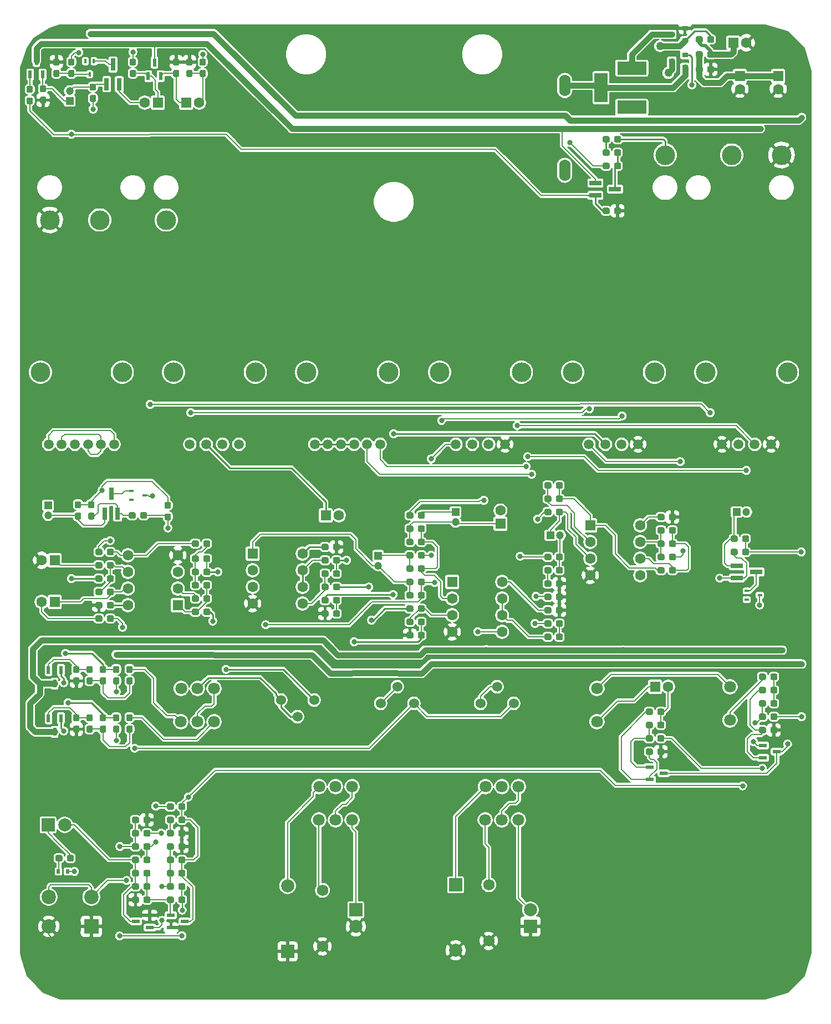
<source format=gtl>
G04 #@! TF.GenerationSoftware,KiCad,Pcbnew,(5.1.5-0-10_14)*
G04 #@! TF.CreationDate,2020-05-02T09:39:34-07:00*
G04 #@! TF.ProjectId,yellow_fuzz_dev,79656c6c-6f77-45f6-9675-7a7a5f646576,rev?*
G04 #@! TF.SameCoordinates,Original*
G04 #@! TF.FileFunction,Copper,L1,Top*
G04 #@! TF.FilePolarity,Positive*
%FSLAX46Y46*%
G04 Gerber Fmt 4.6, Leading zero omitted, Abs format (unit mm)*
G04 Created by KiCad (PCBNEW (5.1.5-0-10_14)) date 2020-05-02 09:39:34*
%MOMM*%
%LPD*%
G04 APERTURE LIST*
%ADD10C,1.524000*%
%ADD11C,0.100000*%
%ADD12C,1.500000*%
%ADD13C,3.000000*%
%ADD14O,1.750000X3.300000*%
%ADD15R,4.500000X2.000000*%
%ADD16R,2.000000X4.500000*%
%ADD17C,1.600000*%
%ADD18R,1.600000X1.600000*%
%ADD19C,2.200000*%
%ADD20R,2.200000X2.200000*%
%ADD21C,1.200000*%
%ADD22R,1.200000X1.200000*%
%ADD23R,0.600000X1.300000*%
%ADD24C,1.733000*%
%ADD25C,2.000000*%
%ADD26R,2.000000X2.000000*%
%ADD27R,1.300000X0.600000*%
%ADD28R,1.900000X0.800000*%
%ADD29R,0.800000X1.900000*%
%ADD30R,0.900000X0.800000*%
%ADD31R,0.700000X0.450000*%
%ADD32R,0.450000X0.700000*%
%ADD33R,0.600000X0.700000*%
%ADD34C,1.800000*%
%ADD35C,0.812800*%
%ADD36C,1.270000*%
%ADD37C,0.203200*%
%ADD38C,0.254000*%
%ADD39C,0.889000*%
%ADD40C,0.508000*%
G04 APERTURE END LIST*
D10*
X149606000Y-154940000D03*
X147066000Y-157480000D03*
X152146000Y-157480000D03*
G04 #@! TA.AperFunction,SMDPad,CuDef*
D11*
G36*
X125391779Y-133130144D02*
G01*
X125414834Y-133133563D01*
X125437443Y-133139227D01*
X125459387Y-133147079D01*
X125480457Y-133157044D01*
X125500448Y-133169026D01*
X125519168Y-133182910D01*
X125536438Y-133198562D01*
X125552090Y-133215832D01*
X125565974Y-133234552D01*
X125577956Y-133254543D01*
X125587921Y-133275613D01*
X125595773Y-133297557D01*
X125601437Y-133320166D01*
X125604856Y-133343221D01*
X125606000Y-133366500D01*
X125606000Y-133841500D01*
X125604856Y-133864779D01*
X125601437Y-133887834D01*
X125595773Y-133910443D01*
X125587921Y-133932387D01*
X125577956Y-133953457D01*
X125565974Y-133973448D01*
X125552090Y-133992168D01*
X125536438Y-134009438D01*
X125519168Y-134025090D01*
X125500448Y-134038974D01*
X125480457Y-134050956D01*
X125459387Y-134060921D01*
X125437443Y-134068773D01*
X125414834Y-134074437D01*
X125391779Y-134077856D01*
X125368500Y-134079000D01*
X124793500Y-134079000D01*
X124770221Y-134077856D01*
X124747166Y-134074437D01*
X124724557Y-134068773D01*
X124702613Y-134060921D01*
X124681543Y-134050956D01*
X124661552Y-134038974D01*
X124642832Y-134025090D01*
X124625562Y-134009438D01*
X124609910Y-133992168D01*
X124596026Y-133973448D01*
X124584044Y-133953457D01*
X124574079Y-133932387D01*
X124566227Y-133910443D01*
X124560563Y-133887834D01*
X124557144Y-133864779D01*
X124556000Y-133841500D01*
X124556000Y-133366500D01*
X124557144Y-133343221D01*
X124560563Y-133320166D01*
X124566227Y-133297557D01*
X124574079Y-133275613D01*
X124584044Y-133254543D01*
X124596026Y-133234552D01*
X124609910Y-133215832D01*
X124625562Y-133198562D01*
X124642832Y-133182910D01*
X124661552Y-133169026D01*
X124681543Y-133157044D01*
X124702613Y-133147079D01*
X124724557Y-133139227D01*
X124747166Y-133133563D01*
X124770221Y-133130144D01*
X124793500Y-133129000D01*
X125368500Y-133129000D01*
X125391779Y-133130144D01*
G37*
G04 #@! TD.AperFunction*
G04 #@! TA.AperFunction,SMDPad,CuDef*
G36*
X123641779Y-133130144D02*
G01*
X123664834Y-133133563D01*
X123687443Y-133139227D01*
X123709387Y-133147079D01*
X123730457Y-133157044D01*
X123750448Y-133169026D01*
X123769168Y-133182910D01*
X123786438Y-133198562D01*
X123802090Y-133215832D01*
X123815974Y-133234552D01*
X123827956Y-133254543D01*
X123837921Y-133275613D01*
X123845773Y-133297557D01*
X123851437Y-133320166D01*
X123854856Y-133343221D01*
X123856000Y-133366500D01*
X123856000Y-133841500D01*
X123854856Y-133864779D01*
X123851437Y-133887834D01*
X123845773Y-133910443D01*
X123837921Y-133932387D01*
X123827956Y-133953457D01*
X123815974Y-133973448D01*
X123802090Y-133992168D01*
X123786438Y-134009438D01*
X123769168Y-134025090D01*
X123750448Y-134038974D01*
X123730457Y-134050956D01*
X123709387Y-134060921D01*
X123687443Y-134068773D01*
X123664834Y-134074437D01*
X123641779Y-134077856D01*
X123618500Y-134079000D01*
X123043500Y-134079000D01*
X123020221Y-134077856D01*
X122997166Y-134074437D01*
X122974557Y-134068773D01*
X122952613Y-134060921D01*
X122931543Y-134050956D01*
X122911552Y-134038974D01*
X122892832Y-134025090D01*
X122875562Y-134009438D01*
X122859910Y-133992168D01*
X122846026Y-133973448D01*
X122834044Y-133953457D01*
X122824079Y-133932387D01*
X122816227Y-133910443D01*
X122810563Y-133887834D01*
X122807144Y-133864779D01*
X122806000Y-133841500D01*
X122806000Y-133366500D01*
X122807144Y-133343221D01*
X122810563Y-133320166D01*
X122816227Y-133297557D01*
X122824079Y-133275613D01*
X122834044Y-133254543D01*
X122846026Y-133234552D01*
X122859910Y-133215832D01*
X122875562Y-133198562D01*
X122892832Y-133182910D01*
X122911552Y-133169026D01*
X122931543Y-133157044D01*
X122952613Y-133147079D01*
X122974557Y-133139227D01*
X122997166Y-133133563D01*
X123020221Y-133130144D01*
X123043500Y-133129000D01*
X123618500Y-133129000D01*
X123641779Y-133130144D01*
G37*
G04 #@! TD.AperFunction*
D12*
X188956000Y-117934000D03*
X183956000Y-117934000D03*
X186456000Y-117934000D03*
D13*
X193956000Y-106934000D03*
X181456000Y-106934000D03*
D12*
X191456000Y-117934000D03*
X121746000Y-117934000D03*
X131746000Y-117934000D03*
X127746000Y-117934000D03*
X123746000Y-117934000D03*
X125746000Y-117934000D03*
D13*
X132996000Y-106934000D03*
X120496000Y-106934000D03*
D12*
X129746000Y-117934000D03*
X148316000Y-117934000D03*
X143316000Y-117934000D03*
X145816000Y-117934000D03*
D13*
X153316000Y-106934000D03*
X140816000Y-106934000D03*
D12*
X150816000Y-117934000D03*
X107676000Y-117934000D03*
X102676000Y-117934000D03*
X105176000Y-117934000D03*
D13*
X112676000Y-106934000D03*
X100176000Y-106934000D03*
D12*
X110176000Y-117934000D03*
X168636000Y-117934000D03*
X163636000Y-117934000D03*
X166136000Y-117934000D03*
D13*
X173636000Y-106934000D03*
X161136000Y-106934000D03*
D12*
X171136000Y-117934000D03*
X81106000Y-117934000D03*
X91106000Y-117934000D03*
X87106000Y-117934000D03*
X83106000Y-117934000D03*
X85106000Y-117934000D03*
D13*
X92356000Y-106934000D03*
X79856000Y-106934000D03*
D12*
X89106000Y-117934000D03*
D14*
X159940000Y-63160000D03*
X159940000Y-76110000D03*
D13*
X99060000Y-83695000D03*
X88900000Y-83695000D03*
X81280000Y-83695000D03*
X175260000Y-73785000D03*
X185420000Y-73785000D03*
X193040000Y-73785000D03*
D15*
X170180000Y-60500000D03*
X170180000Y-66500000D03*
D16*
X165480000Y-63500000D03*
D17*
X150368000Y-138938000D03*
X150368000Y-141478000D03*
X150368000Y-144018000D03*
X150368000Y-146558000D03*
X142748000Y-146558000D03*
X142748000Y-144018000D03*
X142748000Y-141478000D03*
D18*
X142748000Y-138938000D03*
D17*
X119888000Y-134620000D03*
X119888000Y-137160000D03*
X119888000Y-139700000D03*
X119888000Y-142240000D03*
X112268000Y-142240000D03*
X112268000Y-139700000D03*
X112268000Y-137160000D03*
D18*
X112268000Y-134620000D03*
D17*
X171450000Y-130302000D03*
X171450000Y-132842000D03*
X171450000Y-135382000D03*
X171450000Y-137922000D03*
X163830000Y-137922000D03*
X163830000Y-135382000D03*
X163830000Y-132842000D03*
D18*
X163830000Y-130302000D03*
D17*
X93218000Y-142494000D03*
X93218000Y-139954000D03*
X93218000Y-137414000D03*
X93218000Y-134874000D03*
X100838000Y-134874000D03*
X100838000Y-137414000D03*
X100838000Y-139954000D03*
D18*
X100838000Y-142494000D03*
D19*
X87630000Y-187016000D03*
X81130000Y-187016000D03*
X81130000Y-191516000D03*
D20*
X87630000Y-191516000D03*
D10*
X134366000Y-154940000D03*
X131826000Y-157480000D03*
X136906000Y-157480000D03*
D17*
X150114000Y-128048000D03*
D18*
X150114000Y-130048000D03*
D21*
X143256000Y-129770000D03*
D22*
X143256000Y-128270000D03*
D21*
X131432300Y-136437500D03*
D22*
X131432300Y-134937500D03*
D17*
X125444000Y-128778000D03*
D18*
X123444000Y-128778000D03*
D17*
X104108000Y-65786000D03*
D18*
X102108000Y-65786000D03*
D21*
X187682000Y-128270000D03*
D22*
X186182000Y-128270000D03*
D17*
X95790000Y-65786000D03*
D18*
X97790000Y-65786000D03*
D21*
X84328000Y-64032000D03*
D22*
X84328000Y-65532000D03*
D17*
X175736000Y-154940000D03*
D18*
X173736000Y-154940000D03*
D21*
X159234000Y-131826000D03*
D22*
X157734000Y-131826000D03*
D17*
X80042000Y-141986000D03*
D18*
X82042000Y-141986000D03*
D17*
X80042000Y-135636000D03*
D18*
X82042000Y-135636000D03*
D17*
X192532000Y-63722000D03*
D18*
X192532000Y-61722000D03*
D17*
X186690000Y-63722000D03*
D18*
X186690000Y-61722000D03*
D17*
X187674000Y-56642000D03*
D18*
X185674000Y-56642000D03*
D21*
X81026000Y-128754000D03*
D22*
X81026000Y-127254000D03*
D23*
X82992000Y-152366000D03*
X81092000Y-152366000D03*
X82042000Y-154466000D03*
D24*
X148336000Y-193726000D03*
X148336000Y-185166000D03*
D25*
X143256000Y-195166000D03*
D26*
X143256000Y-185166000D03*
D24*
X122936000Y-186004000D03*
X122936000Y-194564000D03*
D25*
X117602000Y-185326000D03*
D26*
X117602000Y-195326000D03*
X154686000Y-191516000D03*
D25*
X154686000Y-188976000D03*
D26*
X128016000Y-188976000D03*
D25*
X128016000Y-191516000D03*
D26*
X81026000Y-176022000D03*
D25*
X83566000Y-176022000D03*
D27*
X99788000Y-189804000D03*
X99788000Y-191704000D03*
X101888000Y-190754000D03*
X96554000Y-191704000D03*
X96554000Y-189804000D03*
X94454000Y-190754000D03*
D23*
X78298000Y-61502000D03*
X80198000Y-61502000D03*
X79248000Y-59402000D03*
D27*
X172940000Y-167198000D03*
X172940000Y-169098000D03*
X175040000Y-168148000D03*
X190212000Y-163896000D03*
X190212000Y-165796000D03*
X192312000Y-164846000D03*
D23*
X82992000Y-159732000D03*
X81092000Y-159732000D03*
X82042000Y-161832000D03*
X96332000Y-61756000D03*
X98232000Y-61756000D03*
X97282000Y-59656000D03*
G04 #@! TA.AperFunction,SMDPad,CuDef*
D11*
G36*
X157677779Y-144814144D02*
G01*
X157700834Y-144817563D01*
X157723443Y-144823227D01*
X157745387Y-144831079D01*
X157766457Y-144841044D01*
X157786448Y-144853026D01*
X157805168Y-144866910D01*
X157822438Y-144882562D01*
X157838090Y-144899832D01*
X157851974Y-144918552D01*
X157863956Y-144938543D01*
X157873921Y-144959613D01*
X157881773Y-144981557D01*
X157887437Y-145004166D01*
X157890856Y-145027221D01*
X157892000Y-145050500D01*
X157892000Y-145525500D01*
X157890856Y-145548779D01*
X157887437Y-145571834D01*
X157881773Y-145594443D01*
X157873921Y-145616387D01*
X157863956Y-145637457D01*
X157851974Y-145657448D01*
X157838090Y-145676168D01*
X157822438Y-145693438D01*
X157805168Y-145709090D01*
X157786448Y-145722974D01*
X157766457Y-145734956D01*
X157745387Y-145744921D01*
X157723443Y-145752773D01*
X157700834Y-145758437D01*
X157677779Y-145761856D01*
X157654500Y-145763000D01*
X157079500Y-145763000D01*
X157056221Y-145761856D01*
X157033166Y-145758437D01*
X157010557Y-145752773D01*
X156988613Y-145744921D01*
X156967543Y-145734956D01*
X156947552Y-145722974D01*
X156928832Y-145709090D01*
X156911562Y-145693438D01*
X156895910Y-145676168D01*
X156882026Y-145657448D01*
X156870044Y-145637457D01*
X156860079Y-145616387D01*
X156852227Y-145594443D01*
X156846563Y-145571834D01*
X156843144Y-145548779D01*
X156842000Y-145525500D01*
X156842000Y-145050500D01*
X156843144Y-145027221D01*
X156846563Y-145004166D01*
X156852227Y-144981557D01*
X156860079Y-144959613D01*
X156870044Y-144938543D01*
X156882026Y-144918552D01*
X156895910Y-144899832D01*
X156911562Y-144882562D01*
X156928832Y-144866910D01*
X156947552Y-144853026D01*
X156967543Y-144841044D01*
X156988613Y-144831079D01*
X157010557Y-144823227D01*
X157033166Y-144817563D01*
X157056221Y-144814144D01*
X157079500Y-144813000D01*
X157654500Y-144813000D01*
X157677779Y-144814144D01*
G37*
G04 #@! TD.AperFunction*
G04 #@! TA.AperFunction,SMDPad,CuDef*
G36*
X159427779Y-144814144D02*
G01*
X159450834Y-144817563D01*
X159473443Y-144823227D01*
X159495387Y-144831079D01*
X159516457Y-144841044D01*
X159536448Y-144853026D01*
X159555168Y-144866910D01*
X159572438Y-144882562D01*
X159588090Y-144899832D01*
X159601974Y-144918552D01*
X159613956Y-144938543D01*
X159623921Y-144959613D01*
X159631773Y-144981557D01*
X159637437Y-145004166D01*
X159640856Y-145027221D01*
X159642000Y-145050500D01*
X159642000Y-145525500D01*
X159640856Y-145548779D01*
X159637437Y-145571834D01*
X159631773Y-145594443D01*
X159623921Y-145616387D01*
X159613956Y-145637457D01*
X159601974Y-145657448D01*
X159588090Y-145676168D01*
X159572438Y-145693438D01*
X159555168Y-145709090D01*
X159536448Y-145722974D01*
X159516457Y-145734956D01*
X159495387Y-145744921D01*
X159473443Y-145752773D01*
X159450834Y-145758437D01*
X159427779Y-145761856D01*
X159404500Y-145763000D01*
X158829500Y-145763000D01*
X158806221Y-145761856D01*
X158783166Y-145758437D01*
X158760557Y-145752773D01*
X158738613Y-145744921D01*
X158717543Y-145734956D01*
X158697552Y-145722974D01*
X158678832Y-145709090D01*
X158661562Y-145693438D01*
X158645910Y-145676168D01*
X158632026Y-145657448D01*
X158620044Y-145637457D01*
X158610079Y-145616387D01*
X158602227Y-145594443D01*
X158596563Y-145571834D01*
X158593144Y-145548779D01*
X158592000Y-145525500D01*
X158592000Y-145050500D01*
X158593144Y-145027221D01*
X158596563Y-145004166D01*
X158602227Y-144981557D01*
X158610079Y-144959613D01*
X158620044Y-144938543D01*
X158632026Y-144918552D01*
X158645910Y-144899832D01*
X158661562Y-144882562D01*
X158678832Y-144866910D01*
X158697552Y-144853026D01*
X158717543Y-144841044D01*
X158738613Y-144831079D01*
X158760557Y-144823227D01*
X158783166Y-144817563D01*
X158806221Y-144814144D01*
X158829500Y-144813000D01*
X159404500Y-144813000D01*
X159427779Y-144814144D01*
G37*
G04 #@! TD.AperFunction*
G04 #@! TA.AperFunction,SMDPad,CuDef*
G36*
X159427779Y-140750144D02*
G01*
X159450834Y-140753563D01*
X159473443Y-140759227D01*
X159495387Y-140767079D01*
X159516457Y-140777044D01*
X159536448Y-140789026D01*
X159555168Y-140802910D01*
X159572438Y-140818562D01*
X159588090Y-140835832D01*
X159601974Y-140854552D01*
X159613956Y-140874543D01*
X159623921Y-140895613D01*
X159631773Y-140917557D01*
X159637437Y-140940166D01*
X159640856Y-140963221D01*
X159642000Y-140986500D01*
X159642000Y-141461500D01*
X159640856Y-141484779D01*
X159637437Y-141507834D01*
X159631773Y-141530443D01*
X159623921Y-141552387D01*
X159613956Y-141573457D01*
X159601974Y-141593448D01*
X159588090Y-141612168D01*
X159572438Y-141629438D01*
X159555168Y-141645090D01*
X159536448Y-141658974D01*
X159516457Y-141670956D01*
X159495387Y-141680921D01*
X159473443Y-141688773D01*
X159450834Y-141694437D01*
X159427779Y-141697856D01*
X159404500Y-141699000D01*
X158829500Y-141699000D01*
X158806221Y-141697856D01*
X158783166Y-141694437D01*
X158760557Y-141688773D01*
X158738613Y-141680921D01*
X158717543Y-141670956D01*
X158697552Y-141658974D01*
X158678832Y-141645090D01*
X158661562Y-141629438D01*
X158645910Y-141612168D01*
X158632026Y-141593448D01*
X158620044Y-141573457D01*
X158610079Y-141552387D01*
X158602227Y-141530443D01*
X158596563Y-141507834D01*
X158593144Y-141484779D01*
X158592000Y-141461500D01*
X158592000Y-140986500D01*
X158593144Y-140963221D01*
X158596563Y-140940166D01*
X158602227Y-140917557D01*
X158610079Y-140895613D01*
X158620044Y-140874543D01*
X158632026Y-140854552D01*
X158645910Y-140835832D01*
X158661562Y-140818562D01*
X158678832Y-140802910D01*
X158697552Y-140789026D01*
X158717543Y-140777044D01*
X158738613Y-140767079D01*
X158760557Y-140759227D01*
X158783166Y-140753563D01*
X158806221Y-140750144D01*
X158829500Y-140749000D01*
X159404500Y-140749000D01*
X159427779Y-140750144D01*
G37*
G04 #@! TD.AperFunction*
G04 #@! TA.AperFunction,SMDPad,CuDef*
G36*
X157677779Y-140750144D02*
G01*
X157700834Y-140753563D01*
X157723443Y-140759227D01*
X157745387Y-140767079D01*
X157766457Y-140777044D01*
X157786448Y-140789026D01*
X157805168Y-140802910D01*
X157822438Y-140818562D01*
X157838090Y-140835832D01*
X157851974Y-140854552D01*
X157863956Y-140874543D01*
X157873921Y-140895613D01*
X157881773Y-140917557D01*
X157887437Y-140940166D01*
X157890856Y-140963221D01*
X157892000Y-140986500D01*
X157892000Y-141461500D01*
X157890856Y-141484779D01*
X157887437Y-141507834D01*
X157881773Y-141530443D01*
X157873921Y-141552387D01*
X157863956Y-141573457D01*
X157851974Y-141593448D01*
X157838090Y-141612168D01*
X157822438Y-141629438D01*
X157805168Y-141645090D01*
X157786448Y-141658974D01*
X157766457Y-141670956D01*
X157745387Y-141680921D01*
X157723443Y-141688773D01*
X157700834Y-141694437D01*
X157677779Y-141697856D01*
X157654500Y-141699000D01*
X157079500Y-141699000D01*
X157056221Y-141697856D01*
X157033166Y-141694437D01*
X157010557Y-141688773D01*
X156988613Y-141680921D01*
X156967543Y-141670956D01*
X156947552Y-141658974D01*
X156928832Y-141645090D01*
X156911562Y-141629438D01*
X156895910Y-141612168D01*
X156882026Y-141593448D01*
X156870044Y-141573457D01*
X156860079Y-141552387D01*
X156852227Y-141530443D01*
X156846563Y-141507834D01*
X156843144Y-141484779D01*
X156842000Y-141461500D01*
X156842000Y-140986500D01*
X156843144Y-140963221D01*
X156846563Y-140940166D01*
X156852227Y-140917557D01*
X156860079Y-140895613D01*
X156870044Y-140874543D01*
X156882026Y-140854552D01*
X156895910Y-140835832D01*
X156911562Y-140818562D01*
X156928832Y-140802910D01*
X156947552Y-140789026D01*
X156967543Y-140777044D01*
X156988613Y-140767079D01*
X157010557Y-140759227D01*
X157033166Y-140753563D01*
X157056221Y-140750144D01*
X157079500Y-140749000D01*
X157654500Y-140749000D01*
X157677779Y-140750144D01*
G37*
G04 #@! TD.AperFunction*
G04 #@! TA.AperFunction,SMDPad,CuDef*
G36*
X136595779Y-128304144D02*
G01*
X136618834Y-128307563D01*
X136641443Y-128313227D01*
X136663387Y-128321079D01*
X136684457Y-128331044D01*
X136704448Y-128343026D01*
X136723168Y-128356910D01*
X136740438Y-128372562D01*
X136756090Y-128389832D01*
X136769974Y-128408552D01*
X136781956Y-128428543D01*
X136791921Y-128449613D01*
X136799773Y-128471557D01*
X136805437Y-128494166D01*
X136808856Y-128517221D01*
X136810000Y-128540500D01*
X136810000Y-129015500D01*
X136808856Y-129038779D01*
X136805437Y-129061834D01*
X136799773Y-129084443D01*
X136791921Y-129106387D01*
X136781956Y-129127457D01*
X136769974Y-129147448D01*
X136756090Y-129166168D01*
X136740438Y-129183438D01*
X136723168Y-129199090D01*
X136704448Y-129212974D01*
X136684457Y-129224956D01*
X136663387Y-129234921D01*
X136641443Y-129242773D01*
X136618834Y-129248437D01*
X136595779Y-129251856D01*
X136572500Y-129253000D01*
X135997500Y-129253000D01*
X135974221Y-129251856D01*
X135951166Y-129248437D01*
X135928557Y-129242773D01*
X135906613Y-129234921D01*
X135885543Y-129224956D01*
X135865552Y-129212974D01*
X135846832Y-129199090D01*
X135829562Y-129183438D01*
X135813910Y-129166168D01*
X135800026Y-129147448D01*
X135788044Y-129127457D01*
X135778079Y-129106387D01*
X135770227Y-129084443D01*
X135764563Y-129061834D01*
X135761144Y-129038779D01*
X135760000Y-129015500D01*
X135760000Y-128540500D01*
X135761144Y-128517221D01*
X135764563Y-128494166D01*
X135770227Y-128471557D01*
X135778079Y-128449613D01*
X135788044Y-128428543D01*
X135800026Y-128408552D01*
X135813910Y-128389832D01*
X135829562Y-128372562D01*
X135846832Y-128356910D01*
X135865552Y-128343026D01*
X135885543Y-128331044D01*
X135906613Y-128321079D01*
X135928557Y-128313227D01*
X135951166Y-128307563D01*
X135974221Y-128304144D01*
X135997500Y-128303000D01*
X136572500Y-128303000D01*
X136595779Y-128304144D01*
G37*
G04 #@! TD.AperFunction*
G04 #@! TA.AperFunction,SMDPad,CuDef*
G36*
X138345779Y-128304144D02*
G01*
X138368834Y-128307563D01*
X138391443Y-128313227D01*
X138413387Y-128321079D01*
X138434457Y-128331044D01*
X138454448Y-128343026D01*
X138473168Y-128356910D01*
X138490438Y-128372562D01*
X138506090Y-128389832D01*
X138519974Y-128408552D01*
X138531956Y-128428543D01*
X138541921Y-128449613D01*
X138549773Y-128471557D01*
X138555437Y-128494166D01*
X138558856Y-128517221D01*
X138560000Y-128540500D01*
X138560000Y-129015500D01*
X138558856Y-129038779D01*
X138555437Y-129061834D01*
X138549773Y-129084443D01*
X138541921Y-129106387D01*
X138531956Y-129127457D01*
X138519974Y-129147448D01*
X138506090Y-129166168D01*
X138490438Y-129183438D01*
X138473168Y-129199090D01*
X138454448Y-129212974D01*
X138434457Y-129224956D01*
X138413387Y-129234921D01*
X138391443Y-129242773D01*
X138368834Y-129248437D01*
X138345779Y-129251856D01*
X138322500Y-129253000D01*
X137747500Y-129253000D01*
X137724221Y-129251856D01*
X137701166Y-129248437D01*
X137678557Y-129242773D01*
X137656613Y-129234921D01*
X137635543Y-129224956D01*
X137615552Y-129212974D01*
X137596832Y-129199090D01*
X137579562Y-129183438D01*
X137563910Y-129166168D01*
X137550026Y-129147448D01*
X137538044Y-129127457D01*
X137528079Y-129106387D01*
X137520227Y-129084443D01*
X137514563Y-129061834D01*
X137511144Y-129038779D01*
X137510000Y-129015500D01*
X137510000Y-128540500D01*
X137511144Y-128517221D01*
X137514563Y-128494166D01*
X137520227Y-128471557D01*
X137528079Y-128449613D01*
X137538044Y-128428543D01*
X137550026Y-128408552D01*
X137563910Y-128389832D01*
X137579562Y-128372562D01*
X137596832Y-128356910D01*
X137615552Y-128343026D01*
X137635543Y-128331044D01*
X137656613Y-128321079D01*
X137678557Y-128313227D01*
X137701166Y-128307563D01*
X137724221Y-128304144D01*
X137747500Y-128303000D01*
X138322500Y-128303000D01*
X138345779Y-128304144D01*
G37*
G04 #@! TD.AperFunction*
G04 #@! TA.AperFunction,SMDPad,CuDef*
G36*
X138345779Y-132368144D02*
G01*
X138368834Y-132371563D01*
X138391443Y-132377227D01*
X138413387Y-132385079D01*
X138434457Y-132395044D01*
X138454448Y-132407026D01*
X138473168Y-132420910D01*
X138490438Y-132436562D01*
X138506090Y-132453832D01*
X138519974Y-132472552D01*
X138531956Y-132492543D01*
X138541921Y-132513613D01*
X138549773Y-132535557D01*
X138555437Y-132558166D01*
X138558856Y-132581221D01*
X138560000Y-132604500D01*
X138560000Y-133079500D01*
X138558856Y-133102779D01*
X138555437Y-133125834D01*
X138549773Y-133148443D01*
X138541921Y-133170387D01*
X138531956Y-133191457D01*
X138519974Y-133211448D01*
X138506090Y-133230168D01*
X138490438Y-133247438D01*
X138473168Y-133263090D01*
X138454448Y-133276974D01*
X138434457Y-133288956D01*
X138413387Y-133298921D01*
X138391443Y-133306773D01*
X138368834Y-133312437D01*
X138345779Y-133315856D01*
X138322500Y-133317000D01*
X137747500Y-133317000D01*
X137724221Y-133315856D01*
X137701166Y-133312437D01*
X137678557Y-133306773D01*
X137656613Y-133298921D01*
X137635543Y-133288956D01*
X137615552Y-133276974D01*
X137596832Y-133263090D01*
X137579562Y-133247438D01*
X137563910Y-133230168D01*
X137550026Y-133211448D01*
X137538044Y-133191457D01*
X137528079Y-133170387D01*
X137520227Y-133148443D01*
X137514563Y-133125834D01*
X137511144Y-133102779D01*
X137510000Y-133079500D01*
X137510000Y-132604500D01*
X137511144Y-132581221D01*
X137514563Y-132558166D01*
X137520227Y-132535557D01*
X137528079Y-132513613D01*
X137538044Y-132492543D01*
X137550026Y-132472552D01*
X137563910Y-132453832D01*
X137579562Y-132436562D01*
X137596832Y-132420910D01*
X137615552Y-132407026D01*
X137635543Y-132395044D01*
X137656613Y-132385079D01*
X137678557Y-132377227D01*
X137701166Y-132371563D01*
X137724221Y-132368144D01*
X137747500Y-132367000D01*
X138322500Y-132367000D01*
X138345779Y-132368144D01*
G37*
G04 #@! TD.AperFunction*
G04 #@! TA.AperFunction,SMDPad,CuDef*
G36*
X136595779Y-132368144D02*
G01*
X136618834Y-132371563D01*
X136641443Y-132377227D01*
X136663387Y-132385079D01*
X136684457Y-132395044D01*
X136704448Y-132407026D01*
X136723168Y-132420910D01*
X136740438Y-132436562D01*
X136756090Y-132453832D01*
X136769974Y-132472552D01*
X136781956Y-132492543D01*
X136791921Y-132513613D01*
X136799773Y-132535557D01*
X136805437Y-132558166D01*
X136808856Y-132581221D01*
X136810000Y-132604500D01*
X136810000Y-133079500D01*
X136808856Y-133102779D01*
X136805437Y-133125834D01*
X136799773Y-133148443D01*
X136791921Y-133170387D01*
X136781956Y-133191457D01*
X136769974Y-133211448D01*
X136756090Y-133230168D01*
X136740438Y-133247438D01*
X136723168Y-133263090D01*
X136704448Y-133276974D01*
X136684457Y-133288956D01*
X136663387Y-133298921D01*
X136641443Y-133306773D01*
X136618834Y-133312437D01*
X136595779Y-133315856D01*
X136572500Y-133317000D01*
X135997500Y-133317000D01*
X135974221Y-133315856D01*
X135951166Y-133312437D01*
X135928557Y-133306773D01*
X135906613Y-133298921D01*
X135885543Y-133288956D01*
X135865552Y-133276974D01*
X135846832Y-133263090D01*
X135829562Y-133247438D01*
X135813910Y-133230168D01*
X135800026Y-133211448D01*
X135788044Y-133191457D01*
X135778079Y-133170387D01*
X135770227Y-133148443D01*
X135764563Y-133125834D01*
X135761144Y-133102779D01*
X135760000Y-133079500D01*
X135760000Y-132604500D01*
X135761144Y-132581221D01*
X135764563Y-132558166D01*
X135770227Y-132535557D01*
X135778079Y-132513613D01*
X135788044Y-132492543D01*
X135800026Y-132472552D01*
X135813910Y-132453832D01*
X135829562Y-132436562D01*
X135846832Y-132420910D01*
X135865552Y-132407026D01*
X135885543Y-132395044D01*
X135906613Y-132385079D01*
X135928557Y-132377227D01*
X135951166Y-132371563D01*
X135974221Y-132368144D01*
X135997500Y-132367000D01*
X136572500Y-132367000D01*
X136595779Y-132368144D01*
G37*
G04 #@! TD.AperFunction*
G04 #@! TA.AperFunction,SMDPad,CuDef*
G36*
X136595779Y-142528144D02*
G01*
X136618834Y-142531563D01*
X136641443Y-142537227D01*
X136663387Y-142545079D01*
X136684457Y-142555044D01*
X136704448Y-142567026D01*
X136723168Y-142580910D01*
X136740438Y-142596562D01*
X136756090Y-142613832D01*
X136769974Y-142632552D01*
X136781956Y-142652543D01*
X136791921Y-142673613D01*
X136799773Y-142695557D01*
X136805437Y-142718166D01*
X136808856Y-142741221D01*
X136810000Y-142764500D01*
X136810000Y-143239500D01*
X136808856Y-143262779D01*
X136805437Y-143285834D01*
X136799773Y-143308443D01*
X136791921Y-143330387D01*
X136781956Y-143351457D01*
X136769974Y-143371448D01*
X136756090Y-143390168D01*
X136740438Y-143407438D01*
X136723168Y-143423090D01*
X136704448Y-143436974D01*
X136684457Y-143448956D01*
X136663387Y-143458921D01*
X136641443Y-143466773D01*
X136618834Y-143472437D01*
X136595779Y-143475856D01*
X136572500Y-143477000D01*
X135997500Y-143477000D01*
X135974221Y-143475856D01*
X135951166Y-143472437D01*
X135928557Y-143466773D01*
X135906613Y-143458921D01*
X135885543Y-143448956D01*
X135865552Y-143436974D01*
X135846832Y-143423090D01*
X135829562Y-143407438D01*
X135813910Y-143390168D01*
X135800026Y-143371448D01*
X135788044Y-143351457D01*
X135778079Y-143330387D01*
X135770227Y-143308443D01*
X135764563Y-143285834D01*
X135761144Y-143262779D01*
X135760000Y-143239500D01*
X135760000Y-142764500D01*
X135761144Y-142741221D01*
X135764563Y-142718166D01*
X135770227Y-142695557D01*
X135778079Y-142673613D01*
X135788044Y-142652543D01*
X135800026Y-142632552D01*
X135813910Y-142613832D01*
X135829562Y-142596562D01*
X135846832Y-142580910D01*
X135865552Y-142567026D01*
X135885543Y-142555044D01*
X135906613Y-142545079D01*
X135928557Y-142537227D01*
X135951166Y-142531563D01*
X135974221Y-142528144D01*
X135997500Y-142527000D01*
X136572500Y-142527000D01*
X136595779Y-142528144D01*
G37*
G04 #@! TD.AperFunction*
G04 #@! TA.AperFunction,SMDPad,CuDef*
G36*
X138345779Y-142528144D02*
G01*
X138368834Y-142531563D01*
X138391443Y-142537227D01*
X138413387Y-142545079D01*
X138434457Y-142555044D01*
X138454448Y-142567026D01*
X138473168Y-142580910D01*
X138490438Y-142596562D01*
X138506090Y-142613832D01*
X138519974Y-142632552D01*
X138531956Y-142652543D01*
X138541921Y-142673613D01*
X138549773Y-142695557D01*
X138555437Y-142718166D01*
X138558856Y-142741221D01*
X138560000Y-142764500D01*
X138560000Y-143239500D01*
X138558856Y-143262779D01*
X138555437Y-143285834D01*
X138549773Y-143308443D01*
X138541921Y-143330387D01*
X138531956Y-143351457D01*
X138519974Y-143371448D01*
X138506090Y-143390168D01*
X138490438Y-143407438D01*
X138473168Y-143423090D01*
X138454448Y-143436974D01*
X138434457Y-143448956D01*
X138413387Y-143458921D01*
X138391443Y-143466773D01*
X138368834Y-143472437D01*
X138345779Y-143475856D01*
X138322500Y-143477000D01*
X137747500Y-143477000D01*
X137724221Y-143475856D01*
X137701166Y-143472437D01*
X137678557Y-143466773D01*
X137656613Y-143458921D01*
X137635543Y-143448956D01*
X137615552Y-143436974D01*
X137596832Y-143423090D01*
X137579562Y-143407438D01*
X137563910Y-143390168D01*
X137550026Y-143371448D01*
X137538044Y-143351457D01*
X137528079Y-143330387D01*
X137520227Y-143308443D01*
X137514563Y-143285834D01*
X137511144Y-143262779D01*
X137510000Y-143239500D01*
X137510000Y-142764500D01*
X137511144Y-142741221D01*
X137514563Y-142718166D01*
X137520227Y-142695557D01*
X137528079Y-142673613D01*
X137538044Y-142652543D01*
X137550026Y-142632552D01*
X137563910Y-142613832D01*
X137579562Y-142596562D01*
X137596832Y-142580910D01*
X137615552Y-142567026D01*
X137635543Y-142555044D01*
X137656613Y-142545079D01*
X137678557Y-142537227D01*
X137701166Y-142531563D01*
X137724221Y-142528144D01*
X137747500Y-142527000D01*
X138322500Y-142527000D01*
X138345779Y-142528144D01*
G37*
G04 #@! TD.AperFunction*
G04 #@! TA.AperFunction,SMDPad,CuDef*
G36*
X136595779Y-136432144D02*
G01*
X136618834Y-136435563D01*
X136641443Y-136441227D01*
X136663387Y-136449079D01*
X136684457Y-136459044D01*
X136704448Y-136471026D01*
X136723168Y-136484910D01*
X136740438Y-136500562D01*
X136756090Y-136517832D01*
X136769974Y-136536552D01*
X136781956Y-136556543D01*
X136791921Y-136577613D01*
X136799773Y-136599557D01*
X136805437Y-136622166D01*
X136808856Y-136645221D01*
X136810000Y-136668500D01*
X136810000Y-137143500D01*
X136808856Y-137166779D01*
X136805437Y-137189834D01*
X136799773Y-137212443D01*
X136791921Y-137234387D01*
X136781956Y-137255457D01*
X136769974Y-137275448D01*
X136756090Y-137294168D01*
X136740438Y-137311438D01*
X136723168Y-137327090D01*
X136704448Y-137340974D01*
X136684457Y-137352956D01*
X136663387Y-137362921D01*
X136641443Y-137370773D01*
X136618834Y-137376437D01*
X136595779Y-137379856D01*
X136572500Y-137381000D01*
X135997500Y-137381000D01*
X135974221Y-137379856D01*
X135951166Y-137376437D01*
X135928557Y-137370773D01*
X135906613Y-137362921D01*
X135885543Y-137352956D01*
X135865552Y-137340974D01*
X135846832Y-137327090D01*
X135829562Y-137311438D01*
X135813910Y-137294168D01*
X135800026Y-137275448D01*
X135788044Y-137255457D01*
X135778079Y-137234387D01*
X135770227Y-137212443D01*
X135764563Y-137189834D01*
X135761144Y-137166779D01*
X135760000Y-137143500D01*
X135760000Y-136668500D01*
X135761144Y-136645221D01*
X135764563Y-136622166D01*
X135770227Y-136599557D01*
X135778079Y-136577613D01*
X135788044Y-136556543D01*
X135800026Y-136536552D01*
X135813910Y-136517832D01*
X135829562Y-136500562D01*
X135846832Y-136484910D01*
X135865552Y-136471026D01*
X135885543Y-136459044D01*
X135906613Y-136449079D01*
X135928557Y-136441227D01*
X135951166Y-136435563D01*
X135974221Y-136432144D01*
X135997500Y-136431000D01*
X136572500Y-136431000D01*
X136595779Y-136432144D01*
G37*
G04 #@! TD.AperFunction*
G04 #@! TA.AperFunction,SMDPad,CuDef*
G36*
X138345779Y-136432144D02*
G01*
X138368834Y-136435563D01*
X138391443Y-136441227D01*
X138413387Y-136449079D01*
X138434457Y-136459044D01*
X138454448Y-136471026D01*
X138473168Y-136484910D01*
X138490438Y-136500562D01*
X138506090Y-136517832D01*
X138519974Y-136536552D01*
X138531956Y-136556543D01*
X138541921Y-136577613D01*
X138549773Y-136599557D01*
X138555437Y-136622166D01*
X138558856Y-136645221D01*
X138560000Y-136668500D01*
X138560000Y-137143500D01*
X138558856Y-137166779D01*
X138555437Y-137189834D01*
X138549773Y-137212443D01*
X138541921Y-137234387D01*
X138531956Y-137255457D01*
X138519974Y-137275448D01*
X138506090Y-137294168D01*
X138490438Y-137311438D01*
X138473168Y-137327090D01*
X138454448Y-137340974D01*
X138434457Y-137352956D01*
X138413387Y-137362921D01*
X138391443Y-137370773D01*
X138368834Y-137376437D01*
X138345779Y-137379856D01*
X138322500Y-137381000D01*
X137747500Y-137381000D01*
X137724221Y-137379856D01*
X137701166Y-137376437D01*
X137678557Y-137370773D01*
X137656613Y-137362921D01*
X137635543Y-137352956D01*
X137615552Y-137340974D01*
X137596832Y-137327090D01*
X137579562Y-137311438D01*
X137563910Y-137294168D01*
X137550026Y-137275448D01*
X137538044Y-137255457D01*
X137528079Y-137234387D01*
X137520227Y-137212443D01*
X137514563Y-137189834D01*
X137511144Y-137166779D01*
X137510000Y-137143500D01*
X137510000Y-136668500D01*
X137511144Y-136645221D01*
X137514563Y-136622166D01*
X137520227Y-136599557D01*
X137528079Y-136577613D01*
X137538044Y-136556543D01*
X137550026Y-136536552D01*
X137563910Y-136517832D01*
X137579562Y-136500562D01*
X137596832Y-136484910D01*
X137615552Y-136471026D01*
X137635543Y-136459044D01*
X137656613Y-136449079D01*
X137678557Y-136441227D01*
X137701166Y-136435563D01*
X137724221Y-136432144D01*
X137747500Y-136431000D01*
X138322500Y-136431000D01*
X138345779Y-136432144D01*
G37*
G04 #@! TD.AperFunction*
G04 #@! TA.AperFunction,SMDPad,CuDef*
G36*
X138345779Y-134400144D02*
G01*
X138368834Y-134403563D01*
X138391443Y-134409227D01*
X138413387Y-134417079D01*
X138434457Y-134427044D01*
X138454448Y-134439026D01*
X138473168Y-134452910D01*
X138490438Y-134468562D01*
X138506090Y-134485832D01*
X138519974Y-134504552D01*
X138531956Y-134524543D01*
X138541921Y-134545613D01*
X138549773Y-134567557D01*
X138555437Y-134590166D01*
X138558856Y-134613221D01*
X138560000Y-134636500D01*
X138560000Y-135111500D01*
X138558856Y-135134779D01*
X138555437Y-135157834D01*
X138549773Y-135180443D01*
X138541921Y-135202387D01*
X138531956Y-135223457D01*
X138519974Y-135243448D01*
X138506090Y-135262168D01*
X138490438Y-135279438D01*
X138473168Y-135295090D01*
X138454448Y-135308974D01*
X138434457Y-135320956D01*
X138413387Y-135330921D01*
X138391443Y-135338773D01*
X138368834Y-135344437D01*
X138345779Y-135347856D01*
X138322500Y-135349000D01*
X137747500Y-135349000D01*
X137724221Y-135347856D01*
X137701166Y-135344437D01*
X137678557Y-135338773D01*
X137656613Y-135330921D01*
X137635543Y-135320956D01*
X137615552Y-135308974D01*
X137596832Y-135295090D01*
X137579562Y-135279438D01*
X137563910Y-135262168D01*
X137550026Y-135243448D01*
X137538044Y-135223457D01*
X137528079Y-135202387D01*
X137520227Y-135180443D01*
X137514563Y-135157834D01*
X137511144Y-135134779D01*
X137510000Y-135111500D01*
X137510000Y-134636500D01*
X137511144Y-134613221D01*
X137514563Y-134590166D01*
X137520227Y-134567557D01*
X137528079Y-134545613D01*
X137538044Y-134524543D01*
X137550026Y-134504552D01*
X137563910Y-134485832D01*
X137579562Y-134468562D01*
X137596832Y-134452910D01*
X137615552Y-134439026D01*
X137635543Y-134427044D01*
X137656613Y-134417079D01*
X137678557Y-134409227D01*
X137701166Y-134403563D01*
X137724221Y-134400144D01*
X137747500Y-134399000D01*
X138322500Y-134399000D01*
X138345779Y-134400144D01*
G37*
G04 #@! TD.AperFunction*
G04 #@! TA.AperFunction,SMDPad,CuDef*
G36*
X136595779Y-134400144D02*
G01*
X136618834Y-134403563D01*
X136641443Y-134409227D01*
X136663387Y-134417079D01*
X136684457Y-134427044D01*
X136704448Y-134439026D01*
X136723168Y-134452910D01*
X136740438Y-134468562D01*
X136756090Y-134485832D01*
X136769974Y-134504552D01*
X136781956Y-134524543D01*
X136791921Y-134545613D01*
X136799773Y-134567557D01*
X136805437Y-134590166D01*
X136808856Y-134613221D01*
X136810000Y-134636500D01*
X136810000Y-135111500D01*
X136808856Y-135134779D01*
X136805437Y-135157834D01*
X136799773Y-135180443D01*
X136791921Y-135202387D01*
X136781956Y-135223457D01*
X136769974Y-135243448D01*
X136756090Y-135262168D01*
X136740438Y-135279438D01*
X136723168Y-135295090D01*
X136704448Y-135308974D01*
X136684457Y-135320956D01*
X136663387Y-135330921D01*
X136641443Y-135338773D01*
X136618834Y-135344437D01*
X136595779Y-135347856D01*
X136572500Y-135349000D01*
X135997500Y-135349000D01*
X135974221Y-135347856D01*
X135951166Y-135344437D01*
X135928557Y-135338773D01*
X135906613Y-135330921D01*
X135885543Y-135320956D01*
X135865552Y-135308974D01*
X135846832Y-135295090D01*
X135829562Y-135279438D01*
X135813910Y-135262168D01*
X135800026Y-135243448D01*
X135788044Y-135223457D01*
X135778079Y-135202387D01*
X135770227Y-135180443D01*
X135764563Y-135157834D01*
X135761144Y-135134779D01*
X135760000Y-135111500D01*
X135760000Y-134636500D01*
X135761144Y-134613221D01*
X135764563Y-134590166D01*
X135770227Y-134567557D01*
X135778079Y-134545613D01*
X135788044Y-134524543D01*
X135800026Y-134504552D01*
X135813910Y-134485832D01*
X135829562Y-134468562D01*
X135846832Y-134452910D01*
X135865552Y-134439026D01*
X135885543Y-134427044D01*
X135906613Y-134417079D01*
X135928557Y-134409227D01*
X135951166Y-134403563D01*
X135974221Y-134400144D01*
X135997500Y-134399000D01*
X136572500Y-134399000D01*
X136595779Y-134400144D01*
G37*
G04 #@! TD.AperFunction*
G04 #@! TA.AperFunction,SMDPad,CuDef*
G36*
X138345779Y-140496144D02*
G01*
X138368834Y-140499563D01*
X138391443Y-140505227D01*
X138413387Y-140513079D01*
X138434457Y-140523044D01*
X138454448Y-140535026D01*
X138473168Y-140548910D01*
X138490438Y-140564562D01*
X138506090Y-140581832D01*
X138519974Y-140600552D01*
X138531956Y-140620543D01*
X138541921Y-140641613D01*
X138549773Y-140663557D01*
X138555437Y-140686166D01*
X138558856Y-140709221D01*
X138560000Y-140732500D01*
X138560000Y-141207500D01*
X138558856Y-141230779D01*
X138555437Y-141253834D01*
X138549773Y-141276443D01*
X138541921Y-141298387D01*
X138531956Y-141319457D01*
X138519974Y-141339448D01*
X138506090Y-141358168D01*
X138490438Y-141375438D01*
X138473168Y-141391090D01*
X138454448Y-141404974D01*
X138434457Y-141416956D01*
X138413387Y-141426921D01*
X138391443Y-141434773D01*
X138368834Y-141440437D01*
X138345779Y-141443856D01*
X138322500Y-141445000D01*
X137747500Y-141445000D01*
X137724221Y-141443856D01*
X137701166Y-141440437D01*
X137678557Y-141434773D01*
X137656613Y-141426921D01*
X137635543Y-141416956D01*
X137615552Y-141404974D01*
X137596832Y-141391090D01*
X137579562Y-141375438D01*
X137563910Y-141358168D01*
X137550026Y-141339448D01*
X137538044Y-141319457D01*
X137528079Y-141298387D01*
X137520227Y-141276443D01*
X137514563Y-141253834D01*
X137511144Y-141230779D01*
X137510000Y-141207500D01*
X137510000Y-140732500D01*
X137511144Y-140709221D01*
X137514563Y-140686166D01*
X137520227Y-140663557D01*
X137528079Y-140641613D01*
X137538044Y-140620543D01*
X137550026Y-140600552D01*
X137563910Y-140581832D01*
X137579562Y-140564562D01*
X137596832Y-140548910D01*
X137615552Y-140535026D01*
X137635543Y-140523044D01*
X137656613Y-140513079D01*
X137678557Y-140505227D01*
X137701166Y-140499563D01*
X137724221Y-140496144D01*
X137747500Y-140495000D01*
X138322500Y-140495000D01*
X138345779Y-140496144D01*
G37*
G04 #@! TD.AperFunction*
G04 #@! TA.AperFunction,SMDPad,CuDef*
G36*
X136595779Y-140496144D02*
G01*
X136618834Y-140499563D01*
X136641443Y-140505227D01*
X136663387Y-140513079D01*
X136684457Y-140523044D01*
X136704448Y-140535026D01*
X136723168Y-140548910D01*
X136740438Y-140564562D01*
X136756090Y-140581832D01*
X136769974Y-140600552D01*
X136781956Y-140620543D01*
X136791921Y-140641613D01*
X136799773Y-140663557D01*
X136805437Y-140686166D01*
X136808856Y-140709221D01*
X136810000Y-140732500D01*
X136810000Y-141207500D01*
X136808856Y-141230779D01*
X136805437Y-141253834D01*
X136799773Y-141276443D01*
X136791921Y-141298387D01*
X136781956Y-141319457D01*
X136769974Y-141339448D01*
X136756090Y-141358168D01*
X136740438Y-141375438D01*
X136723168Y-141391090D01*
X136704448Y-141404974D01*
X136684457Y-141416956D01*
X136663387Y-141426921D01*
X136641443Y-141434773D01*
X136618834Y-141440437D01*
X136595779Y-141443856D01*
X136572500Y-141445000D01*
X135997500Y-141445000D01*
X135974221Y-141443856D01*
X135951166Y-141440437D01*
X135928557Y-141434773D01*
X135906613Y-141426921D01*
X135885543Y-141416956D01*
X135865552Y-141404974D01*
X135846832Y-141391090D01*
X135829562Y-141375438D01*
X135813910Y-141358168D01*
X135800026Y-141339448D01*
X135788044Y-141319457D01*
X135778079Y-141298387D01*
X135770227Y-141276443D01*
X135764563Y-141253834D01*
X135761144Y-141230779D01*
X135760000Y-141207500D01*
X135760000Y-140732500D01*
X135761144Y-140709221D01*
X135764563Y-140686166D01*
X135770227Y-140663557D01*
X135778079Y-140641613D01*
X135788044Y-140620543D01*
X135800026Y-140600552D01*
X135813910Y-140581832D01*
X135829562Y-140564562D01*
X135846832Y-140548910D01*
X135865552Y-140535026D01*
X135885543Y-140523044D01*
X135906613Y-140513079D01*
X135928557Y-140505227D01*
X135951166Y-140499563D01*
X135974221Y-140496144D01*
X135997500Y-140495000D01*
X136572500Y-140495000D01*
X136595779Y-140496144D01*
G37*
G04 #@! TD.AperFunction*
G04 #@! TA.AperFunction,SMDPad,CuDef*
G36*
X125391779Y-141258144D02*
G01*
X125414834Y-141261563D01*
X125437443Y-141267227D01*
X125459387Y-141275079D01*
X125480457Y-141285044D01*
X125500448Y-141297026D01*
X125519168Y-141310910D01*
X125536438Y-141326562D01*
X125552090Y-141343832D01*
X125565974Y-141362552D01*
X125577956Y-141382543D01*
X125587921Y-141403613D01*
X125595773Y-141425557D01*
X125601437Y-141448166D01*
X125604856Y-141471221D01*
X125606000Y-141494500D01*
X125606000Y-141969500D01*
X125604856Y-141992779D01*
X125601437Y-142015834D01*
X125595773Y-142038443D01*
X125587921Y-142060387D01*
X125577956Y-142081457D01*
X125565974Y-142101448D01*
X125552090Y-142120168D01*
X125536438Y-142137438D01*
X125519168Y-142153090D01*
X125500448Y-142166974D01*
X125480457Y-142178956D01*
X125459387Y-142188921D01*
X125437443Y-142196773D01*
X125414834Y-142202437D01*
X125391779Y-142205856D01*
X125368500Y-142207000D01*
X124793500Y-142207000D01*
X124770221Y-142205856D01*
X124747166Y-142202437D01*
X124724557Y-142196773D01*
X124702613Y-142188921D01*
X124681543Y-142178956D01*
X124661552Y-142166974D01*
X124642832Y-142153090D01*
X124625562Y-142137438D01*
X124609910Y-142120168D01*
X124596026Y-142101448D01*
X124584044Y-142081457D01*
X124574079Y-142060387D01*
X124566227Y-142038443D01*
X124560563Y-142015834D01*
X124557144Y-141992779D01*
X124556000Y-141969500D01*
X124556000Y-141494500D01*
X124557144Y-141471221D01*
X124560563Y-141448166D01*
X124566227Y-141425557D01*
X124574079Y-141403613D01*
X124584044Y-141382543D01*
X124596026Y-141362552D01*
X124609910Y-141343832D01*
X124625562Y-141326562D01*
X124642832Y-141310910D01*
X124661552Y-141297026D01*
X124681543Y-141285044D01*
X124702613Y-141275079D01*
X124724557Y-141267227D01*
X124747166Y-141261563D01*
X124770221Y-141258144D01*
X124793500Y-141257000D01*
X125368500Y-141257000D01*
X125391779Y-141258144D01*
G37*
G04 #@! TD.AperFunction*
G04 #@! TA.AperFunction,SMDPad,CuDef*
G36*
X123641779Y-141258144D02*
G01*
X123664834Y-141261563D01*
X123687443Y-141267227D01*
X123709387Y-141275079D01*
X123730457Y-141285044D01*
X123750448Y-141297026D01*
X123769168Y-141310910D01*
X123786438Y-141326562D01*
X123802090Y-141343832D01*
X123815974Y-141362552D01*
X123827956Y-141382543D01*
X123837921Y-141403613D01*
X123845773Y-141425557D01*
X123851437Y-141448166D01*
X123854856Y-141471221D01*
X123856000Y-141494500D01*
X123856000Y-141969500D01*
X123854856Y-141992779D01*
X123851437Y-142015834D01*
X123845773Y-142038443D01*
X123837921Y-142060387D01*
X123827956Y-142081457D01*
X123815974Y-142101448D01*
X123802090Y-142120168D01*
X123786438Y-142137438D01*
X123769168Y-142153090D01*
X123750448Y-142166974D01*
X123730457Y-142178956D01*
X123709387Y-142188921D01*
X123687443Y-142196773D01*
X123664834Y-142202437D01*
X123641779Y-142205856D01*
X123618500Y-142207000D01*
X123043500Y-142207000D01*
X123020221Y-142205856D01*
X122997166Y-142202437D01*
X122974557Y-142196773D01*
X122952613Y-142188921D01*
X122931543Y-142178956D01*
X122911552Y-142166974D01*
X122892832Y-142153090D01*
X122875562Y-142137438D01*
X122859910Y-142120168D01*
X122846026Y-142101448D01*
X122834044Y-142081457D01*
X122824079Y-142060387D01*
X122816227Y-142038443D01*
X122810563Y-142015834D01*
X122807144Y-141992779D01*
X122806000Y-141969500D01*
X122806000Y-141494500D01*
X122807144Y-141471221D01*
X122810563Y-141448166D01*
X122816227Y-141425557D01*
X122824079Y-141403613D01*
X122834044Y-141382543D01*
X122846026Y-141362552D01*
X122859910Y-141343832D01*
X122875562Y-141326562D01*
X122892832Y-141310910D01*
X122911552Y-141297026D01*
X122931543Y-141285044D01*
X122952613Y-141275079D01*
X122974557Y-141267227D01*
X122997166Y-141261563D01*
X123020221Y-141258144D01*
X123043500Y-141257000D01*
X123618500Y-141257000D01*
X123641779Y-141258144D01*
G37*
G04 #@! TD.AperFunction*
G04 #@! TA.AperFunction,SMDPad,CuDef*
G36*
X125391779Y-139226144D02*
G01*
X125414834Y-139229563D01*
X125437443Y-139235227D01*
X125459387Y-139243079D01*
X125480457Y-139253044D01*
X125500448Y-139265026D01*
X125519168Y-139278910D01*
X125536438Y-139294562D01*
X125552090Y-139311832D01*
X125565974Y-139330552D01*
X125577956Y-139350543D01*
X125587921Y-139371613D01*
X125595773Y-139393557D01*
X125601437Y-139416166D01*
X125604856Y-139439221D01*
X125606000Y-139462500D01*
X125606000Y-139937500D01*
X125604856Y-139960779D01*
X125601437Y-139983834D01*
X125595773Y-140006443D01*
X125587921Y-140028387D01*
X125577956Y-140049457D01*
X125565974Y-140069448D01*
X125552090Y-140088168D01*
X125536438Y-140105438D01*
X125519168Y-140121090D01*
X125500448Y-140134974D01*
X125480457Y-140146956D01*
X125459387Y-140156921D01*
X125437443Y-140164773D01*
X125414834Y-140170437D01*
X125391779Y-140173856D01*
X125368500Y-140175000D01*
X124793500Y-140175000D01*
X124770221Y-140173856D01*
X124747166Y-140170437D01*
X124724557Y-140164773D01*
X124702613Y-140156921D01*
X124681543Y-140146956D01*
X124661552Y-140134974D01*
X124642832Y-140121090D01*
X124625562Y-140105438D01*
X124609910Y-140088168D01*
X124596026Y-140069448D01*
X124584044Y-140049457D01*
X124574079Y-140028387D01*
X124566227Y-140006443D01*
X124560563Y-139983834D01*
X124557144Y-139960779D01*
X124556000Y-139937500D01*
X124556000Y-139462500D01*
X124557144Y-139439221D01*
X124560563Y-139416166D01*
X124566227Y-139393557D01*
X124574079Y-139371613D01*
X124584044Y-139350543D01*
X124596026Y-139330552D01*
X124609910Y-139311832D01*
X124625562Y-139294562D01*
X124642832Y-139278910D01*
X124661552Y-139265026D01*
X124681543Y-139253044D01*
X124702613Y-139243079D01*
X124724557Y-139235227D01*
X124747166Y-139229563D01*
X124770221Y-139226144D01*
X124793500Y-139225000D01*
X125368500Y-139225000D01*
X125391779Y-139226144D01*
G37*
G04 #@! TD.AperFunction*
G04 #@! TA.AperFunction,SMDPad,CuDef*
G36*
X123641779Y-139226144D02*
G01*
X123664834Y-139229563D01*
X123687443Y-139235227D01*
X123709387Y-139243079D01*
X123730457Y-139253044D01*
X123750448Y-139265026D01*
X123769168Y-139278910D01*
X123786438Y-139294562D01*
X123802090Y-139311832D01*
X123815974Y-139330552D01*
X123827956Y-139350543D01*
X123837921Y-139371613D01*
X123845773Y-139393557D01*
X123851437Y-139416166D01*
X123854856Y-139439221D01*
X123856000Y-139462500D01*
X123856000Y-139937500D01*
X123854856Y-139960779D01*
X123851437Y-139983834D01*
X123845773Y-140006443D01*
X123837921Y-140028387D01*
X123827956Y-140049457D01*
X123815974Y-140069448D01*
X123802090Y-140088168D01*
X123786438Y-140105438D01*
X123769168Y-140121090D01*
X123750448Y-140134974D01*
X123730457Y-140146956D01*
X123709387Y-140156921D01*
X123687443Y-140164773D01*
X123664834Y-140170437D01*
X123641779Y-140173856D01*
X123618500Y-140175000D01*
X123043500Y-140175000D01*
X123020221Y-140173856D01*
X122997166Y-140170437D01*
X122974557Y-140164773D01*
X122952613Y-140156921D01*
X122931543Y-140146956D01*
X122911552Y-140134974D01*
X122892832Y-140121090D01*
X122875562Y-140105438D01*
X122859910Y-140088168D01*
X122846026Y-140069448D01*
X122834044Y-140049457D01*
X122824079Y-140028387D01*
X122816227Y-140006443D01*
X122810563Y-139983834D01*
X122807144Y-139960779D01*
X122806000Y-139937500D01*
X122806000Y-139462500D01*
X122807144Y-139439221D01*
X122810563Y-139416166D01*
X122816227Y-139393557D01*
X122824079Y-139371613D01*
X122834044Y-139350543D01*
X122846026Y-139330552D01*
X122859910Y-139311832D01*
X122875562Y-139294562D01*
X122892832Y-139278910D01*
X122911552Y-139265026D01*
X122931543Y-139253044D01*
X122952613Y-139243079D01*
X122974557Y-139235227D01*
X122997166Y-139229563D01*
X123020221Y-139226144D01*
X123043500Y-139225000D01*
X123618500Y-139225000D01*
X123641779Y-139226144D01*
G37*
G04 #@! TD.AperFunction*
G04 #@! TA.AperFunction,SMDPad,CuDef*
G36*
X123641779Y-135162144D02*
G01*
X123664834Y-135165563D01*
X123687443Y-135171227D01*
X123709387Y-135179079D01*
X123730457Y-135189044D01*
X123750448Y-135201026D01*
X123769168Y-135214910D01*
X123786438Y-135230562D01*
X123802090Y-135247832D01*
X123815974Y-135266552D01*
X123827956Y-135286543D01*
X123837921Y-135307613D01*
X123845773Y-135329557D01*
X123851437Y-135352166D01*
X123854856Y-135375221D01*
X123856000Y-135398500D01*
X123856000Y-135873500D01*
X123854856Y-135896779D01*
X123851437Y-135919834D01*
X123845773Y-135942443D01*
X123837921Y-135964387D01*
X123827956Y-135985457D01*
X123815974Y-136005448D01*
X123802090Y-136024168D01*
X123786438Y-136041438D01*
X123769168Y-136057090D01*
X123750448Y-136070974D01*
X123730457Y-136082956D01*
X123709387Y-136092921D01*
X123687443Y-136100773D01*
X123664834Y-136106437D01*
X123641779Y-136109856D01*
X123618500Y-136111000D01*
X123043500Y-136111000D01*
X123020221Y-136109856D01*
X122997166Y-136106437D01*
X122974557Y-136100773D01*
X122952613Y-136092921D01*
X122931543Y-136082956D01*
X122911552Y-136070974D01*
X122892832Y-136057090D01*
X122875562Y-136041438D01*
X122859910Y-136024168D01*
X122846026Y-136005448D01*
X122834044Y-135985457D01*
X122824079Y-135964387D01*
X122816227Y-135942443D01*
X122810563Y-135919834D01*
X122807144Y-135896779D01*
X122806000Y-135873500D01*
X122806000Y-135398500D01*
X122807144Y-135375221D01*
X122810563Y-135352166D01*
X122816227Y-135329557D01*
X122824079Y-135307613D01*
X122834044Y-135286543D01*
X122846026Y-135266552D01*
X122859910Y-135247832D01*
X122875562Y-135230562D01*
X122892832Y-135214910D01*
X122911552Y-135201026D01*
X122931543Y-135189044D01*
X122952613Y-135179079D01*
X122974557Y-135171227D01*
X122997166Y-135165563D01*
X123020221Y-135162144D01*
X123043500Y-135161000D01*
X123618500Y-135161000D01*
X123641779Y-135162144D01*
G37*
G04 #@! TD.AperFunction*
G04 #@! TA.AperFunction,SMDPad,CuDef*
G36*
X125391779Y-135162144D02*
G01*
X125414834Y-135165563D01*
X125437443Y-135171227D01*
X125459387Y-135179079D01*
X125480457Y-135189044D01*
X125500448Y-135201026D01*
X125519168Y-135214910D01*
X125536438Y-135230562D01*
X125552090Y-135247832D01*
X125565974Y-135266552D01*
X125577956Y-135286543D01*
X125587921Y-135307613D01*
X125595773Y-135329557D01*
X125601437Y-135352166D01*
X125604856Y-135375221D01*
X125606000Y-135398500D01*
X125606000Y-135873500D01*
X125604856Y-135896779D01*
X125601437Y-135919834D01*
X125595773Y-135942443D01*
X125587921Y-135964387D01*
X125577956Y-135985457D01*
X125565974Y-136005448D01*
X125552090Y-136024168D01*
X125536438Y-136041438D01*
X125519168Y-136057090D01*
X125500448Y-136070974D01*
X125480457Y-136082956D01*
X125459387Y-136092921D01*
X125437443Y-136100773D01*
X125414834Y-136106437D01*
X125391779Y-136109856D01*
X125368500Y-136111000D01*
X124793500Y-136111000D01*
X124770221Y-136109856D01*
X124747166Y-136106437D01*
X124724557Y-136100773D01*
X124702613Y-136092921D01*
X124681543Y-136082956D01*
X124661552Y-136070974D01*
X124642832Y-136057090D01*
X124625562Y-136041438D01*
X124609910Y-136024168D01*
X124596026Y-136005448D01*
X124584044Y-135985457D01*
X124574079Y-135964387D01*
X124566227Y-135942443D01*
X124560563Y-135919834D01*
X124557144Y-135896779D01*
X124556000Y-135873500D01*
X124556000Y-135398500D01*
X124557144Y-135375221D01*
X124560563Y-135352166D01*
X124566227Y-135329557D01*
X124574079Y-135307613D01*
X124584044Y-135286543D01*
X124596026Y-135266552D01*
X124609910Y-135247832D01*
X124625562Y-135230562D01*
X124642832Y-135214910D01*
X124661552Y-135201026D01*
X124681543Y-135189044D01*
X124702613Y-135179079D01*
X124724557Y-135171227D01*
X124747166Y-135165563D01*
X124770221Y-135162144D01*
X124793500Y-135161000D01*
X125368500Y-135161000D01*
X125391779Y-135162144D01*
G37*
G04 #@! TD.AperFunction*
G04 #@! TA.AperFunction,SMDPad,CuDef*
G36*
X186125779Y-133892144D02*
G01*
X186148834Y-133895563D01*
X186171443Y-133901227D01*
X186193387Y-133909079D01*
X186214457Y-133919044D01*
X186234448Y-133931026D01*
X186253168Y-133944910D01*
X186270438Y-133960562D01*
X186286090Y-133977832D01*
X186299974Y-133996552D01*
X186311956Y-134016543D01*
X186321921Y-134037613D01*
X186329773Y-134059557D01*
X186335437Y-134082166D01*
X186338856Y-134105221D01*
X186340000Y-134128500D01*
X186340000Y-134603500D01*
X186338856Y-134626779D01*
X186335437Y-134649834D01*
X186329773Y-134672443D01*
X186321921Y-134694387D01*
X186311956Y-134715457D01*
X186299974Y-134735448D01*
X186286090Y-134754168D01*
X186270438Y-134771438D01*
X186253168Y-134787090D01*
X186234448Y-134800974D01*
X186214457Y-134812956D01*
X186193387Y-134822921D01*
X186171443Y-134830773D01*
X186148834Y-134836437D01*
X186125779Y-134839856D01*
X186102500Y-134841000D01*
X185527500Y-134841000D01*
X185504221Y-134839856D01*
X185481166Y-134836437D01*
X185458557Y-134830773D01*
X185436613Y-134822921D01*
X185415543Y-134812956D01*
X185395552Y-134800974D01*
X185376832Y-134787090D01*
X185359562Y-134771438D01*
X185343910Y-134754168D01*
X185330026Y-134735448D01*
X185318044Y-134715457D01*
X185308079Y-134694387D01*
X185300227Y-134672443D01*
X185294563Y-134649834D01*
X185291144Y-134626779D01*
X185290000Y-134603500D01*
X185290000Y-134128500D01*
X185291144Y-134105221D01*
X185294563Y-134082166D01*
X185300227Y-134059557D01*
X185308079Y-134037613D01*
X185318044Y-134016543D01*
X185330026Y-133996552D01*
X185343910Y-133977832D01*
X185359562Y-133960562D01*
X185376832Y-133944910D01*
X185395552Y-133931026D01*
X185415543Y-133919044D01*
X185436613Y-133909079D01*
X185458557Y-133901227D01*
X185481166Y-133895563D01*
X185504221Y-133892144D01*
X185527500Y-133891000D01*
X186102500Y-133891000D01*
X186125779Y-133892144D01*
G37*
G04 #@! TD.AperFunction*
G04 #@! TA.AperFunction,SMDPad,CuDef*
G36*
X187875779Y-133892144D02*
G01*
X187898834Y-133895563D01*
X187921443Y-133901227D01*
X187943387Y-133909079D01*
X187964457Y-133919044D01*
X187984448Y-133931026D01*
X188003168Y-133944910D01*
X188020438Y-133960562D01*
X188036090Y-133977832D01*
X188049974Y-133996552D01*
X188061956Y-134016543D01*
X188071921Y-134037613D01*
X188079773Y-134059557D01*
X188085437Y-134082166D01*
X188088856Y-134105221D01*
X188090000Y-134128500D01*
X188090000Y-134603500D01*
X188088856Y-134626779D01*
X188085437Y-134649834D01*
X188079773Y-134672443D01*
X188071921Y-134694387D01*
X188061956Y-134715457D01*
X188049974Y-134735448D01*
X188036090Y-134754168D01*
X188020438Y-134771438D01*
X188003168Y-134787090D01*
X187984448Y-134800974D01*
X187964457Y-134812956D01*
X187943387Y-134822921D01*
X187921443Y-134830773D01*
X187898834Y-134836437D01*
X187875779Y-134839856D01*
X187852500Y-134841000D01*
X187277500Y-134841000D01*
X187254221Y-134839856D01*
X187231166Y-134836437D01*
X187208557Y-134830773D01*
X187186613Y-134822921D01*
X187165543Y-134812956D01*
X187145552Y-134800974D01*
X187126832Y-134787090D01*
X187109562Y-134771438D01*
X187093910Y-134754168D01*
X187080026Y-134735448D01*
X187068044Y-134715457D01*
X187058079Y-134694387D01*
X187050227Y-134672443D01*
X187044563Y-134649834D01*
X187041144Y-134626779D01*
X187040000Y-134603500D01*
X187040000Y-134128500D01*
X187041144Y-134105221D01*
X187044563Y-134082166D01*
X187050227Y-134059557D01*
X187058079Y-134037613D01*
X187068044Y-134016543D01*
X187080026Y-133996552D01*
X187093910Y-133977832D01*
X187109562Y-133960562D01*
X187126832Y-133944910D01*
X187145552Y-133931026D01*
X187165543Y-133919044D01*
X187186613Y-133909079D01*
X187208557Y-133901227D01*
X187231166Y-133895563D01*
X187254221Y-133892144D01*
X187277500Y-133891000D01*
X187852500Y-133891000D01*
X187875779Y-133892144D01*
G37*
G04 #@! TD.AperFunction*
G04 #@! TA.AperFunction,SMDPad,CuDef*
G36*
X104908779Y-60803144D02*
G01*
X104931834Y-60806563D01*
X104954443Y-60812227D01*
X104976387Y-60820079D01*
X104997457Y-60830044D01*
X105017448Y-60842026D01*
X105036168Y-60855910D01*
X105053438Y-60871562D01*
X105069090Y-60888832D01*
X105082974Y-60907552D01*
X105094956Y-60927543D01*
X105104921Y-60948613D01*
X105112773Y-60970557D01*
X105118437Y-60993166D01*
X105121856Y-61016221D01*
X105123000Y-61039500D01*
X105123000Y-61614500D01*
X105121856Y-61637779D01*
X105118437Y-61660834D01*
X105112773Y-61683443D01*
X105104921Y-61705387D01*
X105094956Y-61726457D01*
X105082974Y-61746448D01*
X105069090Y-61765168D01*
X105053438Y-61782438D01*
X105036168Y-61798090D01*
X105017448Y-61811974D01*
X104997457Y-61823956D01*
X104976387Y-61833921D01*
X104954443Y-61841773D01*
X104931834Y-61847437D01*
X104908779Y-61850856D01*
X104885500Y-61852000D01*
X104410500Y-61852000D01*
X104387221Y-61850856D01*
X104364166Y-61847437D01*
X104341557Y-61841773D01*
X104319613Y-61833921D01*
X104298543Y-61823956D01*
X104278552Y-61811974D01*
X104259832Y-61798090D01*
X104242562Y-61782438D01*
X104226910Y-61765168D01*
X104213026Y-61746448D01*
X104201044Y-61726457D01*
X104191079Y-61705387D01*
X104183227Y-61683443D01*
X104177563Y-61660834D01*
X104174144Y-61637779D01*
X104173000Y-61614500D01*
X104173000Y-61039500D01*
X104174144Y-61016221D01*
X104177563Y-60993166D01*
X104183227Y-60970557D01*
X104191079Y-60948613D01*
X104201044Y-60927543D01*
X104213026Y-60907552D01*
X104226910Y-60888832D01*
X104242562Y-60871562D01*
X104259832Y-60855910D01*
X104278552Y-60842026D01*
X104298543Y-60830044D01*
X104319613Y-60820079D01*
X104341557Y-60812227D01*
X104364166Y-60806563D01*
X104387221Y-60803144D01*
X104410500Y-60802000D01*
X104885500Y-60802000D01*
X104908779Y-60803144D01*
G37*
G04 #@! TD.AperFunction*
G04 #@! TA.AperFunction,SMDPad,CuDef*
G36*
X104908779Y-59053144D02*
G01*
X104931834Y-59056563D01*
X104954443Y-59062227D01*
X104976387Y-59070079D01*
X104997457Y-59080044D01*
X105017448Y-59092026D01*
X105036168Y-59105910D01*
X105053438Y-59121562D01*
X105069090Y-59138832D01*
X105082974Y-59157552D01*
X105094956Y-59177543D01*
X105104921Y-59198613D01*
X105112773Y-59220557D01*
X105118437Y-59243166D01*
X105121856Y-59266221D01*
X105123000Y-59289500D01*
X105123000Y-59864500D01*
X105121856Y-59887779D01*
X105118437Y-59910834D01*
X105112773Y-59933443D01*
X105104921Y-59955387D01*
X105094956Y-59976457D01*
X105082974Y-59996448D01*
X105069090Y-60015168D01*
X105053438Y-60032438D01*
X105036168Y-60048090D01*
X105017448Y-60061974D01*
X104997457Y-60073956D01*
X104976387Y-60083921D01*
X104954443Y-60091773D01*
X104931834Y-60097437D01*
X104908779Y-60100856D01*
X104885500Y-60102000D01*
X104410500Y-60102000D01*
X104387221Y-60100856D01*
X104364166Y-60097437D01*
X104341557Y-60091773D01*
X104319613Y-60083921D01*
X104298543Y-60073956D01*
X104278552Y-60061974D01*
X104259832Y-60048090D01*
X104242562Y-60032438D01*
X104226910Y-60015168D01*
X104213026Y-59996448D01*
X104201044Y-59976457D01*
X104191079Y-59955387D01*
X104183227Y-59933443D01*
X104177563Y-59910834D01*
X104174144Y-59887779D01*
X104173000Y-59864500D01*
X104173000Y-59289500D01*
X104174144Y-59266221D01*
X104177563Y-59243166D01*
X104183227Y-59220557D01*
X104191079Y-59198613D01*
X104201044Y-59177543D01*
X104213026Y-59157552D01*
X104226910Y-59138832D01*
X104242562Y-59121562D01*
X104259832Y-59105910D01*
X104278552Y-59092026D01*
X104298543Y-59080044D01*
X104319613Y-59070079D01*
X104341557Y-59062227D01*
X104364166Y-59056563D01*
X104387221Y-59053144D01*
X104410500Y-59052000D01*
X104885500Y-59052000D01*
X104908779Y-59053144D01*
G37*
G04 #@! TD.AperFunction*
G04 #@! TA.AperFunction,SMDPad,CuDef*
G36*
X102876779Y-59053144D02*
G01*
X102899834Y-59056563D01*
X102922443Y-59062227D01*
X102944387Y-59070079D01*
X102965457Y-59080044D01*
X102985448Y-59092026D01*
X103004168Y-59105910D01*
X103021438Y-59121562D01*
X103037090Y-59138832D01*
X103050974Y-59157552D01*
X103062956Y-59177543D01*
X103072921Y-59198613D01*
X103080773Y-59220557D01*
X103086437Y-59243166D01*
X103089856Y-59266221D01*
X103091000Y-59289500D01*
X103091000Y-59864500D01*
X103089856Y-59887779D01*
X103086437Y-59910834D01*
X103080773Y-59933443D01*
X103072921Y-59955387D01*
X103062956Y-59976457D01*
X103050974Y-59996448D01*
X103037090Y-60015168D01*
X103021438Y-60032438D01*
X103004168Y-60048090D01*
X102985448Y-60061974D01*
X102965457Y-60073956D01*
X102944387Y-60083921D01*
X102922443Y-60091773D01*
X102899834Y-60097437D01*
X102876779Y-60100856D01*
X102853500Y-60102000D01*
X102378500Y-60102000D01*
X102355221Y-60100856D01*
X102332166Y-60097437D01*
X102309557Y-60091773D01*
X102287613Y-60083921D01*
X102266543Y-60073956D01*
X102246552Y-60061974D01*
X102227832Y-60048090D01*
X102210562Y-60032438D01*
X102194910Y-60015168D01*
X102181026Y-59996448D01*
X102169044Y-59976457D01*
X102159079Y-59955387D01*
X102151227Y-59933443D01*
X102145563Y-59910834D01*
X102142144Y-59887779D01*
X102141000Y-59864500D01*
X102141000Y-59289500D01*
X102142144Y-59266221D01*
X102145563Y-59243166D01*
X102151227Y-59220557D01*
X102159079Y-59198613D01*
X102169044Y-59177543D01*
X102181026Y-59157552D01*
X102194910Y-59138832D01*
X102210562Y-59121562D01*
X102227832Y-59105910D01*
X102246552Y-59092026D01*
X102266543Y-59080044D01*
X102287613Y-59070079D01*
X102309557Y-59062227D01*
X102332166Y-59056563D01*
X102355221Y-59053144D01*
X102378500Y-59052000D01*
X102853500Y-59052000D01*
X102876779Y-59053144D01*
G37*
G04 #@! TD.AperFunction*
G04 #@! TA.AperFunction,SMDPad,CuDef*
G36*
X102876779Y-60803144D02*
G01*
X102899834Y-60806563D01*
X102922443Y-60812227D01*
X102944387Y-60820079D01*
X102965457Y-60830044D01*
X102985448Y-60842026D01*
X103004168Y-60855910D01*
X103021438Y-60871562D01*
X103037090Y-60888832D01*
X103050974Y-60907552D01*
X103062956Y-60927543D01*
X103072921Y-60948613D01*
X103080773Y-60970557D01*
X103086437Y-60993166D01*
X103089856Y-61016221D01*
X103091000Y-61039500D01*
X103091000Y-61614500D01*
X103089856Y-61637779D01*
X103086437Y-61660834D01*
X103080773Y-61683443D01*
X103072921Y-61705387D01*
X103062956Y-61726457D01*
X103050974Y-61746448D01*
X103037090Y-61765168D01*
X103021438Y-61782438D01*
X103004168Y-61798090D01*
X102985448Y-61811974D01*
X102965457Y-61823956D01*
X102944387Y-61833921D01*
X102922443Y-61841773D01*
X102899834Y-61847437D01*
X102876779Y-61850856D01*
X102853500Y-61852000D01*
X102378500Y-61852000D01*
X102355221Y-61850856D01*
X102332166Y-61847437D01*
X102309557Y-61841773D01*
X102287613Y-61833921D01*
X102266543Y-61823956D01*
X102246552Y-61811974D01*
X102227832Y-61798090D01*
X102210562Y-61782438D01*
X102194910Y-61765168D01*
X102181026Y-61746448D01*
X102169044Y-61726457D01*
X102159079Y-61705387D01*
X102151227Y-61683443D01*
X102145563Y-61660834D01*
X102142144Y-61637779D01*
X102141000Y-61614500D01*
X102141000Y-61039500D01*
X102142144Y-61016221D01*
X102145563Y-60993166D01*
X102151227Y-60970557D01*
X102159079Y-60948613D01*
X102169044Y-60927543D01*
X102181026Y-60907552D01*
X102194910Y-60888832D01*
X102210562Y-60871562D01*
X102227832Y-60855910D01*
X102246552Y-60842026D01*
X102266543Y-60830044D01*
X102287613Y-60820079D01*
X102309557Y-60812227D01*
X102332166Y-60806563D01*
X102355221Y-60803144D01*
X102378500Y-60802000D01*
X102853500Y-60802000D01*
X102876779Y-60803144D01*
G37*
G04 #@! TD.AperFunction*
G04 #@! TA.AperFunction,SMDPad,CuDef*
G36*
X186125779Y-131860144D02*
G01*
X186148834Y-131863563D01*
X186171443Y-131869227D01*
X186193387Y-131877079D01*
X186214457Y-131887044D01*
X186234448Y-131899026D01*
X186253168Y-131912910D01*
X186270438Y-131928562D01*
X186286090Y-131945832D01*
X186299974Y-131964552D01*
X186311956Y-131984543D01*
X186321921Y-132005613D01*
X186329773Y-132027557D01*
X186335437Y-132050166D01*
X186338856Y-132073221D01*
X186340000Y-132096500D01*
X186340000Y-132571500D01*
X186338856Y-132594779D01*
X186335437Y-132617834D01*
X186329773Y-132640443D01*
X186321921Y-132662387D01*
X186311956Y-132683457D01*
X186299974Y-132703448D01*
X186286090Y-132722168D01*
X186270438Y-132739438D01*
X186253168Y-132755090D01*
X186234448Y-132768974D01*
X186214457Y-132780956D01*
X186193387Y-132790921D01*
X186171443Y-132798773D01*
X186148834Y-132804437D01*
X186125779Y-132807856D01*
X186102500Y-132809000D01*
X185527500Y-132809000D01*
X185504221Y-132807856D01*
X185481166Y-132804437D01*
X185458557Y-132798773D01*
X185436613Y-132790921D01*
X185415543Y-132780956D01*
X185395552Y-132768974D01*
X185376832Y-132755090D01*
X185359562Y-132739438D01*
X185343910Y-132722168D01*
X185330026Y-132703448D01*
X185318044Y-132683457D01*
X185308079Y-132662387D01*
X185300227Y-132640443D01*
X185294563Y-132617834D01*
X185291144Y-132594779D01*
X185290000Y-132571500D01*
X185290000Y-132096500D01*
X185291144Y-132073221D01*
X185294563Y-132050166D01*
X185300227Y-132027557D01*
X185308079Y-132005613D01*
X185318044Y-131984543D01*
X185330026Y-131964552D01*
X185343910Y-131945832D01*
X185359562Y-131928562D01*
X185376832Y-131912910D01*
X185395552Y-131899026D01*
X185415543Y-131887044D01*
X185436613Y-131877079D01*
X185458557Y-131869227D01*
X185481166Y-131863563D01*
X185504221Y-131860144D01*
X185527500Y-131859000D01*
X186102500Y-131859000D01*
X186125779Y-131860144D01*
G37*
G04 #@! TD.AperFunction*
G04 #@! TA.AperFunction,SMDPad,CuDef*
G36*
X187875779Y-131860144D02*
G01*
X187898834Y-131863563D01*
X187921443Y-131869227D01*
X187943387Y-131877079D01*
X187964457Y-131887044D01*
X187984448Y-131899026D01*
X188003168Y-131912910D01*
X188020438Y-131928562D01*
X188036090Y-131945832D01*
X188049974Y-131964552D01*
X188061956Y-131984543D01*
X188071921Y-132005613D01*
X188079773Y-132027557D01*
X188085437Y-132050166D01*
X188088856Y-132073221D01*
X188090000Y-132096500D01*
X188090000Y-132571500D01*
X188088856Y-132594779D01*
X188085437Y-132617834D01*
X188079773Y-132640443D01*
X188071921Y-132662387D01*
X188061956Y-132683457D01*
X188049974Y-132703448D01*
X188036090Y-132722168D01*
X188020438Y-132739438D01*
X188003168Y-132755090D01*
X187984448Y-132768974D01*
X187964457Y-132780956D01*
X187943387Y-132790921D01*
X187921443Y-132798773D01*
X187898834Y-132804437D01*
X187875779Y-132807856D01*
X187852500Y-132809000D01*
X187277500Y-132809000D01*
X187254221Y-132807856D01*
X187231166Y-132804437D01*
X187208557Y-132798773D01*
X187186613Y-132790921D01*
X187165543Y-132780956D01*
X187145552Y-132768974D01*
X187126832Y-132755090D01*
X187109562Y-132739438D01*
X187093910Y-132722168D01*
X187080026Y-132703448D01*
X187068044Y-132683457D01*
X187058079Y-132662387D01*
X187050227Y-132640443D01*
X187044563Y-132617834D01*
X187041144Y-132594779D01*
X187040000Y-132571500D01*
X187040000Y-132096500D01*
X187041144Y-132073221D01*
X187044563Y-132050166D01*
X187050227Y-132027557D01*
X187058079Y-132005613D01*
X187068044Y-131984543D01*
X187080026Y-131964552D01*
X187093910Y-131945832D01*
X187109562Y-131928562D01*
X187126832Y-131912910D01*
X187145552Y-131899026D01*
X187165543Y-131887044D01*
X187186613Y-131877079D01*
X187208557Y-131869227D01*
X187231166Y-131863563D01*
X187254221Y-131860144D01*
X187277500Y-131859000D01*
X187852500Y-131859000D01*
X187875779Y-131860144D01*
G37*
G04 #@! TD.AperFunction*
G04 #@! TA.AperFunction,SMDPad,CuDef*
G36*
X100844779Y-59053144D02*
G01*
X100867834Y-59056563D01*
X100890443Y-59062227D01*
X100912387Y-59070079D01*
X100933457Y-59080044D01*
X100953448Y-59092026D01*
X100972168Y-59105910D01*
X100989438Y-59121562D01*
X101005090Y-59138832D01*
X101018974Y-59157552D01*
X101030956Y-59177543D01*
X101040921Y-59198613D01*
X101048773Y-59220557D01*
X101054437Y-59243166D01*
X101057856Y-59266221D01*
X101059000Y-59289500D01*
X101059000Y-59864500D01*
X101057856Y-59887779D01*
X101054437Y-59910834D01*
X101048773Y-59933443D01*
X101040921Y-59955387D01*
X101030956Y-59976457D01*
X101018974Y-59996448D01*
X101005090Y-60015168D01*
X100989438Y-60032438D01*
X100972168Y-60048090D01*
X100953448Y-60061974D01*
X100933457Y-60073956D01*
X100912387Y-60083921D01*
X100890443Y-60091773D01*
X100867834Y-60097437D01*
X100844779Y-60100856D01*
X100821500Y-60102000D01*
X100346500Y-60102000D01*
X100323221Y-60100856D01*
X100300166Y-60097437D01*
X100277557Y-60091773D01*
X100255613Y-60083921D01*
X100234543Y-60073956D01*
X100214552Y-60061974D01*
X100195832Y-60048090D01*
X100178562Y-60032438D01*
X100162910Y-60015168D01*
X100149026Y-59996448D01*
X100137044Y-59976457D01*
X100127079Y-59955387D01*
X100119227Y-59933443D01*
X100113563Y-59910834D01*
X100110144Y-59887779D01*
X100109000Y-59864500D01*
X100109000Y-59289500D01*
X100110144Y-59266221D01*
X100113563Y-59243166D01*
X100119227Y-59220557D01*
X100127079Y-59198613D01*
X100137044Y-59177543D01*
X100149026Y-59157552D01*
X100162910Y-59138832D01*
X100178562Y-59121562D01*
X100195832Y-59105910D01*
X100214552Y-59092026D01*
X100234543Y-59080044D01*
X100255613Y-59070079D01*
X100277557Y-59062227D01*
X100300166Y-59056563D01*
X100323221Y-59053144D01*
X100346500Y-59052000D01*
X100821500Y-59052000D01*
X100844779Y-59053144D01*
G37*
G04 #@! TD.AperFunction*
G04 #@! TA.AperFunction,SMDPad,CuDef*
G36*
X100844779Y-60803144D02*
G01*
X100867834Y-60806563D01*
X100890443Y-60812227D01*
X100912387Y-60820079D01*
X100933457Y-60830044D01*
X100953448Y-60842026D01*
X100972168Y-60855910D01*
X100989438Y-60871562D01*
X101005090Y-60888832D01*
X101018974Y-60907552D01*
X101030956Y-60927543D01*
X101040921Y-60948613D01*
X101048773Y-60970557D01*
X101054437Y-60993166D01*
X101057856Y-61016221D01*
X101059000Y-61039500D01*
X101059000Y-61614500D01*
X101057856Y-61637779D01*
X101054437Y-61660834D01*
X101048773Y-61683443D01*
X101040921Y-61705387D01*
X101030956Y-61726457D01*
X101018974Y-61746448D01*
X101005090Y-61765168D01*
X100989438Y-61782438D01*
X100972168Y-61798090D01*
X100953448Y-61811974D01*
X100933457Y-61823956D01*
X100912387Y-61833921D01*
X100890443Y-61841773D01*
X100867834Y-61847437D01*
X100844779Y-61850856D01*
X100821500Y-61852000D01*
X100346500Y-61852000D01*
X100323221Y-61850856D01*
X100300166Y-61847437D01*
X100277557Y-61841773D01*
X100255613Y-61833921D01*
X100234543Y-61823956D01*
X100214552Y-61811974D01*
X100195832Y-61798090D01*
X100178562Y-61782438D01*
X100162910Y-61765168D01*
X100149026Y-61746448D01*
X100137044Y-61726457D01*
X100127079Y-61705387D01*
X100119227Y-61683443D01*
X100113563Y-61660834D01*
X100110144Y-61637779D01*
X100109000Y-61614500D01*
X100109000Y-61039500D01*
X100110144Y-61016221D01*
X100113563Y-60993166D01*
X100119227Y-60970557D01*
X100127079Y-60948613D01*
X100137044Y-60927543D01*
X100149026Y-60907552D01*
X100162910Y-60888832D01*
X100178562Y-60871562D01*
X100195832Y-60855910D01*
X100214552Y-60842026D01*
X100234543Y-60830044D01*
X100255613Y-60820079D01*
X100277557Y-60812227D01*
X100300166Y-60806563D01*
X100323221Y-60803144D01*
X100346500Y-60802000D01*
X100821500Y-60802000D01*
X100844779Y-60803144D01*
G37*
G04 #@! TD.AperFunction*
G04 #@! TA.AperFunction,SMDPad,CuDef*
G36*
X100019779Y-174786144D02*
G01*
X100042834Y-174789563D01*
X100065443Y-174795227D01*
X100087387Y-174803079D01*
X100108457Y-174813044D01*
X100128448Y-174825026D01*
X100147168Y-174838910D01*
X100164438Y-174854562D01*
X100180090Y-174871832D01*
X100193974Y-174890552D01*
X100205956Y-174910543D01*
X100215921Y-174931613D01*
X100223773Y-174953557D01*
X100229437Y-174976166D01*
X100232856Y-174999221D01*
X100234000Y-175022500D01*
X100234000Y-175497500D01*
X100232856Y-175520779D01*
X100229437Y-175543834D01*
X100223773Y-175566443D01*
X100215921Y-175588387D01*
X100205956Y-175609457D01*
X100193974Y-175629448D01*
X100180090Y-175648168D01*
X100164438Y-175665438D01*
X100147168Y-175681090D01*
X100128448Y-175694974D01*
X100108457Y-175706956D01*
X100087387Y-175716921D01*
X100065443Y-175724773D01*
X100042834Y-175730437D01*
X100019779Y-175733856D01*
X99996500Y-175735000D01*
X99421500Y-175735000D01*
X99398221Y-175733856D01*
X99375166Y-175730437D01*
X99352557Y-175724773D01*
X99330613Y-175716921D01*
X99309543Y-175706956D01*
X99289552Y-175694974D01*
X99270832Y-175681090D01*
X99253562Y-175665438D01*
X99237910Y-175648168D01*
X99224026Y-175629448D01*
X99212044Y-175609457D01*
X99202079Y-175588387D01*
X99194227Y-175566443D01*
X99188563Y-175543834D01*
X99185144Y-175520779D01*
X99184000Y-175497500D01*
X99184000Y-175022500D01*
X99185144Y-174999221D01*
X99188563Y-174976166D01*
X99194227Y-174953557D01*
X99202079Y-174931613D01*
X99212044Y-174910543D01*
X99224026Y-174890552D01*
X99237910Y-174871832D01*
X99253562Y-174854562D01*
X99270832Y-174838910D01*
X99289552Y-174825026D01*
X99309543Y-174813044D01*
X99330613Y-174803079D01*
X99352557Y-174795227D01*
X99375166Y-174789563D01*
X99398221Y-174786144D01*
X99421500Y-174785000D01*
X99996500Y-174785000D01*
X100019779Y-174786144D01*
G37*
G04 #@! TD.AperFunction*
G04 #@! TA.AperFunction,SMDPad,CuDef*
G36*
X101769779Y-174786144D02*
G01*
X101792834Y-174789563D01*
X101815443Y-174795227D01*
X101837387Y-174803079D01*
X101858457Y-174813044D01*
X101878448Y-174825026D01*
X101897168Y-174838910D01*
X101914438Y-174854562D01*
X101930090Y-174871832D01*
X101943974Y-174890552D01*
X101955956Y-174910543D01*
X101965921Y-174931613D01*
X101973773Y-174953557D01*
X101979437Y-174976166D01*
X101982856Y-174999221D01*
X101984000Y-175022500D01*
X101984000Y-175497500D01*
X101982856Y-175520779D01*
X101979437Y-175543834D01*
X101973773Y-175566443D01*
X101965921Y-175588387D01*
X101955956Y-175609457D01*
X101943974Y-175629448D01*
X101930090Y-175648168D01*
X101914438Y-175665438D01*
X101897168Y-175681090D01*
X101878448Y-175694974D01*
X101858457Y-175706956D01*
X101837387Y-175716921D01*
X101815443Y-175724773D01*
X101792834Y-175730437D01*
X101769779Y-175733856D01*
X101746500Y-175735000D01*
X101171500Y-175735000D01*
X101148221Y-175733856D01*
X101125166Y-175730437D01*
X101102557Y-175724773D01*
X101080613Y-175716921D01*
X101059543Y-175706956D01*
X101039552Y-175694974D01*
X101020832Y-175681090D01*
X101003562Y-175665438D01*
X100987910Y-175648168D01*
X100974026Y-175629448D01*
X100962044Y-175609457D01*
X100952079Y-175588387D01*
X100944227Y-175566443D01*
X100938563Y-175543834D01*
X100935144Y-175520779D01*
X100934000Y-175497500D01*
X100934000Y-175022500D01*
X100935144Y-174999221D01*
X100938563Y-174976166D01*
X100944227Y-174953557D01*
X100952079Y-174931613D01*
X100962044Y-174910543D01*
X100974026Y-174890552D01*
X100987910Y-174871832D01*
X101003562Y-174854562D01*
X101020832Y-174838910D01*
X101039552Y-174825026D01*
X101059543Y-174813044D01*
X101080613Y-174803079D01*
X101102557Y-174795227D01*
X101125166Y-174789563D01*
X101148221Y-174786144D01*
X101171500Y-174785000D01*
X101746500Y-174785000D01*
X101769779Y-174786144D01*
G37*
G04 #@! TD.AperFunction*
G04 #@! TA.AperFunction,SMDPad,CuDef*
G36*
X101769779Y-172754144D02*
G01*
X101792834Y-172757563D01*
X101815443Y-172763227D01*
X101837387Y-172771079D01*
X101858457Y-172781044D01*
X101878448Y-172793026D01*
X101897168Y-172806910D01*
X101914438Y-172822562D01*
X101930090Y-172839832D01*
X101943974Y-172858552D01*
X101955956Y-172878543D01*
X101965921Y-172899613D01*
X101973773Y-172921557D01*
X101979437Y-172944166D01*
X101982856Y-172967221D01*
X101984000Y-172990500D01*
X101984000Y-173465500D01*
X101982856Y-173488779D01*
X101979437Y-173511834D01*
X101973773Y-173534443D01*
X101965921Y-173556387D01*
X101955956Y-173577457D01*
X101943974Y-173597448D01*
X101930090Y-173616168D01*
X101914438Y-173633438D01*
X101897168Y-173649090D01*
X101878448Y-173662974D01*
X101858457Y-173674956D01*
X101837387Y-173684921D01*
X101815443Y-173692773D01*
X101792834Y-173698437D01*
X101769779Y-173701856D01*
X101746500Y-173703000D01*
X101171500Y-173703000D01*
X101148221Y-173701856D01*
X101125166Y-173698437D01*
X101102557Y-173692773D01*
X101080613Y-173684921D01*
X101059543Y-173674956D01*
X101039552Y-173662974D01*
X101020832Y-173649090D01*
X101003562Y-173633438D01*
X100987910Y-173616168D01*
X100974026Y-173597448D01*
X100962044Y-173577457D01*
X100952079Y-173556387D01*
X100944227Y-173534443D01*
X100938563Y-173511834D01*
X100935144Y-173488779D01*
X100934000Y-173465500D01*
X100934000Y-172990500D01*
X100935144Y-172967221D01*
X100938563Y-172944166D01*
X100944227Y-172921557D01*
X100952079Y-172899613D01*
X100962044Y-172878543D01*
X100974026Y-172858552D01*
X100987910Y-172839832D01*
X101003562Y-172822562D01*
X101020832Y-172806910D01*
X101039552Y-172793026D01*
X101059543Y-172781044D01*
X101080613Y-172771079D01*
X101102557Y-172763227D01*
X101125166Y-172757563D01*
X101148221Y-172754144D01*
X101171500Y-172753000D01*
X101746500Y-172753000D01*
X101769779Y-172754144D01*
G37*
G04 #@! TD.AperFunction*
G04 #@! TA.AperFunction,SMDPad,CuDef*
G36*
X100019779Y-172754144D02*
G01*
X100042834Y-172757563D01*
X100065443Y-172763227D01*
X100087387Y-172771079D01*
X100108457Y-172781044D01*
X100128448Y-172793026D01*
X100147168Y-172806910D01*
X100164438Y-172822562D01*
X100180090Y-172839832D01*
X100193974Y-172858552D01*
X100205956Y-172878543D01*
X100215921Y-172899613D01*
X100223773Y-172921557D01*
X100229437Y-172944166D01*
X100232856Y-172967221D01*
X100234000Y-172990500D01*
X100234000Y-173465500D01*
X100232856Y-173488779D01*
X100229437Y-173511834D01*
X100223773Y-173534443D01*
X100215921Y-173556387D01*
X100205956Y-173577457D01*
X100193974Y-173597448D01*
X100180090Y-173616168D01*
X100164438Y-173633438D01*
X100147168Y-173649090D01*
X100128448Y-173662974D01*
X100108457Y-173674956D01*
X100087387Y-173684921D01*
X100065443Y-173692773D01*
X100042834Y-173698437D01*
X100019779Y-173701856D01*
X99996500Y-173703000D01*
X99421500Y-173703000D01*
X99398221Y-173701856D01*
X99375166Y-173698437D01*
X99352557Y-173692773D01*
X99330613Y-173684921D01*
X99309543Y-173674956D01*
X99289552Y-173662974D01*
X99270832Y-173649090D01*
X99253562Y-173633438D01*
X99237910Y-173616168D01*
X99224026Y-173597448D01*
X99212044Y-173577457D01*
X99202079Y-173556387D01*
X99194227Y-173534443D01*
X99188563Y-173511834D01*
X99185144Y-173488779D01*
X99184000Y-173465500D01*
X99184000Y-172990500D01*
X99185144Y-172967221D01*
X99188563Y-172944166D01*
X99194227Y-172921557D01*
X99202079Y-172899613D01*
X99212044Y-172878543D01*
X99224026Y-172858552D01*
X99237910Y-172839832D01*
X99253562Y-172822562D01*
X99270832Y-172806910D01*
X99289552Y-172793026D01*
X99309543Y-172781044D01*
X99330613Y-172771079D01*
X99352557Y-172763227D01*
X99375166Y-172757563D01*
X99398221Y-172754144D01*
X99421500Y-172753000D01*
X99996500Y-172753000D01*
X100019779Y-172754144D01*
G37*
G04 #@! TD.AperFunction*
G04 #@! TA.AperFunction,SMDPad,CuDef*
G36*
X94240779Y-60803144D02*
G01*
X94263834Y-60806563D01*
X94286443Y-60812227D01*
X94308387Y-60820079D01*
X94329457Y-60830044D01*
X94349448Y-60842026D01*
X94368168Y-60855910D01*
X94385438Y-60871562D01*
X94401090Y-60888832D01*
X94414974Y-60907552D01*
X94426956Y-60927543D01*
X94436921Y-60948613D01*
X94444773Y-60970557D01*
X94450437Y-60993166D01*
X94453856Y-61016221D01*
X94455000Y-61039500D01*
X94455000Y-61614500D01*
X94453856Y-61637779D01*
X94450437Y-61660834D01*
X94444773Y-61683443D01*
X94436921Y-61705387D01*
X94426956Y-61726457D01*
X94414974Y-61746448D01*
X94401090Y-61765168D01*
X94385438Y-61782438D01*
X94368168Y-61798090D01*
X94349448Y-61811974D01*
X94329457Y-61823956D01*
X94308387Y-61833921D01*
X94286443Y-61841773D01*
X94263834Y-61847437D01*
X94240779Y-61850856D01*
X94217500Y-61852000D01*
X93742500Y-61852000D01*
X93719221Y-61850856D01*
X93696166Y-61847437D01*
X93673557Y-61841773D01*
X93651613Y-61833921D01*
X93630543Y-61823956D01*
X93610552Y-61811974D01*
X93591832Y-61798090D01*
X93574562Y-61782438D01*
X93558910Y-61765168D01*
X93545026Y-61746448D01*
X93533044Y-61726457D01*
X93523079Y-61705387D01*
X93515227Y-61683443D01*
X93509563Y-61660834D01*
X93506144Y-61637779D01*
X93505000Y-61614500D01*
X93505000Y-61039500D01*
X93506144Y-61016221D01*
X93509563Y-60993166D01*
X93515227Y-60970557D01*
X93523079Y-60948613D01*
X93533044Y-60927543D01*
X93545026Y-60907552D01*
X93558910Y-60888832D01*
X93574562Y-60871562D01*
X93591832Y-60855910D01*
X93610552Y-60842026D01*
X93630543Y-60830044D01*
X93651613Y-60820079D01*
X93673557Y-60812227D01*
X93696166Y-60806563D01*
X93719221Y-60803144D01*
X93742500Y-60802000D01*
X94217500Y-60802000D01*
X94240779Y-60803144D01*
G37*
G04 #@! TD.AperFunction*
G04 #@! TA.AperFunction,SMDPad,CuDef*
G36*
X94240779Y-59053144D02*
G01*
X94263834Y-59056563D01*
X94286443Y-59062227D01*
X94308387Y-59070079D01*
X94329457Y-59080044D01*
X94349448Y-59092026D01*
X94368168Y-59105910D01*
X94385438Y-59121562D01*
X94401090Y-59138832D01*
X94414974Y-59157552D01*
X94426956Y-59177543D01*
X94436921Y-59198613D01*
X94444773Y-59220557D01*
X94450437Y-59243166D01*
X94453856Y-59266221D01*
X94455000Y-59289500D01*
X94455000Y-59864500D01*
X94453856Y-59887779D01*
X94450437Y-59910834D01*
X94444773Y-59933443D01*
X94436921Y-59955387D01*
X94426956Y-59976457D01*
X94414974Y-59996448D01*
X94401090Y-60015168D01*
X94385438Y-60032438D01*
X94368168Y-60048090D01*
X94349448Y-60061974D01*
X94329457Y-60073956D01*
X94308387Y-60083921D01*
X94286443Y-60091773D01*
X94263834Y-60097437D01*
X94240779Y-60100856D01*
X94217500Y-60102000D01*
X93742500Y-60102000D01*
X93719221Y-60100856D01*
X93696166Y-60097437D01*
X93673557Y-60091773D01*
X93651613Y-60083921D01*
X93630543Y-60073956D01*
X93610552Y-60061974D01*
X93591832Y-60048090D01*
X93574562Y-60032438D01*
X93558910Y-60015168D01*
X93545026Y-59996448D01*
X93533044Y-59976457D01*
X93523079Y-59955387D01*
X93515227Y-59933443D01*
X93509563Y-59910834D01*
X93506144Y-59887779D01*
X93505000Y-59864500D01*
X93505000Y-59289500D01*
X93506144Y-59266221D01*
X93509563Y-59243166D01*
X93515227Y-59220557D01*
X93523079Y-59198613D01*
X93533044Y-59177543D01*
X93545026Y-59157552D01*
X93558910Y-59138832D01*
X93574562Y-59121562D01*
X93591832Y-59105910D01*
X93610552Y-59092026D01*
X93630543Y-59080044D01*
X93651613Y-59070079D01*
X93673557Y-59062227D01*
X93696166Y-59056563D01*
X93719221Y-59053144D01*
X93742500Y-59052000D01*
X94217500Y-59052000D01*
X94240779Y-59053144D01*
G37*
G04 #@! TD.AperFunction*
G04 #@! TA.AperFunction,SMDPad,CuDef*
G36*
X94685779Y-186978144D02*
G01*
X94708834Y-186981563D01*
X94731443Y-186987227D01*
X94753387Y-186995079D01*
X94774457Y-187005044D01*
X94794448Y-187017026D01*
X94813168Y-187030910D01*
X94830438Y-187046562D01*
X94846090Y-187063832D01*
X94859974Y-187082552D01*
X94871956Y-187102543D01*
X94881921Y-187123613D01*
X94889773Y-187145557D01*
X94895437Y-187168166D01*
X94898856Y-187191221D01*
X94900000Y-187214500D01*
X94900000Y-187689500D01*
X94898856Y-187712779D01*
X94895437Y-187735834D01*
X94889773Y-187758443D01*
X94881921Y-187780387D01*
X94871956Y-187801457D01*
X94859974Y-187821448D01*
X94846090Y-187840168D01*
X94830438Y-187857438D01*
X94813168Y-187873090D01*
X94794448Y-187886974D01*
X94774457Y-187898956D01*
X94753387Y-187908921D01*
X94731443Y-187916773D01*
X94708834Y-187922437D01*
X94685779Y-187925856D01*
X94662500Y-187927000D01*
X94087500Y-187927000D01*
X94064221Y-187925856D01*
X94041166Y-187922437D01*
X94018557Y-187916773D01*
X93996613Y-187908921D01*
X93975543Y-187898956D01*
X93955552Y-187886974D01*
X93936832Y-187873090D01*
X93919562Y-187857438D01*
X93903910Y-187840168D01*
X93890026Y-187821448D01*
X93878044Y-187801457D01*
X93868079Y-187780387D01*
X93860227Y-187758443D01*
X93854563Y-187735834D01*
X93851144Y-187712779D01*
X93850000Y-187689500D01*
X93850000Y-187214500D01*
X93851144Y-187191221D01*
X93854563Y-187168166D01*
X93860227Y-187145557D01*
X93868079Y-187123613D01*
X93878044Y-187102543D01*
X93890026Y-187082552D01*
X93903910Y-187063832D01*
X93919562Y-187046562D01*
X93936832Y-187030910D01*
X93955552Y-187017026D01*
X93975543Y-187005044D01*
X93996613Y-186995079D01*
X94018557Y-186987227D01*
X94041166Y-186981563D01*
X94064221Y-186978144D01*
X94087500Y-186977000D01*
X94662500Y-186977000D01*
X94685779Y-186978144D01*
G37*
G04 #@! TD.AperFunction*
G04 #@! TA.AperFunction,SMDPad,CuDef*
G36*
X96435779Y-186978144D02*
G01*
X96458834Y-186981563D01*
X96481443Y-186987227D01*
X96503387Y-186995079D01*
X96524457Y-187005044D01*
X96544448Y-187017026D01*
X96563168Y-187030910D01*
X96580438Y-187046562D01*
X96596090Y-187063832D01*
X96609974Y-187082552D01*
X96621956Y-187102543D01*
X96631921Y-187123613D01*
X96639773Y-187145557D01*
X96645437Y-187168166D01*
X96648856Y-187191221D01*
X96650000Y-187214500D01*
X96650000Y-187689500D01*
X96648856Y-187712779D01*
X96645437Y-187735834D01*
X96639773Y-187758443D01*
X96631921Y-187780387D01*
X96621956Y-187801457D01*
X96609974Y-187821448D01*
X96596090Y-187840168D01*
X96580438Y-187857438D01*
X96563168Y-187873090D01*
X96544448Y-187886974D01*
X96524457Y-187898956D01*
X96503387Y-187908921D01*
X96481443Y-187916773D01*
X96458834Y-187922437D01*
X96435779Y-187925856D01*
X96412500Y-187927000D01*
X95837500Y-187927000D01*
X95814221Y-187925856D01*
X95791166Y-187922437D01*
X95768557Y-187916773D01*
X95746613Y-187908921D01*
X95725543Y-187898956D01*
X95705552Y-187886974D01*
X95686832Y-187873090D01*
X95669562Y-187857438D01*
X95653910Y-187840168D01*
X95640026Y-187821448D01*
X95628044Y-187801457D01*
X95618079Y-187780387D01*
X95610227Y-187758443D01*
X95604563Y-187735834D01*
X95601144Y-187712779D01*
X95600000Y-187689500D01*
X95600000Y-187214500D01*
X95601144Y-187191221D01*
X95604563Y-187168166D01*
X95610227Y-187145557D01*
X95618079Y-187123613D01*
X95628044Y-187102543D01*
X95640026Y-187082552D01*
X95653910Y-187063832D01*
X95669562Y-187046562D01*
X95686832Y-187030910D01*
X95705552Y-187017026D01*
X95725543Y-187005044D01*
X95746613Y-186995079D01*
X95768557Y-186987227D01*
X95791166Y-186981563D01*
X95814221Y-186978144D01*
X95837500Y-186977000D01*
X96412500Y-186977000D01*
X96435779Y-186978144D01*
G37*
G04 #@! TD.AperFunction*
G04 #@! TA.AperFunction,SMDPad,CuDef*
G36*
X101769779Y-180882144D02*
G01*
X101792834Y-180885563D01*
X101815443Y-180891227D01*
X101837387Y-180899079D01*
X101858457Y-180909044D01*
X101878448Y-180921026D01*
X101897168Y-180934910D01*
X101914438Y-180950562D01*
X101930090Y-180967832D01*
X101943974Y-180986552D01*
X101955956Y-181006543D01*
X101965921Y-181027613D01*
X101973773Y-181049557D01*
X101979437Y-181072166D01*
X101982856Y-181095221D01*
X101984000Y-181118500D01*
X101984000Y-181593500D01*
X101982856Y-181616779D01*
X101979437Y-181639834D01*
X101973773Y-181662443D01*
X101965921Y-181684387D01*
X101955956Y-181705457D01*
X101943974Y-181725448D01*
X101930090Y-181744168D01*
X101914438Y-181761438D01*
X101897168Y-181777090D01*
X101878448Y-181790974D01*
X101858457Y-181802956D01*
X101837387Y-181812921D01*
X101815443Y-181820773D01*
X101792834Y-181826437D01*
X101769779Y-181829856D01*
X101746500Y-181831000D01*
X101171500Y-181831000D01*
X101148221Y-181829856D01*
X101125166Y-181826437D01*
X101102557Y-181820773D01*
X101080613Y-181812921D01*
X101059543Y-181802956D01*
X101039552Y-181790974D01*
X101020832Y-181777090D01*
X101003562Y-181761438D01*
X100987910Y-181744168D01*
X100974026Y-181725448D01*
X100962044Y-181705457D01*
X100952079Y-181684387D01*
X100944227Y-181662443D01*
X100938563Y-181639834D01*
X100935144Y-181616779D01*
X100934000Y-181593500D01*
X100934000Y-181118500D01*
X100935144Y-181095221D01*
X100938563Y-181072166D01*
X100944227Y-181049557D01*
X100952079Y-181027613D01*
X100962044Y-181006543D01*
X100974026Y-180986552D01*
X100987910Y-180967832D01*
X101003562Y-180950562D01*
X101020832Y-180934910D01*
X101039552Y-180921026D01*
X101059543Y-180909044D01*
X101080613Y-180899079D01*
X101102557Y-180891227D01*
X101125166Y-180885563D01*
X101148221Y-180882144D01*
X101171500Y-180881000D01*
X101746500Y-180881000D01*
X101769779Y-180882144D01*
G37*
G04 #@! TD.AperFunction*
G04 #@! TA.AperFunction,SMDPad,CuDef*
G36*
X100019779Y-180882144D02*
G01*
X100042834Y-180885563D01*
X100065443Y-180891227D01*
X100087387Y-180899079D01*
X100108457Y-180909044D01*
X100128448Y-180921026D01*
X100147168Y-180934910D01*
X100164438Y-180950562D01*
X100180090Y-180967832D01*
X100193974Y-180986552D01*
X100205956Y-181006543D01*
X100215921Y-181027613D01*
X100223773Y-181049557D01*
X100229437Y-181072166D01*
X100232856Y-181095221D01*
X100234000Y-181118500D01*
X100234000Y-181593500D01*
X100232856Y-181616779D01*
X100229437Y-181639834D01*
X100223773Y-181662443D01*
X100215921Y-181684387D01*
X100205956Y-181705457D01*
X100193974Y-181725448D01*
X100180090Y-181744168D01*
X100164438Y-181761438D01*
X100147168Y-181777090D01*
X100128448Y-181790974D01*
X100108457Y-181802956D01*
X100087387Y-181812921D01*
X100065443Y-181820773D01*
X100042834Y-181826437D01*
X100019779Y-181829856D01*
X99996500Y-181831000D01*
X99421500Y-181831000D01*
X99398221Y-181829856D01*
X99375166Y-181826437D01*
X99352557Y-181820773D01*
X99330613Y-181812921D01*
X99309543Y-181802956D01*
X99289552Y-181790974D01*
X99270832Y-181777090D01*
X99253562Y-181761438D01*
X99237910Y-181744168D01*
X99224026Y-181725448D01*
X99212044Y-181705457D01*
X99202079Y-181684387D01*
X99194227Y-181662443D01*
X99188563Y-181639834D01*
X99185144Y-181616779D01*
X99184000Y-181593500D01*
X99184000Y-181118500D01*
X99185144Y-181095221D01*
X99188563Y-181072166D01*
X99194227Y-181049557D01*
X99202079Y-181027613D01*
X99212044Y-181006543D01*
X99224026Y-180986552D01*
X99237910Y-180967832D01*
X99253562Y-180950562D01*
X99270832Y-180934910D01*
X99289552Y-180921026D01*
X99309543Y-180909044D01*
X99330613Y-180899079D01*
X99352557Y-180891227D01*
X99375166Y-180885563D01*
X99398221Y-180882144D01*
X99421500Y-180881000D01*
X99996500Y-180881000D01*
X100019779Y-180882144D01*
G37*
G04 #@! TD.AperFunction*
G04 #@! TA.AperFunction,SMDPad,CuDef*
G36*
X174949779Y-134654144D02*
G01*
X174972834Y-134657563D01*
X174995443Y-134663227D01*
X175017387Y-134671079D01*
X175038457Y-134681044D01*
X175058448Y-134693026D01*
X175077168Y-134706910D01*
X175094438Y-134722562D01*
X175110090Y-134739832D01*
X175123974Y-134758552D01*
X175135956Y-134778543D01*
X175145921Y-134799613D01*
X175153773Y-134821557D01*
X175159437Y-134844166D01*
X175162856Y-134867221D01*
X175164000Y-134890500D01*
X175164000Y-135365500D01*
X175162856Y-135388779D01*
X175159437Y-135411834D01*
X175153773Y-135434443D01*
X175145921Y-135456387D01*
X175135956Y-135477457D01*
X175123974Y-135497448D01*
X175110090Y-135516168D01*
X175094438Y-135533438D01*
X175077168Y-135549090D01*
X175058448Y-135562974D01*
X175038457Y-135574956D01*
X175017387Y-135584921D01*
X174995443Y-135592773D01*
X174972834Y-135598437D01*
X174949779Y-135601856D01*
X174926500Y-135603000D01*
X174351500Y-135603000D01*
X174328221Y-135601856D01*
X174305166Y-135598437D01*
X174282557Y-135592773D01*
X174260613Y-135584921D01*
X174239543Y-135574956D01*
X174219552Y-135562974D01*
X174200832Y-135549090D01*
X174183562Y-135533438D01*
X174167910Y-135516168D01*
X174154026Y-135497448D01*
X174142044Y-135477457D01*
X174132079Y-135456387D01*
X174124227Y-135434443D01*
X174118563Y-135411834D01*
X174115144Y-135388779D01*
X174114000Y-135365500D01*
X174114000Y-134890500D01*
X174115144Y-134867221D01*
X174118563Y-134844166D01*
X174124227Y-134821557D01*
X174132079Y-134799613D01*
X174142044Y-134778543D01*
X174154026Y-134758552D01*
X174167910Y-134739832D01*
X174183562Y-134722562D01*
X174200832Y-134706910D01*
X174219552Y-134693026D01*
X174239543Y-134681044D01*
X174260613Y-134671079D01*
X174282557Y-134663227D01*
X174305166Y-134657563D01*
X174328221Y-134654144D01*
X174351500Y-134653000D01*
X174926500Y-134653000D01*
X174949779Y-134654144D01*
G37*
G04 #@! TD.AperFunction*
G04 #@! TA.AperFunction,SMDPad,CuDef*
G36*
X176699779Y-134654144D02*
G01*
X176722834Y-134657563D01*
X176745443Y-134663227D01*
X176767387Y-134671079D01*
X176788457Y-134681044D01*
X176808448Y-134693026D01*
X176827168Y-134706910D01*
X176844438Y-134722562D01*
X176860090Y-134739832D01*
X176873974Y-134758552D01*
X176885956Y-134778543D01*
X176895921Y-134799613D01*
X176903773Y-134821557D01*
X176909437Y-134844166D01*
X176912856Y-134867221D01*
X176914000Y-134890500D01*
X176914000Y-135365500D01*
X176912856Y-135388779D01*
X176909437Y-135411834D01*
X176903773Y-135434443D01*
X176895921Y-135456387D01*
X176885956Y-135477457D01*
X176873974Y-135497448D01*
X176860090Y-135516168D01*
X176844438Y-135533438D01*
X176827168Y-135549090D01*
X176808448Y-135562974D01*
X176788457Y-135574956D01*
X176767387Y-135584921D01*
X176745443Y-135592773D01*
X176722834Y-135598437D01*
X176699779Y-135601856D01*
X176676500Y-135603000D01*
X176101500Y-135603000D01*
X176078221Y-135601856D01*
X176055166Y-135598437D01*
X176032557Y-135592773D01*
X176010613Y-135584921D01*
X175989543Y-135574956D01*
X175969552Y-135562974D01*
X175950832Y-135549090D01*
X175933562Y-135533438D01*
X175917910Y-135516168D01*
X175904026Y-135497448D01*
X175892044Y-135477457D01*
X175882079Y-135456387D01*
X175874227Y-135434443D01*
X175868563Y-135411834D01*
X175865144Y-135388779D01*
X175864000Y-135365500D01*
X175864000Y-134890500D01*
X175865144Y-134867221D01*
X175868563Y-134844166D01*
X175874227Y-134821557D01*
X175882079Y-134799613D01*
X175892044Y-134778543D01*
X175904026Y-134758552D01*
X175917910Y-134739832D01*
X175933562Y-134722562D01*
X175950832Y-134706910D01*
X175969552Y-134693026D01*
X175989543Y-134681044D01*
X176010613Y-134671079D01*
X176032557Y-134663227D01*
X176055166Y-134657563D01*
X176078221Y-134654144D01*
X176101500Y-134653000D01*
X176676500Y-134653000D01*
X176699779Y-134654144D01*
G37*
G04 #@! TD.AperFunction*
G04 #@! TA.AperFunction,SMDPad,CuDef*
G36*
X84842779Y-59053144D02*
G01*
X84865834Y-59056563D01*
X84888443Y-59062227D01*
X84910387Y-59070079D01*
X84931457Y-59080044D01*
X84951448Y-59092026D01*
X84970168Y-59105910D01*
X84987438Y-59121562D01*
X85003090Y-59138832D01*
X85016974Y-59157552D01*
X85028956Y-59177543D01*
X85038921Y-59198613D01*
X85046773Y-59220557D01*
X85052437Y-59243166D01*
X85055856Y-59266221D01*
X85057000Y-59289500D01*
X85057000Y-59864500D01*
X85055856Y-59887779D01*
X85052437Y-59910834D01*
X85046773Y-59933443D01*
X85038921Y-59955387D01*
X85028956Y-59976457D01*
X85016974Y-59996448D01*
X85003090Y-60015168D01*
X84987438Y-60032438D01*
X84970168Y-60048090D01*
X84951448Y-60061974D01*
X84931457Y-60073956D01*
X84910387Y-60083921D01*
X84888443Y-60091773D01*
X84865834Y-60097437D01*
X84842779Y-60100856D01*
X84819500Y-60102000D01*
X84344500Y-60102000D01*
X84321221Y-60100856D01*
X84298166Y-60097437D01*
X84275557Y-60091773D01*
X84253613Y-60083921D01*
X84232543Y-60073956D01*
X84212552Y-60061974D01*
X84193832Y-60048090D01*
X84176562Y-60032438D01*
X84160910Y-60015168D01*
X84147026Y-59996448D01*
X84135044Y-59976457D01*
X84125079Y-59955387D01*
X84117227Y-59933443D01*
X84111563Y-59910834D01*
X84108144Y-59887779D01*
X84107000Y-59864500D01*
X84107000Y-59289500D01*
X84108144Y-59266221D01*
X84111563Y-59243166D01*
X84117227Y-59220557D01*
X84125079Y-59198613D01*
X84135044Y-59177543D01*
X84147026Y-59157552D01*
X84160910Y-59138832D01*
X84176562Y-59121562D01*
X84193832Y-59105910D01*
X84212552Y-59092026D01*
X84232543Y-59080044D01*
X84253613Y-59070079D01*
X84275557Y-59062227D01*
X84298166Y-59056563D01*
X84321221Y-59053144D01*
X84344500Y-59052000D01*
X84819500Y-59052000D01*
X84842779Y-59053144D01*
G37*
G04 #@! TD.AperFunction*
G04 #@! TA.AperFunction,SMDPad,CuDef*
G36*
X84842779Y-60803144D02*
G01*
X84865834Y-60806563D01*
X84888443Y-60812227D01*
X84910387Y-60820079D01*
X84931457Y-60830044D01*
X84951448Y-60842026D01*
X84970168Y-60855910D01*
X84987438Y-60871562D01*
X85003090Y-60888832D01*
X85016974Y-60907552D01*
X85028956Y-60927543D01*
X85038921Y-60948613D01*
X85046773Y-60970557D01*
X85052437Y-60993166D01*
X85055856Y-61016221D01*
X85057000Y-61039500D01*
X85057000Y-61614500D01*
X85055856Y-61637779D01*
X85052437Y-61660834D01*
X85046773Y-61683443D01*
X85038921Y-61705387D01*
X85028956Y-61726457D01*
X85016974Y-61746448D01*
X85003090Y-61765168D01*
X84987438Y-61782438D01*
X84970168Y-61798090D01*
X84951448Y-61811974D01*
X84931457Y-61823956D01*
X84910387Y-61833921D01*
X84888443Y-61841773D01*
X84865834Y-61847437D01*
X84842779Y-61850856D01*
X84819500Y-61852000D01*
X84344500Y-61852000D01*
X84321221Y-61850856D01*
X84298166Y-61847437D01*
X84275557Y-61841773D01*
X84253613Y-61833921D01*
X84232543Y-61823956D01*
X84212552Y-61811974D01*
X84193832Y-61798090D01*
X84176562Y-61782438D01*
X84160910Y-61765168D01*
X84147026Y-61746448D01*
X84135044Y-61726457D01*
X84125079Y-61705387D01*
X84117227Y-61683443D01*
X84111563Y-61660834D01*
X84108144Y-61637779D01*
X84107000Y-61614500D01*
X84107000Y-61039500D01*
X84108144Y-61016221D01*
X84111563Y-60993166D01*
X84117227Y-60970557D01*
X84125079Y-60948613D01*
X84135044Y-60927543D01*
X84147026Y-60907552D01*
X84160910Y-60888832D01*
X84176562Y-60871562D01*
X84193832Y-60855910D01*
X84212552Y-60842026D01*
X84232543Y-60830044D01*
X84253613Y-60820079D01*
X84275557Y-60812227D01*
X84298166Y-60806563D01*
X84321221Y-60803144D01*
X84344500Y-60802000D01*
X84819500Y-60802000D01*
X84842779Y-60803144D01*
G37*
G04 #@! TD.AperFunction*
G04 #@! TA.AperFunction,SMDPad,CuDef*
G36*
X94685779Y-178850144D02*
G01*
X94708834Y-178853563D01*
X94731443Y-178859227D01*
X94753387Y-178867079D01*
X94774457Y-178877044D01*
X94794448Y-178889026D01*
X94813168Y-178902910D01*
X94830438Y-178918562D01*
X94846090Y-178935832D01*
X94859974Y-178954552D01*
X94871956Y-178974543D01*
X94881921Y-178995613D01*
X94889773Y-179017557D01*
X94895437Y-179040166D01*
X94898856Y-179063221D01*
X94900000Y-179086500D01*
X94900000Y-179561500D01*
X94898856Y-179584779D01*
X94895437Y-179607834D01*
X94889773Y-179630443D01*
X94881921Y-179652387D01*
X94871956Y-179673457D01*
X94859974Y-179693448D01*
X94846090Y-179712168D01*
X94830438Y-179729438D01*
X94813168Y-179745090D01*
X94794448Y-179758974D01*
X94774457Y-179770956D01*
X94753387Y-179780921D01*
X94731443Y-179788773D01*
X94708834Y-179794437D01*
X94685779Y-179797856D01*
X94662500Y-179799000D01*
X94087500Y-179799000D01*
X94064221Y-179797856D01*
X94041166Y-179794437D01*
X94018557Y-179788773D01*
X93996613Y-179780921D01*
X93975543Y-179770956D01*
X93955552Y-179758974D01*
X93936832Y-179745090D01*
X93919562Y-179729438D01*
X93903910Y-179712168D01*
X93890026Y-179693448D01*
X93878044Y-179673457D01*
X93868079Y-179652387D01*
X93860227Y-179630443D01*
X93854563Y-179607834D01*
X93851144Y-179584779D01*
X93850000Y-179561500D01*
X93850000Y-179086500D01*
X93851144Y-179063221D01*
X93854563Y-179040166D01*
X93860227Y-179017557D01*
X93868079Y-178995613D01*
X93878044Y-178974543D01*
X93890026Y-178954552D01*
X93903910Y-178935832D01*
X93919562Y-178918562D01*
X93936832Y-178902910D01*
X93955552Y-178889026D01*
X93975543Y-178877044D01*
X93996613Y-178867079D01*
X94018557Y-178859227D01*
X94041166Y-178853563D01*
X94064221Y-178850144D01*
X94087500Y-178849000D01*
X94662500Y-178849000D01*
X94685779Y-178850144D01*
G37*
G04 #@! TD.AperFunction*
G04 #@! TA.AperFunction,SMDPad,CuDef*
G36*
X96435779Y-178850144D02*
G01*
X96458834Y-178853563D01*
X96481443Y-178859227D01*
X96503387Y-178867079D01*
X96524457Y-178877044D01*
X96544448Y-178889026D01*
X96563168Y-178902910D01*
X96580438Y-178918562D01*
X96596090Y-178935832D01*
X96609974Y-178954552D01*
X96621956Y-178974543D01*
X96631921Y-178995613D01*
X96639773Y-179017557D01*
X96645437Y-179040166D01*
X96648856Y-179063221D01*
X96650000Y-179086500D01*
X96650000Y-179561500D01*
X96648856Y-179584779D01*
X96645437Y-179607834D01*
X96639773Y-179630443D01*
X96631921Y-179652387D01*
X96621956Y-179673457D01*
X96609974Y-179693448D01*
X96596090Y-179712168D01*
X96580438Y-179729438D01*
X96563168Y-179745090D01*
X96544448Y-179758974D01*
X96524457Y-179770956D01*
X96503387Y-179780921D01*
X96481443Y-179788773D01*
X96458834Y-179794437D01*
X96435779Y-179797856D01*
X96412500Y-179799000D01*
X95837500Y-179799000D01*
X95814221Y-179797856D01*
X95791166Y-179794437D01*
X95768557Y-179788773D01*
X95746613Y-179780921D01*
X95725543Y-179770956D01*
X95705552Y-179758974D01*
X95686832Y-179745090D01*
X95669562Y-179729438D01*
X95653910Y-179712168D01*
X95640026Y-179693448D01*
X95628044Y-179673457D01*
X95618079Y-179652387D01*
X95610227Y-179630443D01*
X95604563Y-179607834D01*
X95601144Y-179584779D01*
X95600000Y-179561500D01*
X95600000Y-179086500D01*
X95601144Y-179063221D01*
X95604563Y-179040166D01*
X95610227Y-179017557D01*
X95618079Y-178995613D01*
X95628044Y-178974543D01*
X95640026Y-178954552D01*
X95653910Y-178935832D01*
X95669562Y-178918562D01*
X95686832Y-178902910D01*
X95705552Y-178889026D01*
X95725543Y-178877044D01*
X95746613Y-178867079D01*
X95768557Y-178859227D01*
X95791166Y-178853563D01*
X95814221Y-178850144D01*
X95837500Y-178849000D01*
X96412500Y-178849000D01*
X96435779Y-178850144D01*
G37*
G04 #@! TD.AperFunction*
G04 #@! TA.AperFunction,SMDPad,CuDef*
G36*
X96435779Y-182914144D02*
G01*
X96458834Y-182917563D01*
X96481443Y-182923227D01*
X96503387Y-182931079D01*
X96524457Y-182941044D01*
X96544448Y-182953026D01*
X96563168Y-182966910D01*
X96580438Y-182982562D01*
X96596090Y-182999832D01*
X96609974Y-183018552D01*
X96621956Y-183038543D01*
X96631921Y-183059613D01*
X96639773Y-183081557D01*
X96645437Y-183104166D01*
X96648856Y-183127221D01*
X96650000Y-183150500D01*
X96650000Y-183625500D01*
X96648856Y-183648779D01*
X96645437Y-183671834D01*
X96639773Y-183694443D01*
X96631921Y-183716387D01*
X96621956Y-183737457D01*
X96609974Y-183757448D01*
X96596090Y-183776168D01*
X96580438Y-183793438D01*
X96563168Y-183809090D01*
X96544448Y-183822974D01*
X96524457Y-183834956D01*
X96503387Y-183844921D01*
X96481443Y-183852773D01*
X96458834Y-183858437D01*
X96435779Y-183861856D01*
X96412500Y-183863000D01*
X95837500Y-183863000D01*
X95814221Y-183861856D01*
X95791166Y-183858437D01*
X95768557Y-183852773D01*
X95746613Y-183844921D01*
X95725543Y-183834956D01*
X95705552Y-183822974D01*
X95686832Y-183809090D01*
X95669562Y-183793438D01*
X95653910Y-183776168D01*
X95640026Y-183757448D01*
X95628044Y-183737457D01*
X95618079Y-183716387D01*
X95610227Y-183694443D01*
X95604563Y-183671834D01*
X95601144Y-183648779D01*
X95600000Y-183625500D01*
X95600000Y-183150500D01*
X95601144Y-183127221D01*
X95604563Y-183104166D01*
X95610227Y-183081557D01*
X95618079Y-183059613D01*
X95628044Y-183038543D01*
X95640026Y-183018552D01*
X95653910Y-182999832D01*
X95669562Y-182982562D01*
X95686832Y-182966910D01*
X95705552Y-182953026D01*
X95725543Y-182941044D01*
X95746613Y-182931079D01*
X95768557Y-182923227D01*
X95791166Y-182917563D01*
X95814221Y-182914144D01*
X95837500Y-182913000D01*
X96412500Y-182913000D01*
X96435779Y-182914144D01*
G37*
G04 #@! TD.AperFunction*
G04 #@! TA.AperFunction,SMDPad,CuDef*
G36*
X94685779Y-182914144D02*
G01*
X94708834Y-182917563D01*
X94731443Y-182923227D01*
X94753387Y-182931079D01*
X94774457Y-182941044D01*
X94794448Y-182953026D01*
X94813168Y-182966910D01*
X94830438Y-182982562D01*
X94846090Y-182999832D01*
X94859974Y-183018552D01*
X94871956Y-183038543D01*
X94881921Y-183059613D01*
X94889773Y-183081557D01*
X94895437Y-183104166D01*
X94898856Y-183127221D01*
X94900000Y-183150500D01*
X94900000Y-183625500D01*
X94898856Y-183648779D01*
X94895437Y-183671834D01*
X94889773Y-183694443D01*
X94881921Y-183716387D01*
X94871956Y-183737457D01*
X94859974Y-183757448D01*
X94846090Y-183776168D01*
X94830438Y-183793438D01*
X94813168Y-183809090D01*
X94794448Y-183822974D01*
X94774457Y-183834956D01*
X94753387Y-183844921D01*
X94731443Y-183852773D01*
X94708834Y-183858437D01*
X94685779Y-183861856D01*
X94662500Y-183863000D01*
X94087500Y-183863000D01*
X94064221Y-183861856D01*
X94041166Y-183858437D01*
X94018557Y-183852773D01*
X93996613Y-183844921D01*
X93975543Y-183834956D01*
X93955552Y-183822974D01*
X93936832Y-183809090D01*
X93919562Y-183793438D01*
X93903910Y-183776168D01*
X93890026Y-183757448D01*
X93878044Y-183737457D01*
X93868079Y-183716387D01*
X93860227Y-183694443D01*
X93854563Y-183671834D01*
X93851144Y-183648779D01*
X93850000Y-183625500D01*
X93850000Y-183150500D01*
X93851144Y-183127221D01*
X93854563Y-183104166D01*
X93860227Y-183081557D01*
X93868079Y-183059613D01*
X93878044Y-183038543D01*
X93890026Y-183018552D01*
X93903910Y-182999832D01*
X93919562Y-182982562D01*
X93936832Y-182966910D01*
X93955552Y-182953026D01*
X93975543Y-182941044D01*
X93996613Y-182931079D01*
X94018557Y-182923227D01*
X94041166Y-182917563D01*
X94064221Y-182914144D01*
X94087500Y-182913000D01*
X94662500Y-182913000D01*
X94685779Y-182914144D01*
G37*
G04 #@! TD.AperFunction*
G04 #@! TA.AperFunction,SMDPad,CuDef*
G36*
X96435779Y-176818144D02*
G01*
X96458834Y-176821563D01*
X96481443Y-176827227D01*
X96503387Y-176835079D01*
X96524457Y-176845044D01*
X96544448Y-176857026D01*
X96563168Y-176870910D01*
X96580438Y-176886562D01*
X96596090Y-176903832D01*
X96609974Y-176922552D01*
X96621956Y-176942543D01*
X96631921Y-176963613D01*
X96639773Y-176985557D01*
X96645437Y-177008166D01*
X96648856Y-177031221D01*
X96650000Y-177054500D01*
X96650000Y-177529500D01*
X96648856Y-177552779D01*
X96645437Y-177575834D01*
X96639773Y-177598443D01*
X96631921Y-177620387D01*
X96621956Y-177641457D01*
X96609974Y-177661448D01*
X96596090Y-177680168D01*
X96580438Y-177697438D01*
X96563168Y-177713090D01*
X96544448Y-177726974D01*
X96524457Y-177738956D01*
X96503387Y-177748921D01*
X96481443Y-177756773D01*
X96458834Y-177762437D01*
X96435779Y-177765856D01*
X96412500Y-177767000D01*
X95837500Y-177767000D01*
X95814221Y-177765856D01*
X95791166Y-177762437D01*
X95768557Y-177756773D01*
X95746613Y-177748921D01*
X95725543Y-177738956D01*
X95705552Y-177726974D01*
X95686832Y-177713090D01*
X95669562Y-177697438D01*
X95653910Y-177680168D01*
X95640026Y-177661448D01*
X95628044Y-177641457D01*
X95618079Y-177620387D01*
X95610227Y-177598443D01*
X95604563Y-177575834D01*
X95601144Y-177552779D01*
X95600000Y-177529500D01*
X95600000Y-177054500D01*
X95601144Y-177031221D01*
X95604563Y-177008166D01*
X95610227Y-176985557D01*
X95618079Y-176963613D01*
X95628044Y-176942543D01*
X95640026Y-176922552D01*
X95653910Y-176903832D01*
X95669562Y-176886562D01*
X95686832Y-176870910D01*
X95705552Y-176857026D01*
X95725543Y-176845044D01*
X95746613Y-176835079D01*
X95768557Y-176827227D01*
X95791166Y-176821563D01*
X95814221Y-176818144D01*
X95837500Y-176817000D01*
X96412500Y-176817000D01*
X96435779Y-176818144D01*
G37*
G04 #@! TD.AperFunction*
G04 #@! TA.AperFunction,SMDPad,CuDef*
G36*
X94685779Y-176818144D02*
G01*
X94708834Y-176821563D01*
X94731443Y-176827227D01*
X94753387Y-176835079D01*
X94774457Y-176845044D01*
X94794448Y-176857026D01*
X94813168Y-176870910D01*
X94830438Y-176886562D01*
X94846090Y-176903832D01*
X94859974Y-176922552D01*
X94871956Y-176942543D01*
X94881921Y-176963613D01*
X94889773Y-176985557D01*
X94895437Y-177008166D01*
X94898856Y-177031221D01*
X94900000Y-177054500D01*
X94900000Y-177529500D01*
X94898856Y-177552779D01*
X94895437Y-177575834D01*
X94889773Y-177598443D01*
X94881921Y-177620387D01*
X94871956Y-177641457D01*
X94859974Y-177661448D01*
X94846090Y-177680168D01*
X94830438Y-177697438D01*
X94813168Y-177713090D01*
X94794448Y-177726974D01*
X94774457Y-177738956D01*
X94753387Y-177748921D01*
X94731443Y-177756773D01*
X94708834Y-177762437D01*
X94685779Y-177765856D01*
X94662500Y-177767000D01*
X94087500Y-177767000D01*
X94064221Y-177765856D01*
X94041166Y-177762437D01*
X94018557Y-177756773D01*
X93996613Y-177748921D01*
X93975543Y-177738956D01*
X93955552Y-177726974D01*
X93936832Y-177713090D01*
X93919562Y-177697438D01*
X93903910Y-177680168D01*
X93890026Y-177661448D01*
X93878044Y-177641457D01*
X93868079Y-177620387D01*
X93860227Y-177598443D01*
X93854563Y-177575834D01*
X93851144Y-177552779D01*
X93850000Y-177529500D01*
X93850000Y-177054500D01*
X93851144Y-177031221D01*
X93854563Y-177008166D01*
X93860227Y-176985557D01*
X93868079Y-176963613D01*
X93878044Y-176942543D01*
X93890026Y-176922552D01*
X93903910Y-176903832D01*
X93919562Y-176886562D01*
X93936832Y-176870910D01*
X93955552Y-176857026D01*
X93975543Y-176845044D01*
X93996613Y-176835079D01*
X94018557Y-176827227D01*
X94041166Y-176821563D01*
X94064221Y-176818144D01*
X94087500Y-176817000D01*
X94662500Y-176817000D01*
X94685779Y-176818144D01*
G37*
G04 #@! TD.AperFunction*
G04 #@! TA.AperFunction,SMDPad,CuDef*
G36*
X88144779Y-62863144D02*
G01*
X88167834Y-62866563D01*
X88190443Y-62872227D01*
X88212387Y-62880079D01*
X88233457Y-62890044D01*
X88253448Y-62902026D01*
X88272168Y-62915910D01*
X88289438Y-62931562D01*
X88305090Y-62948832D01*
X88318974Y-62967552D01*
X88330956Y-62987543D01*
X88340921Y-63008613D01*
X88348773Y-63030557D01*
X88354437Y-63053166D01*
X88357856Y-63076221D01*
X88359000Y-63099500D01*
X88359000Y-63674500D01*
X88357856Y-63697779D01*
X88354437Y-63720834D01*
X88348773Y-63743443D01*
X88340921Y-63765387D01*
X88330956Y-63786457D01*
X88318974Y-63806448D01*
X88305090Y-63825168D01*
X88289438Y-63842438D01*
X88272168Y-63858090D01*
X88253448Y-63871974D01*
X88233457Y-63883956D01*
X88212387Y-63893921D01*
X88190443Y-63901773D01*
X88167834Y-63907437D01*
X88144779Y-63910856D01*
X88121500Y-63912000D01*
X87646500Y-63912000D01*
X87623221Y-63910856D01*
X87600166Y-63907437D01*
X87577557Y-63901773D01*
X87555613Y-63893921D01*
X87534543Y-63883956D01*
X87514552Y-63871974D01*
X87495832Y-63858090D01*
X87478562Y-63842438D01*
X87462910Y-63825168D01*
X87449026Y-63806448D01*
X87437044Y-63786457D01*
X87427079Y-63765387D01*
X87419227Y-63743443D01*
X87413563Y-63720834D01*
X87410144Y-63697779D01*
X87409000Y-63674500D01*
X87409000Y-63099500D01*
X87410144Y-63076221D01*
X87413563Y-63053166D01*
X87419227Y-63030557D01*
X87427079Y-63008613D01*
X87437044Y-62987543D01*
X87449026Y-62967552D01*
X87462910Y-62948832D01*
X87478562Y-62931562D01*
X87495832Y-62915910D01*
X87514552Y-62902026D01*
X87534543Y-62890044D01*
X87555613Y-62880079D01*
X87577557Y-62872227D01*
X87600166Y-62866563D01*
X87623221Y-62863144D01*
X87646500Y-62862000D01*
X88121500Y-62862000D01*
X88144779Y-62863144D01*
G37*
G04 #@! TD.AperFunction*
G04 #@! TA.AperFunction,SMDPad,CuDef*
G36*
X88144779Y-64613144D02*
G01*
X88167834Y-64616563D01*
X88190443Y-64622227D01*
X88212387Y-64630079D01*
X88233457Y-64640044D01*
X88253448Y-64652026D01*
X88272168Y-64665910D01*
X88289438Y-64681562D01*
X88305090Y-64698832D01*
X88318974Y-64717552D01*
X88330956Y-64737543D01*
X88340921Y-64758613D01*
X88348773Y-64780557D01*
X88354437Y-64803166D01*
X88357856Y-64826221D01*
X88359000Y-64849500D01*
X88359000Y-65424500D01*
X88357856Y-65447779D01*
X88354437Y-65470834D01*
X88348773Y-65493443D01*
X88340921Y-65515387D01*
X88330956Y-65536457D01*
X88318974Y-65556448D01*
X88305090Y-65575168D01*
X88289438Y-65592438D01*
X88272168Y-65608090D01*
X88253448Y-65621974D01*
X88233457Y-65633956D01*
X88212387Y-65643921D01*
X88190443Y-65651773D01*
X88167834Y-65657437D01*
X88144779Y-65660856D01*
X88121500Y-65662000D01*
X87646500Y-65662000D01*
X87623221Y-65660856D01*
X87600166Y-65657437D01*
X87577557Y-65651773D01*
X87555613Y-65643921D01*
X87534543Y-65633956D01*
X87514552Y-65621974D01*
X87495832Y-65608090D01*
X87478562Y-65592438D01*
X87462910Y-65575168D01*
X87449026Y-65556448D01*
X87437044Y-65536457D01*
X87427079Y-65515387D01*
X87419227Y-65493443D01*
X87413563Y-65470834D01*
X87410144Y-65447779D01*
X87409000Y-65424500D01*
X87409000Y-64849500D01*
X87410144Y-64826221D01*
X87413563Y-64803166D01*
X87419227Y-64780557D01*
X87427079Y-64758613D01*
X87437044Y-64737543D01*
X87449026Y-64717552D01*
X87462910Y-64698832D01*
X87478562Y-64681562D01*
X87495832Y-64665910D01*
X87514552Y-64652026D01*
X87534543Y-64640044D01*
X87555613Y-64630079D01*
X87577557Y-64622227D01*
X87600166Y-64616563D01*
X87623221Y-64613144D01*
X87646500Y-64612000D01*
X88121500Y-64612000D01*
X88144779Y-64613144D01*
G37*
G04 #@! TD.AperFunction*
G04 #@! TA.AperFunction,SMDPad,CuDef*
G36*
X101769779Y-178850144D02*
G01*
X101792834Y-178853563D01*
X101815443Y-178859227D01*
X101837387Y-178867079D01*
X101858457Y-178877044D01*
X101878448Y-178889026D01*
X101897168Y-178902910D01*
X101914438Y-178918562D01*
X101930090Y-178935832D01*
X101943974Y-178954552D01*
X101955956Y-178974543D01*
X101965921Y-178995613D01*
X101973773Y-179017557D01*
X101979437Y-179040166D01*
X101982856Y-179063221D01*
X101984000Y-179086500D01*
X101984000Y-179561500D01*
X101982856Y-179584779D01*
X101979437Y-179607834D01*
X101973773Y-179630443D01*
X101965921Y-179652387D01*
X101955956Y-179673457D01*
X101943974Y-179693448D01*
X101930090Y-179712168D01*
X101914438Y-179729438D01*
X101897168Y-179745090D01*
X101878448Y-179758974D01*
X101858457Y-179770956D01*
X101837387Y-179780921D01*
X101815443Y-179788773D01*
X101792834Y-179794437D01*
X101769779Y-179797856D01*
X101746500Y-179799000D01*
X101171500Y-179799000D01*
X101148221Y-179797856D01*
X101125166Y-179794437D01*
X101102557Y-179788773D01*
X101080613Y-179780921D01*
X101059543Y-179770956D01*
X101039552Y-179758974D01*
X101020832Y-179745090D01*
X101003562Y-179729438D01*
X100987910Y-179712168D01*
X100974026Y-179693448D01*
X100962044Y-179673457D01*
X100952079Y-179652387D01*
X100944227Y-179630443D01*
X100938563Y-179607834D01*
X100935144Y-179584779D01*
X100934000Y-179561500D01*
X100934000Y-179086500D01*
X100935144Y-179063221D01*
X100938563Y-179040166D01*
X100944227Y-179017557D01*
X100952079Y-178995613D01*
X100962044Y-178974543D01*
X100974026Y-178954552D01*
X100987910Y-178935832D01*
X101003562Y-178918562D01*
X101020832Y-178902910D01*
X101039552Y-178889026D01*
X101059543Y-178877044D01*
X101080613Y-178867079D01*
X101102557Y-178859227D01*
X101125166Y-178853563D01*
X101148221Y-178850144D01*
X101171500Y-178849000D01*
X101746500Y-178849000D01*
X101769779Y-178850144D01*
G37*
G04 #@! TD.AperFunction*
G04 #@! TA.AperFunction,SMDPad,CuDef*
G36*
X100019779Y-178850144D02*
G01*
X100042834Y-178853563D01*
X100065443Y-178859227D01*
X100087387Y-178867079D01*
X100108457Y-178877044D01*
X100128448Y-178889026D01*
X100147168Y-178902910D01*
X100164438Y-178918562D01*
X100180090Y-178935832D01*
X100193974Y-178954552D01*
X100205956Y-178974543D01*
X100215921Y-178995613D01*
X100223773Y-179017557D01*
X100229437Y-179040166D01*
X100232856Y-179063221D01*
X100234000Y-179086500D01*
X100234000Y-179561500D01*
X100232856Y-179584779D01*
X100229437Y-179607834D01*
X100223773Y-179630443D01*
X100215921Y-179652387D01*
X100205956Y-179673457D01*
X100193974Y-179693448D01*
X100180090Y-179712168D01*
X100164438Y-179729438D01*
X100147168Y-179745090D01*
X100128448Y-179758974D01*
X100108457Y-179770956D01*
X100087387Y-179780921D01*
X100065443Y-179788773D01*
X100042834Y-179794437D01*
X100019779Y-179797856D01*
X99996500Y-179799000D01*
X99421500Y-179799000D01*
X99398221Y-179797856D01*
X99375166Y-179794437D01*
X99352557Y-179788773D01*
X99330613Y-179780921D01*
X99309543Y-179770956D01*
X99289552Y-179758974D01*
X99270832Y-179745090D01*
X99253562Y-179729438D01*
X99237910Y-179712168D01*
X99224026Y-179693448D01*
X99212044Y-179673457D01*
X99202079Y-179652387D01*
X99194227Y-179630443D01*
X99188563Y-179607834D01*
X99185144Y-179584779D01*
X99184000Y-179561500D01*
X99184000Y-179086500D01*
X99185144Y-179063221D01*
X99188563Y-179040166D01*
X99194227Y-179017557D01*
X99202079Y-178995613D01*
X99212044Y-178974543D01*
X99224026Y-178954552D01*
X99237910Y-178935832D01*
X99253562Y-178918562D01*
X99270832Y-178902910D01*
X99289552Y-178889026D01*
X99309543Y-178877044D01*
X99330613Y-178867079D01*
X99352557Y-178859227D01*
X99375166Y-178853563D01*
X99398221Y-178850144D01*
X99421500Y-178849000D01*
X99996500Y-178849000D01*
X100019779Y-178850144D01*
G37*
G04 #@! TD.AperFunction*
G04 #@! TA.AperFunction,SMDPad,CuDef*
G36*
X176699779Y-130590144D02*
G01*
X176722834Y-130593563D01*
X176745443Y-130599227D01*
X176767387Y-130607079D01*
X176788457Y-130617044D01*
X176808448Y-130629026D01*
X176827168Y-130642910D01*
X176844438Y-130658562D01*
X176860090Y-130675832D01*
X176873974Y-130694552D01*
X176885956Y-130714543D01*
X176895921Y-130735613D01*
X176903773Y-130757557D01*
X176909437Y-130780166D01*
X176912856Y-130803221D01*
X176914000Y-130826500D01*
X176914000Y-131301500D01*
X176912856Y-131324779D01*
X176909437Y-131347834D01*
X176903773Y-131370443D01*
X176895921Y-131392387D01*
X176885956Y-131413457D01*
X176873974Y-131433448D01*
X176860090Y-131452168D01*
X176844438Y-131469438D01*
X176827168Y-131485090D01*
X176808448Y-131498974D01*
X176788457Y-131510956D01*
X176767387Y-131520921D01*
X176745443Y-131528773D01*
X176722834Y-131534437D01*
X176699779Y-131537856D01*
X176676500Y-131539000D01*
X176101500Y-131539000D01*
X176078221Y-131537856D01*
X176055166Y-131534437D01*
X176032557Y-131528773D01*
X176010613Y-131520921D01*
X175989543Y-131510956D01*
X175969552Y-131498974D01*
X175950832Y-131485090D01*
X175933562Y-131469438D01*
X175917910Y-131452168D01*
X175904026Y-131433448D01*
X175892044Y-131413457D01*
X175882079Y-131392387D01*
X175874227Y-131370443D01*
X175868563Y-131347834D01*
X175865144Y-131324779D01*
X175864000Y-131301500D01*
X175864000Y-130826500D01*
X175865144Y-130803221D01*
X175868563Y-130780166D01*
X175874227Y-130757557D01*
X175882079Y-130735613D01*
X175892044Y-130714543D01*
X175904026Y-130694552D01*
X175917910Y-130675832D01*
X175933562Y-130658562D01*
X175950832Y-130642910D01*
X175969552Y-130629026D01*
X175989543Y-130617044D01*
X176010613Y-130607079D01*
X176032557Y-130599227D01*
X176055166Y-130593563D01*
X176078221Y-130590144D01*
X176101500Y-130589000D01*
X176676500Y-130589000D01*
X176699779Y-130590144D01*
G37*
G04 #@! TD.AperFunction*
G04 #@! TA.AperFunction,SMDPad,CuDef*
G36*
X174949779Y-130590144D02*
G01*
X174972834Y-130593563D01*
X174995443Y-130599227D01*
X175017387Y-130607079D01*
X175038457Y-130617044D01*
X175058448Y-130629026D01*
X175077168Y-130642910D01*
X175094438Y-130658562D01*
X175110090Y-130675832D01*
X175123974Y-130694552D01*
X175135956Y-130714543D01*
X175145921Y-130735613D01*
X175153773Y-130757557D01*
X175159437Y-130780166D01*
X175162856Y-130803221D01*
X175164000Y-130826500D01*
X175164000Y-131301500D01*
X175162856Y-131324779D01*
X175159437Y-131347834D01*
X175153773Y-131370443D01*
X175145921Y-131392387D01*
X175135956Y-131413457D01*
X175123974Y-131433448D01*
X175110090Y-131452168D01*
X175094438Y-131469438D01*
X175077168Y-131485090D01*
X175058448Y-131498974D01*
X175038457Y-131510956D01*
X175017387Y-131520921D01*
X174995443Y-131528773D01*
X174972834Y-131534437D01*
X174949779Y-131537856D01*
X174926500Y-131539000D01*
X174351500Y-131539000D01*
X174328221Y-131537856D01*
X174305166Y-131534437D01*
X174282557Y-131528773D01*
X174260613Y-131520921D01*
X174239543Y-131510956D01*
X174219552Y-131498974D01*
X174200832Y-131485090D01*
X174183562Y-131469438D01*
X174167910Y-131452168D01*
X174154026Y-131433448D01*
X174142044Y-131413457D01*
X174132079Y-131392387D01*
X174124227Y-131370443D01*
X174118563Y-131347834D01*
X174115144Y-131324779D01*
X174114000Y-131301500D01*
X174114000Y-130826500D01*
X174115144Y-130803221D01*
X174118563Y-130780166D01*
X174124227Y-130757557D01*
X174132079Y-130735613D01*
X174142044Y-130714543D01*
X174154026Y-130694552D01*
X174167910Y-130675832D01*
X174183562Y-130658562D01*
X174200832Y-130642910D01*
X174219552Y-130629026D01*
X174239543Y-130617044D01*
X174260613Y-130607079D01*
X174282557Y-130599227D01*
X174305166Y-130593563D01*
X174328221Y-130590144D01*
X174351500Y-130589000D01*
X174926500Y-130589000D01*
X174949779Y-130590144D01*
G37*
G04 #@! TD.AperFunction*
G04 #@! TA.AperFunction,SMDPad,CuDef*
G36*
X94685779Y-180882144D02*
G01*
X94708834Y-180885563D01*
X94731443Y-180891227D01*
X94753387Y-180899079D01*
X94774457Y-180909044D01*
X94794448Y-180921026D01*
X94813168Y-180934910D01*
X94830438Y-180950562D01*
X94846090Y-180967832D01*
X94859974Y-180986552D01*
X94871956Y-181006543D01*
X94881921Y-181027613D01*
X94889773Y-181049557D01*
X94895437Y-181072166D01*
X94898856Y-181095221D01*
X94900000Y-181118500D01*
X94900000Y-181593500D01*
X94898856Y-181616779D01*
X94895437Y-181639834D01*
X94889773Y-181662443D01*
X94881921Y-181684387D01*
X94871956Y-181705457D01*
X94859974Y-181725448D01*
X94846090Y-181744168D01*
X94830438Y-181761438D01*
X94813168Y-181777090D01*
X94794448Y-181790974D01*
X94774457Y-181802956D01*
X94753387Y-181812921D01*
X94731443Y-181820773D01*
X94708834Y-181826437D01*
X94685779Y-181829856D01*
X94662500Y-181831000D01*
X94087500Y-181831000D01*
X94064221Y-181829856D01*
X94041166Y-181826437D01*
X94018557Y-181820773D01*
X93996613Y-181812921D01*
X93975543Y-181802956D01*
X93955552Y-181790974D01*
X93936832Y-181777090D01*
X93919562Y-181761438D01*
X93903910Y-181744168D01*
X93890026Y-181725448D01*
X93878044Y-181705457D01*
X93868079Y-181684387D01*
X93860227Y-181662443D01*
X93854563Y-181639834D01*
X93851144Y-181616779D01*
X93850000Y-181593500D01*
X93850000Y-181118500D01*
X93851144Y-181095221D01*
X93854563Y-181072166D01*
X93860227Y-181049557D01*
X93868079Y-181027613D01*
X93878044Y-181006543D01*
X93890026Y-180986552D01*
X93903910Y-180967832D01*
X93919562Y-180950562D01*
X93936832Y-180934910D01*
X93955552Y-180921026D01*
X93975543Y-180909044D01*
X93996613Y-180899079D01*
X94018557Y-180891227D01*
X94041166Y-180885563D01*
X94064221Y-180882144D01*
X94087500Y-180881000D01*
X94662500Y-180881000D01*
X94685779Y-180882144D01*
G37*
G04 #@! TD.AperFunction*
G04 #@! TA.AperFunction,SMDPad,CuDef*
G36*
X96435779Y-180882144D02*
G01*
X96458834Y-180885563D01*
X96481443Y-180891227D01*
X96503387Y-180899079D01*
X96524457Y-180909044D01*
X96544448Y-180921026D01*
X96563168Y-180934910D01*
X96580438Y-180950562D01*
X96596090Y-180967832D01*
X96609974Y-180986552D01*
X96621956Y-181006543D01*
X96631921Y-181027613D01*
X96639773Y-181049557D01*
X96645437Y-181072166D01*
X96648856Y-181095221D01*
X96650000Y-181118500D01*
X96650000Y-181593500D01*
X96648856Y-181616779D01*
X96645437Y-181639834D01*
X96639773Y-181662443D01*
X96631921Y-181684387D01*
X96621956Y-181705457D01*
X96609974Y-181725448D01*
X96596090Y-181744168D01*
X96580438Y-181761438D01*
X96563168Y-181777090D01*
X96544448Y-181790974D01*
X96524457Y-181802956D01*
X96503387Y-181812921D01*
X96481443Y-181820773D01*
X96458834Y-181826437D01*
X96435779Y-181829856D01*
X96412500Y-181831000D01*
X95837500Y-181831000D01*
X95814221Y-181829856D01*
X95791166Y-181826437D01*
X95768557Y-181820773D01*
X95746613Y-181812921D01*
X95725543Y-181802956D01*
X95705552Y-181790974D01*
X95686832Y-181777090D01*
X95669562Y-181761438D01*
X95653910Y-181744168D01*
X95640026Y-181725448D01*
X95628044Y-181705457D01*
X95618079Y-181684387D01*
X95610227Y-181662443D01*
X95604563Y-181639834D01*
X95601144Y-181616779D01*
X95600000Y-181593500D01*
X95600000Y-181118500D01*
X95601144Y-181095221D01*
X95604563Y-181072166D01*
X95610227Y-181049557D01*
X95618079Y-181027613D01*
X95628044Y-181006543D01*
X95640026Y-180986552D01*
X95653910Y-180967832D01*
X95669562Y-180950562D01*
X95686832Y-180934910D01*
X95705552Y-180921026D01*
X95725543Y-180909044D01*
X95746613Y-180899079D01*
X95768557Y-180891227D01*
X95791166Y-180885563D01*
X95814221Y-180882144D01*
X95837500Y-180881000D01*
X96412500Y-180881000D01*
X96435779Y-180882144D01*
G37*
G04 #@! TD.AperFunction*
G04 #@! TA.AperFunction,SMDPad,CuDef*
G36*
X174949779Y-136686144D02*
G01*
X174972834Y-136689563D01*
X174995443Y-136695227D01*
X175017387Y-136703079D01*
X175038457Y-136713044D01*
X175058448Y-136725026D01*
X175077168Y-136738910D01*
X175094438Y-136754562D01*
X175110090Y-136771832D01*
X175123974Y-136790552D01*
X175135956Y-136810543D01*
X175145921Y-136831613D01*
X175153773Y-136853557D01*
X175159437Y-136876166D01*
X175162856Y-136899221D01*
X175164000Y-136922500D01*
X175164000Y-137397500D01*
X175162856Y-137420779D01*
X175159437Y-137443834D01*
X175153773Y-137466443D01*
X175145921Y-137488387D01*
X175135956Y-137509457D01*
X175123974Y-137529448D01*
X175110090Y-137548168D01*
X175094438Y-137565438D01*
X175077168Y-137581090D01*
X175058448Y-137594974D01*
X175038457Y-137606956D01*
X175017387Y-137616921D01*
X174995443Y-137624773D01*
X174972834Y-137630437D01*
X174949779Y-137633856D01*
X174926500Y-137635000D01*
X174351500Y-137635000D01*
X174328221Y-137633856D01*
X174305166Y-137630437D01*
X174282557Y-137624773D01*
X174260613Y-137616921D01*
X174239543Y-137606956D01*
X174219552Y-137594974D01*
X174200832Y-137581090D01*
X174183562Y-137565438D01*
X174167910Y-137548168D01*
X174154026Y-137529448D01*
X174142044Y-137509457D01*
X174132079Y-137488387D01*
X174124227Y-137466443D01*
X174118563Y-137443834D01*
X174115144Y-137420779D01*
X174114000Y-137397500D01*
X174114000Y-136922500D01*
X174115144Y-136899221D01*
X174118563Y-136876166D01*
X174124227Y-136853557D01*
X174132079Y-136831613D01*
X174142044Y-136810543D01*
X174154026Y-136790552D01*
X174167910Y-136771832D01*
X174183562Y-136754562D01*
X174200832Y-136738910D01*
X174219552Y-136725026D01*
X174239543Y-136713044D01*
X174260613Y-136703079D01*
X174282557Y-136695227D01*
X174305166Y-136689563D01*
X174328221Y-136686144D01*
X174351500Y-136685000D01*
X174926500Y-136685000D01*
X174949779Y-136686144D01*
G37*
G04 #@! TD.AperFunction*
G04 #@! TA.AperFunction,SMDPad,CuDef*
G36*
X176699779Y-136686144D02*
G01*
X176722834Y-136689563D01*
X176745443Y-136695227D01*
X176767387Y-136703079D01*
X176788457Y-136713044D01*
X176808448Y-136725026D01*
X176827168Y-136738910D01*
X176844438Y-136754562D01*
X176860090Y-136771832D01*
X176873974Y-136790552D01*
X176885956Y-136810543D01*
X176895921Y-136831613D01*
X176903773Y-136853557D01*
X176909437Y-136876166D01*
X176912856Y-136899221D01*
X176914000Y-136922500D01*
X176914000Y-137397500D01*
X176912856Y-137420779D01*
X176909437Y-137443834D01*
X176903773Y-137466443D01*
X176895921Y-137488387D01*
X176885956Y-137509457D01*
X176873974Y-137529448D01*
X176860090Y-137548168D01*
X176844438Y-137565438D01*
X176827168Y-137581090D01*
X176808448Y-137594974D01*
X176788457Y-137606956D01*
X176767387Y-137616921D01*
X176745443Y-137624773D01*
X176722834Y-137630437D01*
X176699779Y-137633856D01*
X176676500Y-137635000D01*
X176101500Y-137635000D01*
X176078221Y-137633856D01*
X176055166Y-137630437D01*
X176032557Y-137624773D01*
X176010613Y-137616921D01*
X175989543Y-137606956D01*
X175969552Y-137594974D01*
X175950832Y-137581090D01*
X175933562Y-137565438D01*
X175917910Y-137548168D01*
X175904026Y-137529448D01*
X175892044Y-137509457D01*
X175882079Y-137488387D01*
X175874227Y-137466443D01*
X175868563Y-137443834D01*
X175865144Y-137420779D01*
X175864000Y-137397500D01*
X175864000Y-136922500D01*
X175865144Y-136899221D01*
X175868563Y-136876166D01*
X175874227Y-136853557D01*
X175882079Y-136831613D01*
X175892044Y-136810543D01*
X175904026Y-136790552D01*
X175917910Y-136771832D01*
X175933562Y-136754562D01*
X175950832Y-136738910D01*
X175969552Y-136725026D01*
X175989543Y-136713044D01*
X176010613Y-136703079D01*
X176032557Y-136695227D01*
X176055166Y-136689563D01*
X176078221Y-136686144D01*
X176101500Y-136685000D01*
X176676500Y-136685000D01*
X176699779Y-136686144D01*
G37*
G04 #@! TD.AperFunction*
G04 #@! TA.AperFunction,SMDPad,CuDef*
G36*
X80524779Y-64867144D02*
G01*
X80547834Y-64870563D01*
X80570443Y-64876227D01*
X80592387Y-64884079D01*
X80613457Y-64894044D01*
X80633448Y-64906026D01*
X80652168Y-64919910D01*
X80669438Y-64935562D01*
X80685090Y-64952832D01*
X80698974Y-64971552D01*
X80710956Y-64991543D01*
X80720921Y-65012613D01*
X80728773Y-65034557D01*
X80734437Y-65057166D01*
X80737856Y-65080221D01*
X80739000Y-65103500D01*
X80739000Y-65678500D01*
X80737856Y-65701779D01*
X80734437Y-65724834D01*
X80728773Y-65747443D01*
X80720921Y-65769387D01*
X80710956Y-65790457D01*
X80698974Y-65810448D01*
X80685090Y-65829168D01*
X80669438Y-65846438D01*
X80652168Y-65862090D01*
X80633448Y-65875974D01*
X80613457Y-65887956D01*
X80592387Y-65897921D01*
X80570443Y-65905773D01*
X80547834Y-65911437D01*
X80524779Y-65914856D01*
X80501500Y-65916000D01*
X80026500Y-65916000D01*
X80003221Y-65914856D01*
X79980166Y-65911437D01*
X79957557Y-65905773D01*
X79935613Y-65897921D01*
X79914543Y-65887956D01*
X79894552Y-65875974D01*
X79875832Y-65862090D01*
X79858562Y-65846438D01*
X79842910Y-65829168D01*
X79829026Y-65810448D01*
X79817044Y-65790457D01*
X79807079Y-65769387D01*
X79799227Y-65747443D01*
X79793563Y-65724834D01*
X79790144Y-65701779D01*
X79789000Y-65678500D01*
X79789000Y-65103500D01*
X79790144Y-65080221D01*
X79793563Y-65057166D01*
X79799227Y-65034557D01*
X79807079Y-65012613D01*
X79817044Y-64991543D01*
X79829026Y-64971552D01*
X79842910Y-64952832D01*
X79858562Y-64935562D01*
X79875832Y-64919910D01*
X79894552Y-64906026D01*
X79914543Y-64894044D01*
X79935613Y-64884079D01*
X79957557Y-64876227D01*
X79980166Y-64870563D01*
X80003221Y-64867144D01*
X80026500Y-64866000D01*
X80501500Y-64866000D01*
X80524779Y-64867144D01*
G37*
G04 #@! TD.AperFunction*
G04 #@! TA.AperFunction,SMDPad,CuDef*
G36*
X80524779Y-63117144D02*
G01*
X80547834Y-63120563D01*
X80570443Y-63126227D01*
X80592387Y-63134079D01*
X80613457Y-63144044D01*
X80633448Y-63156026D01*
X80652168Y-63169910D01*
X80669438Y-63185562D01*
X80685090Y-63202832D01*
X80698974Y-63221552D01*
X80710956Y-63241543D01*
X80720921Y-63262613D01*
X80728773Y-63284557D01*
X80734437Y-63307166D01*
X80737856Y-63330221D01*
X80739000Y-63353500D01*
X80739000Y-63928500D01*
X80737856Y-63951779D01*
X80734437Y-63974834D01*
X80728773Y-63997443D01*
X80720921Y-64019387D01*
X80710956Y-64040457D01*
X80698974Y-64060448D01*
X80685090Y-64079168D01*
X80669438Y-64096438D01*
X80652168Y-64112090D01*
X80633448Y-64125974D01*
X80613457Y-64137956D01*
X80592387Y-64147921D01*
X80570443Y-64155773D01*
X80547834Y-64161437D01*
X80524779Y-64164856D01*
X80501500Y-64166000D01*
X80026500Y-64166000D01*
X80003221Y-64164856D01*
X79980166Y-64161437D01*
X79957557Y-64155773D01*
X79935613Y-64147921D01*
X79914543Y-64137956D01*
X79894552Y-64125974D01*
X79875832Y-64112090D01*
X79858562Y-64096438D01*
X79842910Y-64079168D01*
X79829026Y-64060448D01*
X79817044Y-64040457D01*
X79807079Y-64019387D01*
X79799227Y-63997443D01*
X79793563Y-63974834D01*
X79790144Y-63951779D01*
X79789000Y-63928500D01*
X79789000Y-63353500D01*
X79790144Y-63330221D01*
X79793563Y-63307166D01*
X79799227Y-63284557D01*
X79807079Y-63262613D01*
X79817044Y-63241543D01*
X79829026Y-63221552D01*
X79842910Y-63202832D01*
X79858562Y-63185562D01*
X79875832Y-63169910D01*
X79894552Y-63156026D01*
X79914543Y-63144044D01*
X79935613Y-63134079D01*
X79957557Y-63126227D01*
X79980166Y-63120563D01*
X80003221Y-63117144D01*
X80026500Y-63116000D01*
X80501500Y-63116000D01*
X80524779Y-63117144D01*
G37*
G04 #@! TD.AperFunction*
G04 #@! TA.AperFunction,SMDPad,CuDef*
G36*
X157677779Y-125764144D02*
G01*
X157700834Y-125767563D01*
X157723443Y-125773227D01*
X157745387Y-125781079D01*
X157766457Y-125791044D01*
X157786448Y-125803026D01*
X157805168Y-125816910D01*
X157822438Y-125832562D01*
X157838090Y-125849832D01*
X157851974Y-125868552D01*
X157863956Y-125888543D01*
X157873921Y-125909613D01*
X157881773Y-125931557D01*
X157887437Y-125954166D01*
X157890856Y-125977221D01*
X157892000Y-126000500D01*
X157892000Y-126475500D01*
X157890856Y-126498779D01*
X157887437Y-126521834D01*
X157881773Y-126544443D01*
X157873921Y-126566387D01*
X157863956Y-126587457D01*
X157851974Y-126607448D01*
X157838090Y-126626168D01*
X157822438Y-126643438D01*
X157805168Y-126659090D01*
X157786448Y-126672974D01*
X157766457Y-126684956D01*
X157745387Y-126694921D01*
X157723443Y-126702773D01*
X157700834Y-126708437D01*
X157677779Y-126711856D01*
X157654500Y-126713000D01*
X157079500Y-126713000D01*
X157056221Y-126711856D01*
X157033166Y-126708437D01*
X157010557Y-126702773D01*
X156988613Y-126694921D01*
X156967543Y-126684956D01*
X156947552Y-126672974D01*
X156928832Y-126659090D01*
X156911562Y-126643438D01*
X156895910Y-126626168D01*
X156882026Y-126607448D01*
X156870044Y-126587457D01*
X156860079Y-126566387D01*
X156852227Y-126544443D01*
X156846563Y-126521834D01*
X156843144Y-126498779D01*
X156842000Y-126475500D01*
X156842000Y-126000500D01*
X156843144Y-125977221D01*
X156846563Y-125954166D01*
X156852227Y-125931557D01*
X156860079Y-125909613D01*
X156870044Y-125888543D01*
X156882026Y-125868552D01*
X156895910Y-125849832D01*
X156911562Y-125832562D01*
X156928832Y-125816910D01*
X156947552Y-125803026D01*
X156967543Y-125791044D01*
X156988613Y-125781079D01*
X157010557Y-125773227D01*
X157033166Y-125767563D01*
X157056221Y-125764144D01*
X157079500Y-125763000D01*
X157654500Y-125763000D01*
X157677779Y-125764144D01*
G37*
G04 #@! TD.AperFunction*
G04 #@! TA.AperFunction,SMDPad,CuDef*
G36*
X159427779Y-125764144D02*
G01*
X159450834Y-125767563D01*
X159473443Y-125773227D01*
X159495387Y-125781079D01*
X159516457Y-125791044D01*
X159536448Y-125803026D01*
X159555168Y-125816910D01*
X159572438Y-125832562D01*
X159588090Y-125849832D01*
X159601974Y-125868552D01*
X159613956Y-125888543D01*
X159623921Y-125909613D01*
X159631773Y-125931557D01*
X159637437Y-125954166D01*
X159640856Y-125977221D01*
X159642000Y-126000500D01*
X159642000Y-126475500D01*
X159640856Y-126498779D01*
X159637437Y-126521834D01*
X159631773Y-126544443D01*
X159623921Y-126566387D01*
X159613956Y-126587457D01*
X159601974Y-126607448D01*
X159588090Y-126626168D01*
X159572438Y-126643438D01*
X159555168Y-126659090D01*
X159536448Y-126672974D01*
X159516457Y-126684956D01*
X159495387Y-126694921D01*
X159473443Y-126702773D01*
X159450834Y-126708437D01*
X159427779Y-126711856D01*
X159404500Y-126713000D01*
X158829500Y-126713000D01*
X158806221Y-126711856D01*
X158783166Y-126708437D01*
X158760557Y-126702773D01*
X158738613Y-126694921D01*
X158717543Y-126684956D01*
X158697552Y-126672974D01*
X158678832Y-126659090D01*
X158661562Y-126643438D01*
X158645910Y-126626168D01*
X158632026Y-126607448D01*
X158620044Y-126587457D01*
X158610079Y-126566387D01*
X158602227Y-126544443D01*
X158596563Y-126521834D01*
X158593144Y-126498779D01*
X158592000Y-126475500D01*
X158592000Y-126000500D01*
X158593144Y-125977221D01*
X158596563Y-125954166D01*
X158602227Y-125931557D01*
X158610079Y-125909613D01*
X158620044Y-125888543D01*
X158632026Y-125868552D01*
X158645910Y-125849832D01*
X158661562Y-125832562D01*
X158678832Y-125816910D01*
X158697552Y-125803026D01*
X158717543Y-125791044D01*
X158738613Y-125781079D01*
X158760557Y-125773227D01*
X158783166Y-125767563D01*
X158806221Y-125764144D01*
X158829500Y-125763000D01*
X159404500Y-125763000D01*
X159427779Y-125764144D01*
G37*
G04 #@! TD.AperFunction*
G04 #@! TA.AperFunction,SMDPad,CuDef*
G36*
X78492779Y-64980144D02*
G01*
X78515834Y-64983563D01*
X78538443Y-64989227D01*
X78560387Y-64997079D01*
X78581457Y-65007044D01*
X78601448Y-65019026D01*
X78620168Y-65032910D01*
X78637438Y-65048562D01*
X78653090Y-65065832D01*
X78666974Y-65084552D01*
X78678956Y-65104543D01*
X78688921Y-65125613D01*
X78696773Y-65147557D01*
X78702437Y-65170166D01*
X78705856Y-65193221D01*
X78707000Y-65216500D01*
X78707000Y-65791500D01*
X78705856Y-65814779D01*
X78702437Y-65837834D01*
X78696773Y-65860443D01*
X78688921Y-65882387D01*
X78678956Y-65903457D01*
X78666974Y-65923448D01*
X78653090Y-65942168D01*
X78637438Y-65959438D01*
X78620168Y-65975090D01*
X78601448Y-65988974D01*
X78581457Y-66000956D01*
X78560387Y-66010921D01*
X78538443Y-66018773D01*
X78515834Y-66024437D01*
X78492779Y-66027856D01*
X78469500Y-66029000D01*
X77994500Y-66029000D01*
X77971221Y-66027856D01*
X77948166Y-66024437D01*
X77925557Y-66018773D01*
X77903613Y-66010921D01*
X77882543Y-66000956D01*
X77862552Y-65988974D01*
X77843832Y-65975090D01*
X77826562Y-65959438D01*
X77810910Y-65942168D01*
X77797026Y-65923448D01*
X77785044Y-65903457D01*
X77775079Y-65882387D01*
X77767227Y-65860443D01*
X77761563Y-65837834D01*
X77758144Y-65814779D01*
X77757000Y-65791500D01*
X77757000Y-65216500D01*
X77758144Y-65193221D01*
X77761563Y-65170166D01*
X77767227Y-65147557D01*
X77775079Y-65125613D01*
X77785044Y-65104543D01*
X77797026Y-65084552D01*
X77810910Y-65065832D01*
X77826562Y-65048562D01*
X77843832Y-65032910D01*
X77862552Y-65019026D01*
X77882543Y-65007044D01*
X77903613Y-64997079D01*
X77925557Y-64989227D01*
X77948166Y-64983563D01*
X77971221Y-64980144D01*
X77994500Y-64979000D01*
X78469500Y-64979000D01*
X78492779Y-64980144D01*
G37*
G04 #@! TD.AperFunction*
G04 #@! TA.AperFunction,SMDPad,CuDef*
G36*
X78492779Y-63230144D02*
G01*
X78515834Y-63233563D01*
X78538443Y-63239227D01*
X78560387Y-63247079D01*
X78581457Y-63257044D01*
X78601448Y-63269026D01*
X78620168Y-63282910D01*
X78637438Y-63298562D01*
X78653090Y-63315832D01*
X78666974Y-63334552D01*
X78678956Y-63354543D01*
X78688921Y-63375613D01*
X78696773Y-63397557D01*
X78702437Y-63420166D01*
X78705856Y-63443221D01*
X78707000Y-63466500D01*
X78707000Y-64041500D01*
X78705856Y-64064779D01*
X78702437Y-64087834D01*
X78696773Y-64110443D01*
X78688921Y-64132387D01*
X78678956Y-64153457D01*
X78666974Y-64173448D01*
X78653090Y-64192168D01*
X78637438Y-64209438D01*
X78620168Y-64225090D01*
X78601448Y-64238974D01*
X78581457Y-64250956D01*
X78560387Y-64260921D01*
X78538443Y-64268773D01*
X78515834Y-64274437D01*
X78492779Y-64277856D01*
X78469500Y-64279000D01*
X77994500Y-64279000D01*
X77971221Y-64277856D01*
X77948166Y-64274437D01*
X77925557Y-64268773D01*
X77903613Y-64260921D01*
X77882543Y-64250956D01*
X77862552Y-64238974D01*
X77843832Y-64225090D01*
X77826562Y-64209438D01*
X77810910Y-64192168D01*
X77797026Y-64173448D01*
X77785044Y-64153457D01*
X77775079Y-64132387D01*
X77767227Y-64110443D01*
X77761563Y-64087834D01*
X77758144Y-64064779D01*
X77757000Y-64041500D01*
X77757000Y-63466500D01*
X77758144Y-63443221D01*
X77761563Y-63420166D01*
X77767227Y-63397557D01*
X77775079Y-63375613D01*
X77785044Y-63354543D01*
X77797026Y-63334552D01*
X77810910Y-63315832D01*
X77826562Y-63298562D01*
X77843832Y-63282910D01*
X77862552Y-63269026D01*
X77882543Y-63257044D01*
X77903613Y-63247079D01*
X77925557Y-63239227D01*
X77948166Y-63233563D01*
X77971221Y-63230144D01*
X77994500Y-63229000D01*
X78469500Y-63229000D01*
X78492779Y-63230144D01*
G37*
G04 #@! TD.AperFunction*
G04 #@! TA.AperFunction,SMDPad,CuDef*
G36*
X159427779Y-127796144D02*
G01*
X159450834Y-127799563D01*
X159473443Y-127805227D01*
X159495387Y-127813079D01*
X159516457Y-127823044D01*
X159536448Y-127835026D01*
X159555168Y-127848910D01*
X159572438Y-127864562D01*
X159588090Y-127881832D01*
X159601974Y-127900552D01*
X159613956Y-127920543D01*
X159623921Y-127941613D01*
X159631773Y-127963557D01*
X159637437Y-127986166D01*
X159640856Y-128009221D01*
X159642000Y-128032500D01*
X159642000Y-128507500D01*
X159640856Y-128530779D01*
X159637437Y-128553834D01*
X159631773Y-128576443D01*
X159623921Y-128598387D01*
X159613956Y-128619457D01*
X159601974Y-128639448D01*
X159588090Y-128658168D01*
X159572438Y-128675438D01*
X159555168Y-128691090D01*
X159536448Y-128704974D01*
X159516457Y-128716956D01*
X159495387Y-128726921D01*
X159473443Y-128734773D01*
X159450834Y-128740437D01*
X159427779Y-128743856D01*
X159404500Y-128745000D01*
X158829500Y-128745000D01*
X158806221Y-128743856D01*
X158783166Y-128740437D01*
X158760557Y-128734773D01*
X158738613Y-128726921D01*
X158717543Y-128716956D01*
X158697552Y-128704974D01*
X158678832Y-128691090D01*
X158661562Y-128675438D01*
X158645910Y-128658168D01*
X158632026Y-128639448D01*
X158620044Y-128619457D01*
X158610079Y-128598387D01*
X158602227Y-128576443D01*
X158596563Y-128553834D01*
X158593144Y-128530779D01*
X158592000Y-128507500D01*
X158592000Y-128032500D01*
X158593144Y-128009221D01*
X158596563Y-127986166D01*
X158602227Y-127963557D01*
X158610079Y-127941613D01*
X158620044Y-127920543D01*
X158632026Y-127900552D01*
X158645910Y-127881832D01*
X158661562Y-127864562D01*
X158678832Y-127848910D01*
X158697552Y-127835026D01*
X158717543Y-127823044D01*
X158738613Y-127813079D01*
X158760557Y-127805227D01*
X158783166Y-127799563D01*
X158806221Y-127796144D01*
X158829500Y-127795000D01*
X159404500Y-127795000D01*
X159427779Y-127796144D01*
G37*
G04 #@! TD.AperFunction*
G04 #@! TA.AperFunction,SMDPad,CuDef*
G36*
X157677779Y-127796144D02*
G01*
X157700834Y-127799563D01*
X157723443Y-127805227D01*
X157745387Y-127813079D01*
X157766457Y-127823044D01*
X157786448Y-127835026D01*
X157805168Y-127848910D01*
X157822438Y-127864562D01*
X157838090Y-127881832D01*
X157851974Y-127900552D01*
X157863956Y-127920543D01*
X157873921Y-127941613D01*
X157881773Y-127963557D01*
X157887437Y-127986166D01*
X157890856Y-128009221D01*
X157892000Y-128032500D01*
X157892000Y-128507500D01*
X157890856Y-128530779D01*
X157887437Y-128553834D01*
X157881773Y-128576443D01*
X157873921Y-128598387D01*
X157863956Y-128619457D01*
X157851974Y-128639448D01*
X157838090Y-128658168D01*
X157822438Y-128675438D01*
X157805168Y-128691090D01*
X157786448Y-128704974D01*
X157766457Y-128716956D01*
X157745387Y-128726921D01*
X157723443Y-128734773D01*
X157700834Y-128740437D01*
X157677779Y-128743856D01*
X157654500Y-128745000D01*
X157079500Y-128745000D01*
X157056221Y-128743856D01*
X157033166Y-128740437D01*
X157010557Y-128734773D01*
X156988613Y-128726921D01*
X156967543Y-128716956D01*
X156947552Y-128704974D01*
X156928832Y-128691090D01*
X156911562Y-128675438D01*
X156895910Y-128658168D01*
X156882026Y-128639448D01*
X156870044Y-128619457D01*
X156860079Y-128598387D01*
X156852227Y-128576443D01*
X156846563Y-128553834D01*
X156843144Y-128530779D01*
X156842000Y-128507500D01*
X156842000Y-128032500D01*
X156843144Y-128009221D01*
X156846563Y-127986166D01*
X156852227Y-127963557D01*
X156860079Y-127941613D01*
X156870044Y-127920543D01*
X156882026Y-127900552D01*
X156895910Y-127881832D01*
X156911562Y-127864562D01*
X156928832Y-127848910D01*
X156947552Y-127835026D01*
X156967543Y-127823044D01*
X156988613Y-127813079D01*
X157010557Y-127805227D01*
X157033166Y-127799563D01*
X157056221Y-127796144D01*
X157079500Y-127795000D01*
X157654500Y-127795000D01*
X157677779Y-127796144D01*
G37*
G04 #@! TD.AperFunction*
G04 #@! TA.AperFunction,SMDPad,CuDef*
G36*
X174921779Y-162340144D02*
G01*
X174944834Y-162343563D01*
X174967443Y-162349227D01*
X174989387Y-162357079D01*
X175010457Y-162367044D01*
X175030448Y-162379026D01*
X175049168Y-162392910D01*
X175066438Y-162408562D01*
X175082090Y-162425832D01*
X175095974Y-162444552D01*
X175107956Y-162464543D01*
X175117921Y-162485613D01*
X175125773Y-162507557D01*
X175131437Y-162530166D01*
X175134856Y-162553221D01*
X175136000Y-162576500D01*
X175136000Y-163051500D01*
X175134856Y-163074779D01*
X175131437Y-163097834D01*
X175125773Y-163120443D01*
X175117921Y-163142387D01*
X175107956Y-163163457D01*
X175095974Y-163183448D01*
X175082090Y-163202168D01*
X175066438Y-163219438D01*
X175049168Y-163235090D01*
X175030448Y-163248974D01*
X175010457Y-163260956D01*
X174989387Y-163270921D01*
X174967443Y-163278773D01*
X174944834Y-163284437D01*
X174921779Y-163287856D01*
X174898500Y-163289000D01*
X174323500Y-163289000D01*
X174300221Y-163287856D01*
X174277166Y-163284437D01*
X174254557Y-163278773D01*
X174232613Y-163270921D01*
X174211543Y-163260956D01*
X174191552Y-163248974D01*
X174172832Y-163235090D01*
X174155562Y-163219438D01*
X174139910Y-163202168D01*
X174126026Y-163183448D01*
X174114044Y-163163457D01*
X174104079Y-163142387D01*
X174096227Y-163120443D01*
X174090563Y-163097834D01*
X174087144Y-163074779D01*
X174086000Y-163051500D01*
X174086000Y-162576500D01*
X174087144Y-162553221D01*
X174090563Y-162530166D01*
X174096227Y-162507557D01*
X174104079Y-162485613D01*
X174114044Y-162464543D01*
X174126026Y-162444552D01*
X174139910Y-162425832D01*
X174155562Y-162408562D01*
X174172832Y-162392910D01*
X174191552Y-162379026D01*
X174211543Y-162367044D01*
X174232613Y-162357079D01*
X174254557Y-162349227D01*
X174277166Y-162343563D01*
X174300221Y-162340144D01*
X174323500Y-162339000D01*
X174898500Y-162339000D01*
X174921779Y-162340144D01*
G37*
G04 #@! TD.AperFunction*
G04 #@! TA.AperFunction,SMDPad,CuDef*
G36*
X173171779Y-162340144D02*
G01*
X173194834Y-162343563D01*
X173217443Y-162349227D01*
X173239387Y-162357079D01*
X173260457Y-162367044D01*
X173280448Y-162379026D01*
X173299168Y-162392910D01*
X173316438Y-162408562D01*
X173332090Y-162425832D01*
X173345974Y-162444552D01*
X173357956Y-162464543D01*
X173367921Y-162485613D01*
X173375773Y-162507557D01*
X173381437Y-162530166D01*
X173384856Y-162553221D01*
X173386000Y-162576500D01*
X173386000Y-163051500D01*
X173384856Y-163074779D01*
X173381437Y-163097834D01*
X173375773Y-163120443D01*
X173367921Y-163142387D01*
X173357956Y-163163457D01*
X173345974Y-163183448D01*
X173332090Y-163202168D01*
X173316438Y-163219438D01*
X173299168Y-163235090D01*
X173280448Y-163248974D01*
X173260457Y-163260956D01*
X173239387Y-163270921D01*
X173217443Y-163278773D01*
X173194834Y-163284437D01*
X173171779Y-163287856D01*
X173148500Y-163289000D01*
X172573500Y-163289000D01*
X172550221Y-163287856D01*
X172527166Y-163284437D01*
X172504557Y-163278773D01*
X172482613Y-163270921D01*
X172461543Y-163260956D01*
X172441552Y-163248974D01*
X172422832Y-163235090D01*
X172405562Y-163219438D01*
X172389910Y-163202168D01*
X172376026Y-163183448D01*
X172364044Y-163163457D01*
X172354079Y-163142387D01*
X172346227Y-163120443D01*
X172340563Y-163097834D01*
X172337144Y-163074779D01*
X172336000Y-163051500D01*
X172336000Y-162576500D01*
X172337144Y-162553221D01*
X172340563Y-162530166D01*
X172346227Y-162507557D01*
X172354079Y-162485613D01*
X172364044Y-162464543D01*
X172376026Y-162444552D01*
X172389910Y-162425832D01*
X172405562Y-162408562D01*
X172422832Y-162392910D01*
X172441552Y-162379026D01*
X172461543Y-162367044D01*
X172482613Y-162357079D01*
X172504557Y-162349227D01*
X172527166Y-162343563D01*
X172550221Y-162340144D01*
X172573500Y-162339000D01*
X173148500Y-162339000D01*
X173171779Y-162340144D01*
G37*
G04 #@! TD.AperFunction*
G04 #@! TA.AperFunction,SMDPad,CuDef*
G36*
X173171779Y-158276144D02*
G01*
X173194834Y-158279563D01*
X173217443Y-158285227D01*
X173239387Y-158293079D01*
X173260457Y-158303044D01*
X173280448Y-158315026D01*
X173299168Y-158328910D01*
X173316438Y-158344562D01*
X173332090Y-158361832D01*
X173345974Y-158380552D01*
X173357956Y-158400543D01*
X173367921Y-158421613D01*
X173375773Y-158443557D01*
X173381437Y-158466166D01*
X173384856Y-158489221D01*
X173386000Y-158512500D01*
X173386000Y-158987500D01*
X173384856Y-159010779D01*
X173381437Y-159033834D01*
X173375773Y-159056443D01*
X173367921Y-159078387D01*
X173357956Y-159099457D01*
X173345974Y-159119448D01*
X173332090Y-159138168D01*
X173316438Y-159155438D01*
X173299168Y-159171090D01*
X173280448Y-159184974D01*
X173260457Y-159196956D01*
X173239387Y-159206921D01*
X173217443Y-159214773D01*
X173194834Y-159220437D01*
X173171779Y-159223856D01*
X173148500Y-159225000D01*
X172573500Y-159225000D01*
X172550221Y-159223856D01*
X172527166Y-159220437D01*
X172504557Y-159214773D01*
X172482613Y-159206921D01*
X172461543Y-159196956D01*
X172441552Y-159184974D01*
X172422832Y-159171090D01*
X172405562Y-159155438D01*
X172389910Y-159138168D01*
X172376026Y-159119448D01*
X172364044Y-159099457D01*
X172354079Y-159078387D01*
X172346227Y-159056443D01*
X172340563Y-159033834D01*
X172337144Y-159010779D01*
X172336000Y-158987500D01*
X172336000Y-158512500D01*
X172337144Y-158489221D01*
X172340563Y-158466166D01*
X172346227Y-158443557D01*
X172354079Y-158421613D01*
X172364044Y-158400543D01*
X172376026Y-158380552D01*
X172389910Y-158361832D01*
X172405562Y-158344562D01*
X172422832Y-158328910D01*
X172441552Y-158315026D01*
X172461543Y-158303044D01*
X172482613Y-158293079D01*
X172504557Y-158285227D01*
X172527166Y-158279563D01*
X172550221Y-158276144D01*
X172573500Y-158275000D01*
X173148500Y-158275000D01*
X173171779Y-158276144D01*
G37*
G04 #@! TD.AperFunction*
G04 #@! TA.AperFunction,SMDPad,CuDef*
G36*
X174921779Y-158276144D02*
G01*
X174944834Y-158279563D01*
X174967443Y-158285227D01*
X174989387Y-158293079D01*
X175010457Y-158303044D01*
X175030448Y-158315026D01*
X175049168Y-158328910D01*
X175066438Y-158344562D01*
X175082090Y-158361832D01*
X175095974Y-158380552D01*
X175107956Y-158400543D01*
X175117921Y-158421613D01*
X175125773Y-158443557D01*
X175131437Y-158466166D01*
X175134856Y-158489221D01*
X175136000Y-158512500D01*
X175136000Y-158987500D01*
X175134856Y-159010779D01*
X175131437Y-159033834D01*
X175125773Y-159056443D01*
X175117921Y-159078387D01*
X175107956Y-159099457D01*
X175095974Y-159119448D01*
X175082090Y-159138168D01*
X175066438Y-159155438D01*
X175049168Y-159171090D01*
X175030448Y-159184974D01*
X175010457Y-159196956D01*
X174989387Y-159206921D01*
X174967443Y-159214773D01*
X174944834Y-159220437D01*
X174921779Y-159223856D01*
X174898500Y-159225000D01*
X174323500Y-159225000D01*
X174300221Y-159223856D01*
X174277166Y-159220437D01*
X174254557Y-159214773D01*
X174232613Y-159206921D01*
X174211543Y-159196956D01*
X174191552Y-159184974D01*
X174172832Y-159171090D01*
X174155562Y-159155438D01*
X174139910Y-159138168D01*
X174126026Y-159119448D01*
X174114044Y-159099457D01*
X174104079Y-159078387D01*
X174096227Y-159056443D01*
X174090563Y-159033834D01*
X174087144Y-159010779D01*
X174086000Y-158987500D01*
X174086000Y-158512500D01*
X174087144Y-158489221D01*
X174090563Y-158466166D01*
X174096227Y-158443557D01*
X174104079Y-158421613D01*
X174114044Y-158400543D01*
X174126026Y-158380552D01*
X174139910Y-158361832D01*
X174155562Y-158344562D01*
X174172832Y-158328910D01*
X174191552Y-158315026D01*
X174211543Y-158303044D01*
X174232613Y-158293079D01*
X174254557Y-158285227D01*
X174277166Y-158279563D01*
X174300221Y-158276144D01*
X174323500Y-158275000D01*
X174898500Y-158275000D01*
X174921779Y-158276144D01*
G37*
G04 #@! TD.AperFunction*
G04 #@! TA.AperFunction,SMDPad,CuDef*
G36*
X192193779Y-159038144D02*
G01*
X192216834Y-159041563D01*
X192239443Y-159047227D01*
X192261387Y-159055079D01*
X192282457Y-159065044D01*
X192302448Y-159077026D01*
X192321168Y-159090910D01*
X192338438Y-159106562D01*
X192354090Y-159123832D01*
X192367974Y-159142552D01*
X192379956Y-159162543D01*
X192389921Y-159183613D01*
X192397773Y-159205557D01*
X192403437Y-159228166D01*
X192406856Y-159251221D01*
X192408000Y-159274500D01*
X192408000Y-159749500D01*
X192406856Y-159772779D01*
X192403437Y-159795834D01*
X192397773Y-159818443D01*
X192389921Y-159840387D01*
X192379956Y-159861457D01*
X192367974Y-159881448D01*
X192354090Y-159900168D01*
X192338438Y-159917438D01*
X192321168Y-159933090D01*
X192302448Y-159946974D01*
X192282457Y-159958956D01*
X192261387Y-159968921D01*
X192239443Y-159976773D01*
X192216834Y-159982437D01*
X192193779Y-159985856D01*
X192170500Y-159987000D01*
X191595500Y-159987000D01*
X191572221Y-159985856D01*
X191549166Y-159982437D01*
X191526557Y-159976773D01*
X191504613Y-159968921D01*
X191483543Y-159958956D01*
X191463552Y-159946974D01*
X191444832Y-159933090D01*
X191427562Y-159917438D01*
X191411910Y-159900168D01*
X191398026Y-159881448D01*
X191386044Y-159861457D01*
X191376079Y-159840387D01*
X191368227Y-159818443D01*
X191362563Y-159795834D01*
X191359144Y-159772779D01*
X191358000Y-159749500D01*
X191358000Y-159274500D01*
X191359144Y-159251221D01*
X191362563Y-159228166D01*
X191368227Y-159205557D01*
X191376079Y-159183613D01*
X191386044Y-159162543D01*
X191398026Y-159142552D01*
X191411910Y-159123832D01*
X191427562Y-159106562D01*
X191444832Y-159090910D01*
X191463552Y-159077026D01*
X191483543Y-159065044D01*
X191504613Y-159055079D01*
X191526557Y-159047227D01*
X191549166Y-159041563D01*
X191572221Y-159038144D01*
X191595500Y-159037000D01*
X192170500Y-159037000D01*
X192193779Y-159038144D01*
G37*
G04 #@! TD.AperFunction*
G04 #@! TA.AperFunction,SMDPad,CuDef*
G36*
X190443779Y-159038144D02*
G01*
X190466834Y-159041563D01*
X190489443Y-159047227D01*
X190511387Y-159055079D01*
X190532457Y-159065044D01*
X190552448Y-159077026D01*
X190571168Y-159090910D01*
X190588438Y-159106562D01*
X190604090Y-159123832D01*
X190617974Y-159142552D01*
X190629956Y-159162543D01*
X190639921Y-159183613D01*
X190647773Y-159205557D01*
X190653437Y-159228166D01*
X190656856Y-159251221D01*
X190658000Y-159274500D01*
X190658000Y-159749500D01*
X190656856Y-159772779D01*
X190653437Y-159795834D01*
X190647773Y-159818443D01*
X190639921Y-159840387D01*
X190629956Y-159861457D01*
X190617974Y-159881448D01*
X190604090Y-159900168D01*
X190588438Y-159917438D01*
X190571168Y-159933090D01*
X190552448Y-159946974D01*
X190532457Y-159958956D01*
X190511387Y-159968921D01*
X190489443Y-159976773D01*
X190466834Y-159982437D01*
X190443779Y-159985856D01*
X190420500Y-159987000D01*
X189845500Y-159987000D01*
X189822221Y-159985856D01*
X189799166Y-159982437D01*
X189776557Y-159976773D01*
X189754613Y-159968921D01*
X189733543Y-159958956D01*
X189713552Y-159946974D01*
X189694832Y-159933090D01*
X189677562Y-159917438D01*
X189661910Y-159900168D01*
X189648026Y-159881448D01*
X189636044Y-159861457D01*
X189626079Y-159840387D01*
X189618227Y-159818443D01*
X189612563Y-159795834D01*
X189609144Y-159772779D01*
X189608000Y-159749500D01*
X189608000Y-159274500D01*
X189609144Y-159251221D01*
X189612563Y-159228166D01*
X189618227Y-159205557D01*
X189626079Y-159183613D01*
X189636044Y-159162543D01*
X189648026Y-159142552D01*
X189661910Y-159123832D01*
X189677562Y-159106562D01*
X189694832Y-159090910D01*
X189713552Y-159077026D01*
X189733543Y-159065044D01*
X189754613Y-159055079D01*
X189776557Y-159047227D01*
X189799166Y-159041563D01*
X189822221Y-159038144D01*
X189845500Y-159037000D01*
X190420500Y-159037000D01*
X190443779Y-159038144D01*
G37*
G04 #@! TD.AperFunction*
G04 #@! TA.AperFunction,SMDPad,CuDef*
G36*
X190443779Y-154974144D02*
G01*
X190466834Y-154977563D01*
X190489443Y-154983227D01*
X190511387Y-154991079D01*
X190532457Y-155001044D01*
X190552448Y-155013026D01*
X190571168Y-155026910D01*
X190588438Y-155042562D01*
X190604090Y-155059832D01*
X190617974Y-155078552D01*
X190629956Y-155098543D01*
X190639921Y-155119613D01*
X190647773Y-155141557D01*
X190653437Y-155164166D01*
X190656856Y-155187221D01*
X190658000Y-155210500D01*
X190658000Y-155685500D01*
X190656856Y-155708779D01*
X190653437Y-155731834D01*
X190647773Y-155754443D01*
X190639921Y-155776387D01*
X190629956Y-155797457D01*
X190617974Y-155817448D01*
X190604090Y-155836168D01*
X190588438Y-155853438D01*
X190571168Y-155869090D01*
X190552448Y-155882974D01*
X190532457Y-155894956D01*
X190511387Y-155904921D01*
X190489443Y-155912773D01*
X190466834Y-155918437D01*
X190443779Y-155921856D01*
X190420500Y-155923000D01*
X189845500Y-155923000D01*
X189822221Y-155921856D01*
X189799166Y-155918437D01*
X189776557Y-155912773D01*
X189754613Y-155904921D01*
X189733543Y-155894956D01*
X189713552Y-155882974D01*
X189694832Y-155869090D01*
X189677562Y-155853438D01*
X189661910Y-155836168D01*
X189648026Y-155817448D01*
X189636044Y-155797457D01*
X189626079Y-155776387D01*
X189618227Y-155754443D01*
X189612563Y-155731834D01*
X189609144Y-155708779D01*
X189608000Y-155685500D01*
X189608000Y-155210500D01*
X189609144Y-155187221D01*
X189612563Y-155164166D01*
X189618227Y-155141557D01*
X189626079Y-155119613D01*
X189636044Y-155098543D01*
X189648026Y-155078552D01*
X189661910Y-155059832D01*
X189677562Y-155042562D01*
X189694832Y-155026910D01*
X189713552Y-155013026D01*
X189733543Y-155001044D01*
X189754613Y-154991079D01*
X189776557Y-154983227D01*
X189799166Y-154977563D01*
X189822221Y-154974144D01*
X189845500Y-154973000D01*
X190420500Y-154973000D01*
X190443779Y-154974144D01*
G37*
G04 #@! TD.AperFunction*
G04 #@! TA.AperFunction,SMDPad,CuDef*
G36*
X192193779Y-154974144D02*
G01*
X192216834Y-154977563D01*
X192239443Y-154983227D01*
X192261387Y-154991079D01*
X192282457Y-155001044D01*
X192302448Y-155013026D01*
X192321168Y-155026910D01*
X192338438Y-155042562D01*
X192354090Y-155059832D01*
X192367974Y-155078552D01*
X192379956Y-155098543D01*
X192389921Y-155119613D01*
X192397773Y-155141557D01*
X192403437Y-155164166D01*
X192406856Y-155187221D01*
X192408000Y-155210500D01*
X192408000Y-155685500D01*
X192406856Y-155708779D01*
X192403437Y-155731834D01*
X192397773Y-155754443D01*
X192389921Y-155776387D01*
X192379956Y-155797457D01*
X192367974Y-155817448D01*
X192354090Y-155836168D01*
X192338438Y-155853438D01*
X192321168Y-155869090D01*
X192302448Y-155882974D01*
X192282457Y-155894956D01*
X192261387Y-155904921D01*
X192239443Y-155912773D01*
X192216834Y-155918437D01*
X192193779Y-155921856D01*
X192170500Y-155923000D01*
X191595500Y-155923000D01*
X191572221Y-155921856D01*
X191549166Y-155918437D01*
X191526557Y-155912773D01*
X191504613Y-155904921D01*
X191483543Y-155894956D01*
X191463552Y-155882974D01*
X191444832Y-155869090D01*
X191427562Y-155853438D01*
X191411910Y-155836168D01*
X191398026Y-155817448D01*
X191386044Y-155797457D01*
X191376079Y-155776387D01*
X191368227Y-155754443D01*
X191362563Y-155731834D01*
X191359144Y-155708779D01*
X191358000Y-155685500D01*
X191358000Y-155210500D01*
X191359144Y-155187221D01*
X191362563Y-155164166D01*
X191368227Y-155141557D01*
X191376079Y-155119613D01*
X191386044Y-155098543D01*
X191398026Y-155078552D01*
X191411910Y-155059832D01*
X191427562Y-155042562D01*
X191444832Y-155026910D01*
X191463552Y-155013026D01*
X191483543Y-155001044D01*
X191504613Y-154991079D01*
X191526557Y-154983227D01*
X191549166Y-154977563D01*
X191572221Y-154974144D01*
X191595500Y-154973000D01*
X192170500Y-154973000D01*
X192193779Y-154974144D01*
G37*
G04 #@! TD.AperFunction*
G04 #@! TA.AperFunction,SMDPad,CuDef*
G36*
X157677779Y-136686144D02*
G01*
X157700834Y-136689563D01*
X157723443Y-136695227D01*
X157745387Y-136703079D01*
X157766457Y-136713044D01*
X157786448Y-136725026D01*
X157805168Y-136738910D01*
X157822438Y-136754562D01*
X157838090Y-136771832D01*
X157851974Y-136790552D01*
X157863956Y-136810543D01*
X157873921Y-136831613D01*
X157881773Y-136853557D01*
X157887437Y-136876166D01*
X157890856Y-136899221D01*
X157892000Y-136922500D01*
X157892000Y-137397500D01*
X157890856Y-137420779D01*
X157887437Y-137443834D01*
X157881773Y-137466443D01*
X157873921Y-137488387D01*
X157863956Y-137509457D01*
X157851974Y-137529448D01*
X157838090Y-137548168D01*
X157822438Y-137565438D01*
X157805168Y-137581090D01*
X157786448Y-137594974D01*
X157766457Y-137606956D01*
X157745387Y-137616921D01*
X157723443Y-137624773D01*
X157700834Y-137630437D01*
X157677779Y-137633856D01*
X157654500Y-137635000D01*
X157079500Y-137635000D01*
X157056221Y-137633856D01*
X157033166Y-137630437D01*
X157010557Y-137624773D01*
X156988613Y-137616921D01*
X156967543Y-137606956D01*
X156947552Y-137594974D01*
X156928832Y-137581090D01*
X156911562Y-137565438D01*
X156895910Y-137548168D01*
X156882026Y-137529448D01*
X156870044Y-137509457D01*
X156860079Y-137488387D01*
X156852227Y-137466443D01*
X156846563Y-137443834D01*
X156843144Y-137420779D01*
X156842000Y-137397500D01*
X156842000Y-136922500D01*
X156843144Y-136899221D01*
X156846563Y-136876166D01*
X156852227Y-136853557D01*
X156860079Y-136831613D01*
X156870044Y-136810543D01*
X156882026Y-136790552D01*
X156895910Y-136771832D01*
X156911562Y-136754562D01*
X156928832Y-136738910D01*
X156947552Y-136725026D01*
X156967543Y-136713044D01*
X156988613Y-136703079D01*
X157010557Y-136695227D01*
X157033166Y-136689563D01*
X157056221Y-136686144D01*
X157079500Y-136685000D01*
X157654500Y-136685000D01*
X157677779Y-136686144D01*
G37*
G04 #@! TD.AperFunction*
G04 #@! TA.AperFunction,SMDPad,CuDef*
G36*
X159427779Y-136686144D02*
G01*
X159450834Y-136689563D01*
X159473443Y-136695227D01*
X159495387Y-136703079D01*
X159516457Y-136713044D01*
X159536448Y-136725026D01*
X159555168Y-136738910D01*
X159572438Y-136754562D01*
X159588090Y-136771832D01*
X159601974Y-136790552D01*
X159613956Y-136810543D01*
X159623921Y-136831613D01*
X159631773Y-136853557D01*
X159637437Y-136876166D01*
X159640856Y-136899221D01*
X159642000Y-136922500D01*
X159642000Y-137397500D01*
X159640856Y-137420779D01*
X159637437Y-137443834D01*
X159631773Y-137466443D01*
X159623921Y-137488387D01*
X159613956Y-137509457D01*
X159601974Y-137529448D01*
X159588090Y-137548168D01*
X159572438Y-137565438D01*
X159555168Y-137581090D01*
X159536448Y-137594974D01*
X159516457Y-137606956D01*
X159495387Y-137616921D01*
X159473443Y-137624773D01*
X159450834Y-137630437D01*
X159427779Y-137633856D01*
X159404500Y-137635000D01*
X158829500Y-137635000D01*
X158806221Y-137633856D01*
X158783166Y-137630437D01*
X158760557Y-137624773D01*
X158738613Y-137616921D01*
X158717543Y-137606956D01*
X158697552Y-137594974D01*
X158678832Y-137581090D01*
X158661562Y-137565438D01*
X158645910Y-137548168D01*
X158632026Y-137529448D01*
X158620044Y-137509457D01*
X158610079Y-137488387D01*
X158602227Y-137466443D01*
X158596563Y-137443834D01*
X158593144Y-137420779D01*
X158592000Y-137397500D01*
X158592000Y-136922500D01*
X158593144Y-136899221D01*
X158596563Y-136876166D01*
X158602227Y-136853557D01*
X158610079Y-136831613D01*
X158620044Y-136810543D01*
X158632026Y-136790552D01*
X158645910Y-136771832D01*
X158661562Y-136754562D01*
X158678832Y-136738910D01*
X158697552Y-136725026D01*
X158717543Y-136713044D01*
X158738613Y-136703079D01*
X158760557Y-136695227D01*
X158783166Y-136689563D01*
X158806221Y-136686144D01*
X158829500Y-136685000D01*
X159404500Y-136685000D01*
X159427779Y-136686144D01*
G37*
G04 #@! TD.AperFunction*
G04 #@! TA.AperFunction,SMDPad,CuDef*
G36*
X157677779Y-134654144D02*
G01*
X157700834Y-134657563D01*
X157723443Y-134663227D01*
X157745387Y-134671079D01*
X157766457Y-134681044D01*
X157786448Y-134693026D01*
X157805168Y-134706910D01*
X157822438Y-134722562D01*
X157838090Y-134739832D01*
X157851974Y-134758552D01*
X157863956Y-134778543D01*
X157873921Y-134799613D01*
X157881773Y-134821557D01*
X157887437Y-134844166D01*
X157890856Y-134867221D01*
X157892000Y-134890500D01*
X157892000Y-135365500D01*
X157890856Y-135388779D01*
X157887437Y-135411834D01*
X157881773Y-135434443D01*
X157873921Y-135456387D01*
X157863956Y-135477457D01*
X157851974Y-135497448D01*
X157838090Y-135516168D01*
X157822438Y-135533438D01*
X157805168Y-135549090D01*
X157786448Y-135562974D01*
X157766457Y-135574956D01*
X157745387Y-135584921D01*
X157723443Y-135592773D01*
X157700834Y-135598437D01*
X157677779Y-135601856D01*
X157654500Y-135603000D01*
X157079500Y-135603000D01*
X157056221Y-135601856D01*
X157033166Y-135598437D01*
X157010557Y-135592773D01*
X156988613Y-135584921D01*
X156967543Y-135574956D01*
X156947552Y-135562974D01*
X156928832Y-135549090D01*
X156911562Y-135533438D01*
X156895910Y-135516168D01*
X156882026Y-135497448D01*
X156870044Y-135477457D01*
X156860079Y-135456387D01*
X156852227Y-135434443D01*
X156846563Y-135411834D01*
X156843144Y-135388779D01*
X156842000Y-135365500D01*
X156842000Y-134890500D01*
X156843144Y-134867221D01*
X156846563Y-134844166D01*
X156852227Y-134821557D01*
X156860079Y-134799613D01*
X156870044Y-134778543D01*
X156882026Y-134758552D01*
X156895910Y-134739832D01*
X156911562Y-134722562D01*
X156928832Y-134706910D01*
X156947552Y-134693026D01*
X156967543Y-134681044D01*
X156988613Y-134671079D01*
X157010557Y-134663227D01*
X157033166Y-134657563D01*
X157056221Y-134654144D01*
X157079500Y-134653000D01*
X157654500Y-134653000D01*
X157677779Y-134654144D01*
G37*
G04 #@! TD.AperFunction*
G04 #@! TA.AperFunction,SMDPad,CuDef*
G36*
X159427779Y-134654144D02*
G01*
X159450834Y-134657563D01*
X159473443Y-134663227D01*
X159495387Y-134671079D01*
X159516457Y-134681044D01*
X159536448Y-134693026D01*
X159555168Y-134706910D01*
X159572438Y-134722562D01*
X159588090Y-134739832D01*
X159601974Y-134758552D01*
X159613956Y-134778543D01*
X159623921Y-134799613D01*
X159631773Y-134821557D01*
X159637437Y-134844166D01*
X159640856Y-134867221D01*
X159642000Y-134890500D01*
X159642000Y-135365500D01*
X159640856Y-135388779D01*
X159637437Y-135411834D01*
X159631773Y-135434443D01*
X159623921Y-135456387D01*
X159613956Y-135477457D01*
X159601974Y-135497448D01*
X159588090Y-135516168D01*
X159572438Y-135533438D01*
X159555168Y-135549090D01*
X159536448Y-135562974D01*
X159516457Y-135574956D01*
X159495387Y-135584921D01*
X159473443Y-135592773D01*
X159450834Y-135598437D01*
X159427779Y-135601856D01*
X159404500Y-135603000D01*
X158829500Y-135603000D01*
X158806221Y-135601856D01*
X158783166Y-135598437D01*
X158760557Y-135592773D01*
X158738613Y-135584921D01*
X158717543Y-135574956D01*
X158697552Y-135562974D01*
X158678832Y-135549090D01*
X158661562Y-135533438D01*
X158645910Y-135516168D01*
X158632026Y-135497448D01*
X158620044Y-135477457D01*
X158610079Y-135456387D01*
X158602227Y-135434443D01*
X158596563Y-135411834D01*
X158593144Y-135388779D01*
X158592000Y-135365500D01*
X158592000Y-134890500D01*
X158593144Y-134867221D01*
X158596563Y-134844166D01*
X158602227Y-134821557D01*
X158610079Y-134799613D01*
X158620044Y-134778543D01*
X158632026Y-134758552D01*
X158645910Y-134739832D01*
X158661562Y-134722562D01*
X158678832Y-134706910D01*
X158697552Y-134693026D01*
X158717543Y-134681044D01*
X158738613Y-134671079D01*
X158760557Y-134663227D01*
X158783166Y-134657563D01*
X158806221Y-134654144D01*
X158829500Y-134653000D01*
X159404500Y-134653000D01*
X159427779Y-134654144D01*
G37*
G04 #@! TD.AperFunction*
G04 #@! TA.AperFunction,SMDPad,CuDef*
G36*
X174921779Y-164372144D02*
G01*
X174944834Y-164375563D01*
X174967443Y-164381227D01*
X174989387Y-164389079D01*
X175010457Y-164399044D01*
X175030448Y-164411026D01*
X175049168Y-164424910D01*
X175066438Y-164440562D01*
X175082090Y-164457832D01*
X175095974Y-164476552D01*
X175107956Y-164496543D01*
X175117921Y-164517613D01*
X175125773Y-164539557D01*
X175131437Y-164562166D01*
X175134856Y-164585221D01*
X175136000Y-164608500D01*
X175136000Y-165083500D01*
X175134856Y-165106779D01*
X175131437Y-165129834D01*
X175125773Y-165152443D01*
X175117921Y-165174387D01*
X175107956Y-165195457D01*
X175095974Y-165215448D01*
X175082090Y-165234168D01*
X175066438Y-165251438D01*
X175049168Y-165267090D01*
X175030448Y-165280974D01*
X175010457Y-165292956D01*
X174989387Y-165302921D01*
X174967443Y-165310773D01*
X174944834Y-165316437D01*
X174921779Y-165319856D01*
X174898500Y-165321000D01*
X174323500Y-165321000D01*
X174300221Y-165319856D01*
X174277166Y-165316437D01*
X174254557Y-165310773D01*
X174232613Y-165302921D01*
X174211543Y-165292956D01*
X174191552Y-165280974D01*
X174172832Y-165267090D01*
X174155562Y-165251438D01*
X174139910Y-165234168D01*
X174126026Y-165215448D01*
X174114044Y-165195457D01*
X174104079Y-165174387D01*
X174096227Y-165152443D01*
X174090563Y-165129834D01*
X174087144Y-165106779D01*
X174086000Y-165083500D01*
X174086000Y-164608500D01*
X174087144Y-164585221D01*
X174090563Y-164562166D01*
X174096227Y-164539557D01*
X174104079Y-164517613D01*
X174114044Y-164496543D01*
X174126026Y-164476552D01*
X174139910Y-164457832D01*
X174155562Y-164440562D01*
X174172832Y-164424910D01*
X174191552Y-164411026D01*
X174211543Y-164399044D01*
X174232613Y-164389079D01*
X174254557Y-164381227D01*
X174277166Y-164375563D01*
X174300221Y-164372144D01*
X174323500Y-164371000D01*
X174898500Y-164371000D01*
X174921779Y-164372144D01*
G37*
G04 #@! TD.AperFunction*
G04 #@! TA.AperFunction,SMDPad,CuDef*
G36*
X173171779Y-164372144D02*
G01*
X173194834Y-164375563D01*
X173217443Y-164381227D01*
X173239387Y-164389079D01*
X173260457Y-164399044D01*
X173280448Y-164411026D01*
X173299168Y-164424910D01*
X173316438Y-164440562D01*
X173332090Y-164457832D01*
X173345974Y-164476552D01*
X173357956Y-164496543D01*
X173367921Y-164517613D01*
X173375773Y-164539557D01*
X173381437Y-164562166D01*
X173384856Y-164585221D01*
X173386000Y-164608500D01*
X173386000Y-165083500D01*
X173384856Y-165106779D01*
X173381437Y-165129834D01*
X173375773Y-165152443D01*
X173367921Y-165174387D01*
X173357956Y-165195457D01*
X173345974Y-165215448D01*
X173332090Y-165234168D01*
X173316438Y-165251438D01*
X173299168Y-165267090D01*
X173280448Y-165280974D01*
X173260457Y-165292956D01*
X173239387Y-165302921D01*
X173217443Y-165310773D01*
X173194834Y-165316437D01*
X173171779Y-165319856D01*
X173148500Y-165321000D01*
X172573500Y-165321000D01*
X172550221Y-165319856D01*
X172527166Y-165316437D01*
X172504557Y-165310773D01*
X172482613Y-165302921D01*
X172461543Y-165292956D01*
X172441552Y-165280974D01*
X172422832Y-165267090D01*
X172405562Y-165251438D01*
X172389910Y-165234168D01*
X172376026Y-165215448D01*
X172364044Y-165195457D01*
X172354079Y-165174387D01*
X172346227Y-165152443D01*
X172340563Y-165129834D01*
X172337144Y-165106779D01*
X172336000Y-165083500D01*
X172336000Y-164608500D01*
X172337144Y-164585221D01*
X172340563Y-164562166D01*
X172346227Y-164539557D01*
X172354079Y-164517613D01*
X172364044Y-164496543D01*
X172376026Y-164476552D01*
X172389910Y-164457832D01*
X172405562Y-164440562D01*
X172422832Y-164424910D01*
X172441552Y-164411026D01*
X172461543Y-164399044D01*
X172482613Y-164389079D01*
X172504557Y-164381227D01*
X172527166Y-164375563D01*
X172550221Y-164372144D01*
X172573500Y-164371000D01*
X173148500Y-164371000D01*
X173171779Y-164372144D01*
G37*
G04 #@! TD.AperFunction*
G04 #@! TA.AperFunction,SMDPad,CuDef*
G36*
X192193779Y-161070144D02*
G01*
X192216834Y-161073563D01*
X192239443Y-161079227D01*
X192261387Y-161087079D01*
X192282457Y-161097044D01*
X192302448Y-161109026D01*
X192321168Y-161122910D01*
X192338438Y-161138562D01*
X192354090Y-161155832D01*
X192367974Y-161174552D01*
X192379956Y-161194543D01*
X192389921Y-161215613D01*
X192397773Y-161237557D01*
X192403437Y-161260166D01*
X192406856Y-161283221D01*
X192408000Y-161306500D01*
X192408000Y-161781500D01*
X192406856Y-161804779D01*
X192403437Y-161827834D01*
X192397773Y-161850443D01*
X192389921Y-161872387D01*
X192379956Y-161893457D01*
X192367974Y-161913448D01*
X192354090Y-161932168D01*
X192338438Y-161949438D01*
X192321168Y-161965090D01*
X192302448Y-161978974D01*
X192282457Y-161990956D01*
X192261387Y-162000921D01*
X192239443Y-162008773D01*
X192216834Y-162014437D01*
X192193779Y-162017856D01*
X192170500Y-162019000D01*
X191595500Y-162019000D01*
X191572221Y-162017856D01*
X191549166Y-162014437D01*
X191526557Y-162008773D01*
X191504613Y-162000921D01*
X191483543Y-161990956D01*
X191463552Y-161978974D01*
X191444832Y-161965090D01*
X191427562Y-161949438D01*
X191411910Y-161932168D01*
X191398026Y-161913448D01*
X191386044Y-161893457D01*
X191376079Y-161872387D01*
X191368227Y-161850443D01*
X191362563Y-161827834D01*
X191359144Y-161804779D01*
X191358000Y-161781500D01*
X191358000Y-161306500D01*
X191359144Y-161283221D01*
X191362563Y-161260166D01*
X191368227Y-161237557D01*
X191376079Y-161215613D01*
X191386044Y-161194543D01*
X191398026Y-161174552D01*
X191411910Y-161155832D01*
X191427562Y-161138562D01*
X191444832Y-161122910D01*
X191463552Y-161109026D01*
X191483543Y-161097044D01*
X191504613Y-161087079D01*
X191526557Y-161079227D01*
X191549166Y-161073563D01*
X191572221Y-161070144D01*
X191595500Y-161069000D01*
X192170500Y-161069000D01*
X192193779Y-161070144D01*
G37*
G04 #@! TD.AperFunction*
G04 #@! TA.AperFunction,SMDPad,CuDef*
G36*
X190443779Y-161070144D02*
G01*
X190466834Y-161073563D01*
X190489443Y-161079227D01*
X190511387Y-161087079D01*
X190532457Y-161097044D01*
X190552448Y-161109026D01*
X190571168Y-161122910D01*
X190588438Y-161138562D01*
X190604090Y-161155832D01*
X190617974Y-161174552D01*
X190629956Y-161194543D01*
X190639921Y-161215613D01*
X190647773Y-161237557D01*
X190653437Y-161260166D01*
X190656856Y-161283221D01*
X190658000Y-161306500D01*
X190658000Y-161781500D01*
X190656856Y-161804779D01*
X190653437Y-161827834D01*
X190647773Y-161850443D01*
X190639921Y-161872387D01*
X190629956Y-161893457D01*
X190617974Y-161913448D01*
X190604090Y-161932168D01*
X190588438Y-161949438D01*
X190571168Y-161965090D01*
X190552448Y-161978974D01*
X190532457Y-161990956D01*
X190511387Y-162000921D01*
X190489443Y-162008773D01*
X190466834Y-162014437D01*
X190443779Y-162017856D01*
X190420500Y-162019000D01*
X189845500Y-162019000D01*
X189822221Y-162017856D01*
X189799166Y-162014437D01*
X189776557Y-162008773D01*
X189754613Y-162000921D01*
X189733543Y-161990956D01*
X189713552Y-161978974D01*
X189694832Y-161965090D01*
X189677562Y-161949438D01*
X189661910Y-161932168D01*
X189648026Y-161913448D01*
X189636044Y-161893457D01*
X189626079Y-161872387D01*
X189618227Y-161850443D01*
X189612563Y-161827834D01*
X189609144Y-161804779D01*
X189608000Y-161781500D01*
X189608000Y-161306500D01*
X189609144Y-161283221D01*
X189612563Y-161260166D01*
X189618227Y-161237557D01*
X189626079Y-161215613D01*
X189636044Y-161194543D01*
X189648026Y-161174552D01*
X189661910Y-161155832D01*
X189677562Y-161138562D01*
X189694832Y-161122910D01*
X189713552Y-161109026D01*
X189733543Y-161097044D01*
X189754613Y-161087079D01*
X189776557Y-161079227D01*
X189799166Y-161073563D01*
X189822221Y-161070144D01*
X189845500Y-161069000D01*
X190420500Y-161069000D01*
X190443779Y-161070144D01*
G37*
G04 #@! TD.AperFunction*
G04 #@! TA.AperFunction,SMDPad,CuDef*
G36*
X89097779Y-144052144D02*
G01*
X89120834Y-144055563D01*
X89143443Y-144061227D01*
X89165387Y-144069079D01*
X89186457Y-144079044D01*
X89206448Y-144091026D01*
X89225168Y-144104910D01*
X89242438Y-144120562D01*
X89258090Y-144137832D01*
X89271974Y-144156552D01*
X89283956Y-144176543D01*
X89293921Y-144197613D01*
X89301773Y-144219557D01*
X89307437Y-144242166D01*
X89310856Y-144265221D01*
X89312000Y-144288500D01*
X89312000Y-144763500D01*
X89310856Y-144786779D01*
X89307437Y-144809834D01*
X89301773Y-144832443D01*
X89293921Y-144854387D01*
X89283956Y-144875457D01*
X89271974Y-144895448D01*
X89258090Y-144914168D01*
X89242438Y-144931438D01*
X89225168Y-144947090D01*
X89206448Y-144960974D01*
X89186457Y-144972956D01*
X89165387Y-144982921D01*
X89143443Y-144990773D01*
X89120834Y-144996437D01*
X89097779Y-144999856D01*
X89074500Y-145001000D01*
X88499500Y-145001000D01*
X88476221Y-144999856D01*
X88453166Y-144996437D01*
X88430557Y-144990773D01*
X88408613Y-144982921D01*
X88387543Y-144972956D01*
X88367552Y-144960974D01*
X88348832Y-144947090D01*
X88331562Y-144931438D01*
X88315910Y-144914168D01*
X88302026Y-144895448D01*
X88290044Y-144875457D01*
X88280079Y-144854387D01*
X88272227Y-144832443D01*
X88266563Y-144809834D01*
X88263144Y-144786779D01*
X88262000Y-144763500D01*
X88262000Y-144288500D01*
X88263144Y-144265221D01*
X88266563Y-144242166D01*
X88272227Y-144219557D01*
X88280079Y-144197613D01*
X88290044Y-144176543D01*
X88302026Y-144156552D01*
X88315910Y-144137832D01*
X88331562Y-144120562D01*
X88348832Y-144104910D01*
X88367552Y-144091026D01*
X88387543Y-144079044D01*
X88408613Y-144069079D01*
X88430557Y-144061227D01*
X88453166Y-144055563D01*
X88476221Y-144052144D01*
X88499500Y-144051000D01*
X89074500Y-144051000D01*
X89097779Y-144052144D01*
G37*
G04 #@! TD.AperFunction*
G04 #@! TA.AperFunction,SMDPad,CuDef*
G36*
X90847779Y-144052144D02*
G01*
X90870834Y-144055563D01*
X90893443Y-144061227D01*
X90915387Y-144069079D01*
X90936457Y-144079044D01*
X90956448Y-144091026D01*
X90975168Y-144104910D01*
X90992438Y-144120562D01*
X91008090Y-144137832D01*
X91021974Y-144156552D01*
X91033956Y-144176543D01*
X91043921Y-144197613D01*
X91051773Y-144219557D01*
X91057437Y-144242166D01*
X91060856Y-144265221D01*
X91062000Y-144288500D01*
X91062000Y-144763500D01*
X91060856Y-144786779D01*
X91057437Y-144809834D01*
X91051773Y-144832443D01*
X91043921Y-144854387D01*
X91033956Y-144875457D01*
X91021974Y-144895448D01*
X91008090Y-144914168D01*
X90992438Y-144931438D01*
X90975168Y-144947090D01*
X90956448Y-144960974D01*
X90936457Y-144972956D01*
X90915387Y-144982921D01*
X90893443Y-144990773D01*
X90870834Y-144996437D01*
X90847779Y-144999856D01*
X90824500Y-145001000D01*
X90249500Y-145001000D01*
X90226221Y-144999856D01*
X90203166Y-144996437D01*
X90180557Y-144990773D01*
X90158613Y-144982921D01*
X90137543Y-144972956D01*
X90117552Y-144960974D01*
X90098832Y-144947090D01*
X90081562Y-144931438D01*
X90065910Y-144914168D01*
X90052026Y-144895448D01*
X90040044Y-144875457D01*
X90030079Y-144854387D01*
X90022227Y-144832443D01*
X90016563Y-144809834D01*
X90013144Y-144786779D01*
X90012000Y-144763500D01*
X90012000Y-144288500D01*
X90013144Y-144265221D01*
X90016563Y-144242166D01*
X90022227Y-144219557D01*
X90030079Y-144197613D01*
X90040044Y-144176543D01*
X90052026Y-144156552D01*
X90065910Y-144137832D01*
X90081562Y-144120562D01*
X90098832Y-144104910D01*
X90117552Y-144091026D01*
X90137543Y-144079044D01*
X90158613Y-144069079D01*
X90180557Y-144061227D01*
X90203166Y-144055563D01*
X90226221Y-144052144D01*
X90249500Y-144051000D01*
X90824500Y-144051000D01*
X90847779Y-144052144D01*
G37*
G04 #@! TD.AperFunction*
G04 #@! TA.AperFunction,SMDPad,CuDef*
G36*
X84751779Y-180628144D02*
G01*
X84774834Y-180631563D01*
X84797443Y-180637227D01*
X84819387Y-180645079D01*
X84840457Y-180655044D01*
X84860448Y-180667026D01*
X84879168Y-180680910D01*
X84896438Y-180696562D01*
X84912090Y-180713832D01*
X84925974Y-180732552D01*
X84937956Y-180752543D01*
X84947921Y-180773613D01*
X84955773Y-180795557D01*
X84961437Y-180818166D01*
X84964856Y-180841221D01*
X84966000Y-180864500D01*
X84966000Y-181339500D01*
X84964856Y-181362779D01*
X84961437Y-181385834D01*
X84955773Y-181408443D01*
X84947921Y-181430387D01*
X84937956Y-181451457D01*
X84925974Y-181471448D01*
X84912090Y-181490168D01*
X84896438Y-181507438D01*
X84879168Y-181523090D01*
X84860448Y-181536974D01*
X84840457Y-181548956D01*
X84819387Y-181558921D01*
X84797443Y-181566773D01*
X84774834Y-181572437D01*
X84751779Y-181575856D01*
X84728500Y-181577000D01*
X84153500Y-181577000D01*
X84130221Y-181575856D01*
X84107166Y-181572437D01*
X84084557Y-181566773D01*
X84062613Y-181558921D01*
X84041543Y-181548956D01*
X84021552Y-181536974D01*
X84002832Y-181523090D01*
X83985562Y-181507438D01*
X83969910Y-181490168D01*
X83956026Y-181471448D01*
X83944044Y-181451457D01*
X83934079Y-181430387D01*
X83926227Y-181408443D01*
X83920563Y-181385834D01*
X83917144Y-181362779D01*
X83916000Y-181339500D01*
X83916000Y-180864500D01*
X83917144Y-180841221D01*
X83920563Y-180818166D01*
X83926227Y-180795557D01*
X83934079Y-180773613D01*
X83944044Y-180752543D01*
X83956026Y-180732552D01*
X83969910Y-180713832D01*
X83985562Y-180696562D01*
X84002832Y-180680910D01*
X84021552Y-180667026D01*
X84041543Y-180655044D01*
X84062613Y-180645079D01*
X84084557Y-180637227D01*
X84107166Y-180631563D01*
X84130221Y-180628144D01*
X84153500Y-180627000D01*
X84728500Y-180627000D01*
X84751779Y-180628144D01*
G37*
G04 #@! TD.AperFunction*
G04 #@! TA.AperFunction,SMDPad,CuDef*
G36*
X83001779Y-180628144D02*
G01*
X83024834Y-180631563D01*
X83047443Y-180637227D01*
X83069387Y-180645079D01*
X83090457Y-180655044D01*
X83110448Y-180667026D01*
X83129168Y-180680910D01*
X83146438Y-180696562D01*
X83162090Y-180713832D01*
X83175974Y-180732552D01*
X83187956Y-180752543D01*
X83197921Y-180773613D01*
X83205773Y-180795557D01*
X83211437Y-180818166D01*
X83214856Y-180841221D01*
X83216000Y-180864500D01*
X83216000Y-181339500D01*
X83214856Y-181362779D01*
X83211437Y-181385834D01*
X83205773Y-181408443D01*
X83197921Y-181430387D01*
X83187956Y-181451457D01*
X83175974Y-181471448D01*
X83162090Y-181490168D01*
X83146438Y-181507438D01*
X83129168Y-181523090D01*
X83110448Y-181536974D01*
X83090457Y-181548956D01*
X83069387Y-181558921D01*
X83047443Y-181566773D01*
X83024834Y-181572437D01*
X83001779Y-181575856D01*
X82978500Y-181577000D01*
X82403500Y-181577000D01*
X82380221Y-181575856D01*
X82357166Y-181572437D01*
X82334557Y-181566773D01*
X82312613Y-181558921D01*
X82291543Y-181548956D01*
X82271552Y-181536974D01*
X82252832Y-181523090D01*
X82235562Y-181507438D01*
X82219910Y-181490168D01*
X82206026Y-181471448D01*
X82194044Y-181451457D01*
X82184079Y-181430387D01*
X82176227Y-181408443D01*
X82170563Y-181385834D01*
X82167144Y-181362779D01*
X82166000Y-181339500D01*
X82166000Y-180864500D01*
X82167144Y-180841221D01*
X82170563Y-180818166D01*
X82176227Y-180795557D01*
X82184079Y-180773613D01*
X82194044Y-180752543D01*
X82206026Y-180732552D01*
X82219910Y-180713832D01*
X82235562Y-180696562D01*
X82252832Y-180680910D01*
X82271552Y-180667026D01*
X82291543Y-180655044D01*
X82312613Y-180645079D01*
X82334557Y-180637227D01*
X82357166Y-180631563D01*
X82380221Y-180628144D01*
X82403500Y-180627000D01*
X82978500Y-180627000D01*
X83001779Y-180628144D01*
G37*
G04 #@! TD.AperFunction*
G04 #@! TA.AperFunction,SMDPad,CuDef*
G36*
X89097779Y-135924144D02*
G01*
X89120834Y-135927563D01*
X89143443Y-135933227D01*
X89165387Y-135941079D01*
X89186457Y-135951044D01*
X89206448Y-135963026D01*
X89225168Y-135976910D01*
X89242438Y-135992562D01*
X89258090Y-136009832D01*
X89271974Y-136028552D01*
X89283956Y-136048543D01*
X89293921Y-136069613D01*
X89301773Y-136091557D01*
X89307437Y-136114166D01*
X89310856Y-136137221D01*
X89312000Y-136160500D01*
X89312000Y-136635500D01*
X89310856Y-136658779D01*
X89307437Y-136681834D01*
X89301773Y-136704443D01*
X89293921Y-136726387D01*
X89283956Y-136747457D01*
X89271974Y-136767448D01*
X89258090Y-136786168D01*
X89242438Y-136803438D01*
X89225168Y-136819090D01*
X89206448Y-136832974D01*
X89186457Y-136844956D01*
X89165387Y-136854921D01*
X89143443Y-136862773D01*
X89120834Y-136868437D01*
X89097779Y-136871856D01*
X89074500Y-136873000D01*
X88499500Y-136873000D01*
X88476221Y-136871856D01*
X88453166Y-136868437D01*
X88430557Y-136862773D01*
X88408613Y-136854921D01*
X88387543Y-136844956D01*
X88367552Y-136832974D01*
X88348832Y-136819090D01*
X88331562Y-136803438D01*
X88315910Y-136786168D01*
X88302026Y-136767448D01*
X88290044Y-136747457D01*
X88280079Y-136726387D01*
X88272227Y-136704443D01*
X88266563Y-136681834D01*
X88263144Y-136658779D01*
X88262000Y-136635500D01*
X88262000Y-136160500D01*
X88263144Y-136137221D01*
X88266563Y-136114166D01*
X88272227Y-136091557D01*
X88280079Y-136069613D01*
X88290044Y-136048543D01*
X88302026Y-136028552D01*
X88315910Y-136009832D01*
X88331562Y-135992562D01*
X88348832Y-135976910D01*
X88367552Y-135963026D01*
X88387543Y-135951044D01*
X88408613Y-135941079D01*
X88430557Y-135933227D01*
X88453166Y-135927563D01*
X88476221Y-135924144D01*
X88499500Y-135923000D01*
X89074500Y-135923000D01*
X89097779Y-135924144D01*
G37*
G04 #@! TD.AperFunction*
G04 #@! TA.AperFunction,SMDPad,CuDef*
G36*
X90847779Y-135924144D02*
G01*
X90870834Y-135927563D01*
X90893443Y-135933227D01*
X90915387Y-135941079D01*
X90936457Y-135951044D01*
X90956448Y-135963026D01*
X90975168Y-135976910D01*
X90992438Y-135992562D01*
X91008090Y-136009832D01*
X91021974Y-136028552D01*
X91033956Y-136048543D01*
X91043921Y-136069613D01*
X91051773Y-136091557D01*
X91057437Y-136114166D01*
X91060856Y-136137221D01*
X91062000Y-136160500D01*
X91062000Y-136635500D01*
X91060856Y-136658779D01*
X91057437Y-136681834D01*
X91051773Y-136704443D01*
X91043921Y-136726387D01*
X91033956Y-136747457D01*
X91021974Y-136767448D01*
X91008090Y-136786168D01*
X90992438Y-136803438D01*
X90975168Y-136819090D01*
X90956448Y-136832974D01*
X90936457Y-136844956D01*
X90915387Y-136854921D01*
X90893443Y-136862773D01*
X90870834Y-136868437D01*
X90847779Y-136871856D01*
X90824500Y-136873000D01*
X90249500Y-136873000D01*
X90226221Y-136871856D01*
X90203166Y-136868437D01*
X90180557Y-136862773D01*
X90158613Y-136854921D01*
X90137543Y-136844956D01*
X90117552Y-136832974D01*
X90098832Y-136819090D01*
X90081562Y-136803438D01*
X90065910Y-136786168D01*
X90052026Y-136767448D01*
X90040044Y-136747457D01*
X90030079Y-136726387D01*
X90022227Y-136704443D01*
X90016563Y-136681834D01*
X90013144Y-136658779D01*
X90012000Y-136635500D01*
X90012000Y-136160500D01*
X90013144Y-136137221D01*
X90016563Y-136114166D01*
X90022227Y-136091557D01*
X90030079Y-136069613D01*
X90040044Y-136048543D01*
X90052026Y-136028552D01*
X90065910Y-136009832D01*
X90081562Y-135992562D01*
X90098832Y-135976910D01*
X90117552Y-135963026D01*
X90137543Y-135951044D01*
X90158613Y-135941079D01*
X90180557Y-135933227D01*
X90203166Y-135927563D01*
X90226221Y-135924144D01*
X90249500Y-135923000D01*
X90824500Y-135923000D01*
X90847779Y-135924144D01*
G37*
G04 #@! TD.AperFunction*
G04 #@! TA.AperFunction,SMDPad,CuDef*
G36*
X90847779Y-137956144D02*
G01*
X90870834Y-137959563D01*
X90893443Y-137965227D01*
X90915387Y-137973079D01*
X90936457Y-137983044D01*
X90956448Y-137995026D01*
X90975168Y-138008910D01*
X90992438Y-138024562D01*
X91008090Y-138041832D01*
X91021974Y-138060552D01*
X91033956Y-138080543D01*
X91043921Y-138101613D01*
X91051773Y-138123557D01*
X91057437Y-138146166D01*
X91060856Y-138169221D01*
X91062000Y-138192500D01*
X91062000Y-138667500D01*
X91060856Y-138690779D01*
X91057437Y-138713834D01*
X91051773Y-138736443D01*
X91043921Y-138758387D01*
X91033956Y-138779457D01*
X91021974Y-138799448D01*
X91008090Y-138818168D01*
X90992438Y-138835438D01*
X90975168Y-138851090D01*
X90956448Y-138864974D01*
X90936457Y-138876956D01*
X90915387Y-138886921D01*
X90893443Y-138894773D01*
X90870834Y-138900437D01*
X90847779Y-138903856D01*
X90824500Y-138905000D01*
X90249500Y-138905000D01*
X90226221Y-138903856D01*
X90203166Y-138900437D01*
X90180557Y-138894773D01*
X90158613Y-138886921D01*
X90137543Y-138876956D01*
X90117552Y-138864974D01*
X90098832Y-138851090D01*
X90081562Y-138835438D01*
X90065910Y-138818168D01*
X90052026Y-138799448D01*
X90040044Y-138779457D01*
X90030079Y-138758387D01*
X90022227Y-138736443D01*
X90016563Y-138713834D01*
X90013144Y-138690779D01*
X90012000Y-138667500D01*
X90012000Y-138192500D01*
X90013144Y-138169221D01*
X90016563Y-138146166D01*
X90022227Y-138123557D01*
X90030079Y-138101613D01*
X90040044Y-138080543D01*
X90052026Y-138060552D01*
X90065910Y-138041832D01*
X90081562Y-138024562D01*
X90098832Y-138008910D01*
X90117552Y-137995026D01*
X90137543Y-137983044D01*
X90158613Y-137973079D01*
X90180557Y-137965227D01*
X90203166Y-137959563D01*
X90226221Y-137956144D01*
X90249500Y-137955000D01*
X90824500Y-137955000D01*
X90847779Y-137956144D01*
G37*
G04 #@! TD.AperFunction*
G04 #@! TA.AperFunction,SMDPad,CuDef*
G36*
X89097779Y-137956144D02*
G01*
X89120834Y-137959563D01*
X89143443Y-137965227D01*
X89165387Y-137973079D01*
X89186457Y-137983044D01*
X89206448Y-137995026D01*
X89225168Y-138008910D01*
X89242438Y-138024562D01*
X89258090Y-138041832D01*
X89271974Y-138060552D01*
X89283956Y-138080543D01*
X89293921Y-138101613D01*
X89301773Y-138123557D01*
X89307437Y-138146166D01*
X89310856Y-138169221D01*
X89312000Y-138192500D01*
X89312000Y-138667500D01*
X89310856Y-138690779D01*
X89307437Y-138713834D01*
X89301773Y-138736443D01*
X89293921Y-138758387D01*
X89283956Y-138779457D01*
X89271974Y-138799448D01*
X89258090Y-138818168D01*
X89242438Y-138835438D01*
X89225168Y-138851090D01*
X89206448Y-138864974D01*
X89186457Y-138876956D01*
X89165387Y-138886921D01*
X89143443Y-138894773D01*
X89120834Y-138900437D01*
X89097779Y-138903856D01*
X89074500Y-138905000D01*
X88499500Y-138905000D01*
X88476221Y-138903856D01*
X88453166Y-138900437D01*
X88430557Y-138894773D01*
X88408613Y-138886921D01*
X88387543Y-138876956D01*
X88367552Y-138864974D01*
X88348832Y-138851090D01*
X88331562Y-138835438D01*
X88315910Y-138818168D01*
X88302026Y-138799448D01*
X88290044Y-138779457D01*
X88280079Y-138758387D01*
X88272227Y-138736443D01*
X88266563Y-138713834D01*
X88263144Y-138690779D01*
X88262000Y-138667500D01*
X88262000Y-138192500D01*
X88263144Y-138169221D01*
X88266563Y-138146166D01*
X88272227Y-138123557D01*
X88280079Y-138101613D01*
X88290044Y-138080543D01*
X88302026Y-138060552D01*
X88315910Y-138041832D01*
X88331562Y-138024562D01*
X88348832Y-138008910D01*
X88367552Y-137995026D01*
X88387543Y-137983044D01*
X88408613Y-137973079D01*
X88430557Y-137965227D01*
X88453166Y-137959563D01*
X88476221Y-137956144D01*
X88499500Y-137955000D01*
X89074500Y-137955000D01*
X89097779Y-137956144D01*
G37*
G04 #@! TD.AperFunction*
G04 #@! TA.AperFunction,SMDPad,CuDef*
G36*
X90847779Y-133892144D02*
G01*
X90870834Y-133895563D01*
X90893443Y-133901227D01*
X90915387Y-133909079D01*
X90936457Y-133919044D01*
X90956448Y-133931026D01*
X90975168Y-133944910D01*
X90992438Y-133960562D01*
X91008090Y-133977832D01*
X91021974Y-133996552D01*
X91033956Y-134016543D01*
X91043921Y-134037613D01*
X91051773Y-134059557D01*
X91057437Y-134082166D01*
X91060856Y-134105221D01*
X91062000Y-134128500D01*
X91062000Y-134603500D01*
X91060856Y-134626779D01*
X91057437Y-134649834D01*
X91051773Y-134672443D01*
X91043921Y-134694387D01*
X91033956Y-134715457D01*
X91021974Y-134735448D01*
X91008090Y-134754168D01*
X90992438Y-134771438D01*
X90975168Y-134787090D01*
X90956448Y-134800974D01*
X90936457Y-134812956D01*
X90915387Y-134822921D01*
X90893443Y-134830773D01*
X90870834Y-134836437D01*
X90847779Y-134839856D01*
X90824500Y-134841000D01*
X90249500Y-134841000D01*
X90226221Y-134839856D01*
X90203166Y-134836437D01*
X90180557Y-134830773D01*
X90158613Y-134822921D01*
X90137543Y-134812956D01*
X90117552Y-134800974D01*
X90098832Y-134787090D01*
X90081562Y-134771438D01*
X90065910Y-134754168D01*
X90052026Y-134735448D01*
X90040044Y-134715457D01*
X90030079Y-134694387D01*
X90022227Y-134672443D01*
X90016563Y-134649834D01*
X90013144Y-134626779D01*
X90012000Y-134603500D01*
X90012000Y-134128500D01*
X90013144Y-134105221D01*
X90016563Y-134082166D01*
X90022227Y-134059557D01*
X90030079Y-134037613D01*
X90040044Y-134016543D01*
X90052026Y-133996552D01*
X90065910Y-133977832D01*
X90081562Y-133960562D01*
X90098832Y-133944910D01*
X90117552Y-133931026D01*
X90137543Y-133919044D01*
X90158613Y-133909079D01*
X90180557Y-133901227D01*
X90203166Y-133895563D01*
X90226221Y-133892144D01*
X90249500Y-133891000D01*
X90824500Y-133891000D01*
X90847779Y-133892144D01*
G37*
G04 #@! TD.AperFunction*
G04 #@! TA.AperFunction,SMDPad,CuDef*
G36*
X89097779Y-133892144D02*
G01*
X89120834Y-133895563D01*
X89143443Y-133901227D01*
X89165387Y-133909079D01*
X89186457Y-133919044D01*
X89206448Y-133931026D01*
X89225168Y-133944910D01*
X89242438Y-133960562D01*
X89258090Y-133977832D01*
X89271974Y-133996552D01*
X89283956Y-134016543D01*
X89293921Y-134037613D01*
X89301773Y-134059557D01*
X89307437Y-134082166D01*
X89310856Y-134105221D01*
X89312000Y-134128500D01*
X89312000Y-134603500D01*
X89310856Y-134626779D01*
X89307437Y-134649834D01*
X89301773Y-134672443D01*
X89293921Y-134694387D01*
X89283956Y-134715457D01*
X89271974Y-134735448D01*
X89258090Y-134754168D01*
X89242438Y-134771438D01*
X89225168Y-134787090D01*
X89206448Y-134800974D01*
X89186457Y-134812956D01*
X89165387Y-134822921D01*
X89143443Y-134830773D01*
X89120834Y-134836437D01*
X89097779Y-134839856D01*
X89074500Y-134841000D01*
X88499500Y-134841000D01*
X88476221Y-134839856D01*
X88453166Y-134836437D01*
X88430557Y-134830773D01*
X88408613Y-134822921D01*
X88387543Y-134812956D01*
X88367552Y-134800974D01*
X88348832Y-134787090D01*
X88331562Y-134771438D01*
X88315910Y-134754168D01*
X88302026Y-134735448D01*
X88290044Y-134715457D01*
X88280079Y-134694387D01*
X88272227Y-134672443D01*
X88266563Y-134649834D01*
X88263144Y-134626779D01*
X88262000Y-134603500D01*
X88262000Y-134128500D01*
X88263144Y-134105221D01*
X88266563Y-134082166D01*
X88272227Y-134059557D01*
X88280079Y-134037613D01*
X88290044Y-134016543D01*
X88302026Y-133996552D01*
X88315910Y-133977832D01*
X88331562Y-133960562D01*
X88348832Y-133944910D01*
X88367552Y-133931026D01*
X88387543Y-133919044D01*
X88408613Y-133909079D01*
X88430557Y-133901227D01*
X88453166Y-133895563D01*
X88476221Y-133892144D01*
X88499500Y-133891000D01*
X89074500Y-133891000D01*
X89097779Y-133892144D01*
G37*
G04 #@! TD.AperFunction*
G04 #@! TA.AperFunction,SMDPad,CuDef*
G36*
X103829779Y-136940144D02*
G01*
X103852834Y-136943563D01*
X103875443Y-136949227D01*
X103897387Y-136957079D01*
X103918457Y-136967044D01*
X103938448Y-136979026D01*
X103957168Y-136992910D01*
X103974438Y-137008562D01*
X103990090Y-137025832D01*
X104003974Y-137044552D01*
X104015956Y-137064543D01*
X104025921Y-137085613D01*
X104033773Y-137107557D01*
X104039437Y-137130166D01*
X104042856Y-137153221D01*
X104044000Y-137176500D01*
X104044000Y-137651500D01*
X104042856Y-137674779D01*
X104039437Y-137697834D01*
X104033773Y-137720443D01*
X104025921Y-137742387D01*
X104015956Y-137763457D01*
X104003974Y-137783448D01*
X103990090Y-137802168D01*
X103974438Y-137819438D01*
X103957168Y-137835090D01*
X103938448Y-137848974D01*
X103918457Y-137860956D01*
X103897387Y-137870921D01*
X103875443Y-137878773D01*
X103852834Y-137884437D01*
X103829779Y-137887856D01*
X103806500Y-137889000D01*
X103231500Y-137889000D01*
X103208221Y-137887856D01*
X103185166Y-137884437D01*
X103162557Y-137878773D01*
X103140613Y-137870921D01*
X103119543Y-137860956D01*
X103099552Y-137848974D01*
X103080832Y-137835090D01*
X103063562Y-137819438D01*
X103047910Y-137802168D01*
X103034026Y-137783448D01*
X103022044Y-137763457D01*
X103012079Y-137742387D01*
X103004227Y-137720443D01*
X102998563Y-137697834D01*
X102995144Y-137674779D01*
X102994000Y-137651500D01*
X102994000Y-137176500D01*
X102995144Y-137153221D01*
X102998563Y-137130166D01*
X103004227Y-137107557D01*
X103012079Y-137085613D01*
X103022044Y-137064543D01*
X103034026Y-137044552D01*
X103047910Y-137025832D01*
X103063562Y-137008562D01*
X103080832Y-136992910D01*
X103099552Y-136979026D01*
X103119543Y-136967044D01*
X103140613Y-136957079D01*
X103162557Y-136949227D01*
X103185166Y-136943563D01*
X103208221Y-136940144D01*
X103231500Y-136939000D01*
X103806500Y-136939000D01*
X103829779Y-136940144D01*
G37*
G04 #@! TD.AperFunction*
G04 #@! TA.AperFunction,SMDPad,CuDef*
G36*
X105579779Y-136940144D02*
G01*
X105602834Y-136943563D01*
X105625443Y-136949227D01*
X105647387Y-136957079D01*
X105668457Y-136967044D01*
X105688448Y-136979026D01*
X105707168Y-136992910D01*
X105724438Y-137008562D01*
X105740090Y-137025832D01*
X105753974Y-137044552D01*
X105765956Y-137064543D01*
X105775921Y-137085613D01*
X105783773Y-137107557D01*
X105789437Y-137130166D01*
X105792856Y-137153221D01*
X105794000Y-137176500D01*
X105794000Y-137651500D01*
X105792856Y-137674779D01*
X105789437Y-137697834D01*
X105783773Y-137720443D01*
X105775921Y-137742387D01*
X105765956Y-137763457D01*
X105753974Y-137783448D01*
X105740090Y-137802168D01*
X105724438Y-137819438D01*
X105707168Y-137835090D01*
X105688448Y-137848974D01*
X105668457Y-137860956D01*
X105647387Y-137870921D01*
X105625443Y-137878773D01*
X105602834Y-137884437D01*
X105579779Y-137887856D01*
X105556500Y-137889000D01*
X104981500Y-137889000D01*
X104958221Y-137887856D01*
X104935166Y-137884437D01*
X104912557Y-137878773D01*
X104890613Y-137870921D01*
X104869543Y-137860956D01*
X104849552Y-137848974D01*
X104830832Y-137835090D01*
X104813562Y-137819438D01*
X104797910Y-137802168D01*
X104784026Y-137783448D01*
X104772044Y-137763457D01*
X104762079Y-137742387D01*
X104754227Y-137720443D01*
X104748563Y-137697834D01*
X104745144Y-137674779D01*
X104744000Y-137651500D01*
X104744000Y-137176500D01*
X104745144Y-137153221D01*
X104748563Y-137130166D01*
X104754227Y-137107557D01*
X104762079Y-137085613D01*
X104772044Y-137064543D01*
X104784026Y-137044552D01*
X104797910Y-137025832D01*
X104813562Y-137008562D01*
X104830832Y-136992910D01*
X104849552Y-136979026D01*
X104869543Y-136967044D01*
X104890613Y-136957079D01*
X104912557Y-136949227D01*
X104935166Y-136943563D01*
X104958221Y-136940144D01*
X104981500Y-136939000D01*
X105556500Y-136939000D01*
X105579779Y-136940144D01*
G37*
G04 #@! TD.AperFunction*
G04 #@! TA.AperFunction,SMDPad,CuDef*
G36*
X105579779Y-138972144D02*
G01*
X105602834Y-138975563D01*
X105625443Y-138981227D01*
X105647387Y-138989079D01*
X105668457Y-138999044D01*
X105688448Y-139011026D01*
X105707168Y-139024910D01*
X105724438Y-139040562D01*
X105740090Y-139057832D01*
X105753974Y-139076552D01*
X105765956Y-139096543D01*
X105775921Y-139117613D01*
X105783773Y-139139557D01*
X105789437Y-139162166D01*
X105792856Y-139185221D01*
X105794000Y-139208500D01*
X105794000Y-139683500D01*
X105792856Y-139706779D01*
X105789437Y-139729834D01*
X105783773Y-139752443D01*
X105775921Y-139774387D01*
X105765956Y-139795457D01*
X105753974Y-139815448D01*
X105740090Y-139834168D01*
X105724438Y-139851438D01*
X105707168Y-139867090D01*
X105688448Y-139880974D01*
X105668457Y-139892956D01*
X105647387Y-139902921D01*
X105625443Y-139910773D01*
X105602834Y-139916437D01*
X105579779Y-139919856D01*
X105556500Y-139921000D01*
X104981500Y-139921000D01*
X104958221Y-139919856D01*
X104935166Y-139916437D01*
X104912557Y-139910773D01*
X104890613Y-139902921D01*
X104869543Y-139892956D01*
X104849552Y-139880974D01*
X104830832Y-139867090D01*
X104813562Y-139851438D01*
X104797910Y-139834168D01*
X104784026Y-139815448D01*
X104772044Y-139795457D01*
X104762079Y-139774387D01*
X104754227Y-139752443D01*
X104748563Y-139729834D01*
X104745144Y-139706779D01*
X104744000Y-139683500D01*
X104744000Y-139208500D01*
X104745144Y-139185221D01*
X104748563Y-139162166D01*
X104754227Y-139139557D01*
X104762079Y-139117613D01*
X104772044Y-139096543D01*
X104784026Y-139076552D01*
X104797910Y-139057832D01*
X104813562Y-139040562D01*
X104830832Y-139024910D01*
X104849552Y-139011026D01*
X104869543Y-138999044D01*
X104890613Y-138989079D01*
X104912557Y-138981227D01*
X104935166Y-138975563D01*
X104958221Y-138972144D01*
X104981500Y-138971000D01*
X105556500Y-138971000D01*
X105579779Y-138972144D01*
G37*
G04 #@! TD.AperFunction*
G04 #@! TA.AperFunction,SMDPad,CuDef*
G36*
X103829779Y-138972144D02*
G01*
X103852834Y-138975563D01*
X103875443Y-138981227D01*
X103897387Y-138989079D01*
X103918457Y-138999044D01*
X103938448Y-139011026D01*
X103957168Y-139024910D01*
X103974438Y-139040562D01*
X103990090Y-139057832D01*
X104003974Y-139076552D01*
X104015956Y-139096543D01*
X104025921Y-139117613D01*
X104033773Y-139139557D01*
X104039437Y-139162166D01*
X104042856Y-139185221D01*
X104044000Y-139208500D01*
X104044000Y-139683500D01*
X104042856Y-139706779D01*
X104039437Y-139729834D01*
X104033773Y-139752443D01*
X104025921Y-139774387D01*
X104015956Y-139795457D01*
X104003974Y-139815448D01*
X103990090Y-139834168D01*
X103974438Y-139851438D01*
X103957168Y-139867090D01*
X103938448Y-139880974D01*
X103918457Y-139892956D01*
X103897387Y-139902921D01*
X103875443Y-139910773D01*
X103852834Y-139916437D01*
X103829779Y-139919856D01*
X103806500Y-139921000D01*
X103231500Y-139921000D01*
X103208221Y-139919856D01*
X103185166Y-139916437D01*
X103162557Y-139910773D01*
X103140613Y-139902921D01*
X103119543Y-139892956D01*
X103099552Y-139880974D01*
X103080832Y-139867090D01*
X103063562Y-139851438D01*
X103047910Y-139834168D01*
X103034026Y-139815448D01*
X103022044Y-139795457D01*
X103012079Y-139774387D01*
X103004227Y-139752443D01*
X102998563Y-139729834D01*
X102995144Y-139706779D01*
X102994000Y-139683500D01*
X102994000Y-139208500D01*
X102995144Y-139185221D01*
X102998563Y-139162166D01*
X103004227Y-139139557D01*
X103012079Y-139117613D01*
X103022044Y-139096543D01*
X103034026Y-139076552D01*
X103047910Y-139057832D01*
X103063562Y-139040562D01*
X103080832Y-139024910D01*
X103099552Y-139011026D01*
X103119543Y-138999044D01*
X103140613Y-138989079D01*
X103162557Y-138981227D01*
X103185166Y-138975563D01*
X103208221Y-138972144D01*
X103231500Y-138971000D01*
X103806500Y-138971000D01*
X103829779Y-138972144D01*
G37*
G04 #@! TD.AperFunction*
G04 #@! TA.AperFunction,SMDPad,CuDef*
G36*
X105579779Y-143036144D02*
G01*
X105602834Y-143039563D01*
X105625443Y-143045227D01*
X105647387Y-143053079D01*
X105668457Y-143063044D01*
X105688448Y-143075026D01*
X105707168Y-143088910D01*
X105724438Y-143104562D01*
X105740090Y-143121832D01*
X105753974Y-143140552D01*
X105765956Y-143160543D01*
X105775921Y-143181613D01*
X105783773Y-143203557D01*
X105789437Y-143226166D01*
X105792856Y-143249221D01*
X105794000Y-143272500D01*
X105794000Y-143747500D01*
X105792856Y-143770779D01*
X105789437Y-143793834D01*
X105783773Y-143816443D01*
X105775921Y-143838387D01*
X105765956Y-143859457D01*
X105753974Y-143879448D01*
X105740090Y-143898168D01*
X105724438Y-143915438D01*
X105707168Y-143931090D01*
X105688448Y-143944974D01*
X105668457Y-143956956D01*
X105647387Y-143966921D01*
X105625443Y-143974773D01*
X105602834Y-143980437D01*
X105579779Y-143983856D01*
X105556500Y-143985000D01*
X104981500Y-143985000D01*
X104958221Y-143983856D01*
X104935166Y-143980437D01*
X104912557Y-143974773D01*
X104890613Y-143966921D01*
X104869543Y-143956956D01*
X104849552Y-143944974D01*
X104830832Y-143931090D01*
X104813562Y-143915438D01*
X104797910Y-143898168D01*
X104784026Y-143879448D01*
X104772044Y-143859457D01*
X104762079Y-143838387D01*
X104754227Y-143816443D01*
X104748563Y-143793834D01*
X104745144Y-143770779D01*
X104744000Y-143747500D01*
X104744000Y-143272500D01*
X104745144Y-143249221D01*
X104748563Y-143226166D01*
X104754227Y-143203557D01*
X104762079Y-143181613D01*
X104772044Y-143160543D01*
X104784026Y-143140552D01*
X104797910Y-143121832D01*
X104813562Y-143104562D01*
X104830832Y-143088910D01*
X104849552Y-143075026D01*
X104869543Y-143063044D01*
X104890613Y-143053079D01*
X104912557Y-143045227D01*
X104935166Y-143039563D01*
X104958221Y-143036144D01*
X104981500Y-143035000D01*
X105556500Y-143035000D01*
X105579779Y-143036144D01*
G37*
G04 #@! TD.AperFunction*
G04 #@! TA.AperFunction,SMDPad,CuDef*
G36*
X103829779Y-143036144D02*
G01*
X103852834Y-143039563D01*
X103875443Y-143045227D01*
X103897387Y-143053079D01*
X103918457Y-143063044D01*
X103938448Y-143075026D01*
X103957168Y-143088910D01*
X103974438Y-143104562D01*
X103990090Y-143121832D01*
X104003974Y-143140552D01*
X104015956Y-143160543D01*
X104025921Y-143181613D01*
X104033773Y-143203557D01*
X104039437Y-143226166D01*
X104042856Y-143249221D01*
X104044000Y-143272500D01*
X104044000Y-143747500D01*
X104042856Y-143770779D01*
X104039437Y-143793834D01*
X104033773Y-143816443D01*
X104025921Y-143838387D01*
X104015956Y-143859457D01*
X104003974Y-143879448D01*
X103990090Y-143898168D01*
X103974438Y-143915438D01*
X103957168Y-143931090D01*
X103938448Y-143944974D01*
X103918457Y-143956956D01*
X103897387Y-143966921D01*
X103875443Y-143974773D01*
X103852834Y-143980437D01*
X103829779Y-143983856D01*
X103806500Y-143985000D01*
X103231500Y-143985000D01*
X103208221Y-143983856D01*
X103185166Y-143980437D01*
X103162557Y-143974773D01*
X103140613Y-143966921D01*
X103119543Y-143956956D01*
X103099552Y-143944974D01*
X103080832Y-143931090D01*
X103063562Y-143915438D01*
X103047910Y-143898168D01*
X103034026Y-143879448D01*
X103022044Y-143859457D01*
X103012079Y-143838387D01*
X103004227Y-143816443D01*
X102998563Y-143793834D01*
X102995144Y-143770779D01*
X102994000Y-143747500D01*
X102994000Y-143272500D01*
X102995144Y-143249221D01*
X102998563Y-143226166D01*
X103004227Y-143203557D01*
X103012079Y-143181613D01*
X103022044Y-143160543D01*
X103034026Y-143140552D01*
X103047910Y-143121832D01*
X103063562Y-143104562D01*
X103080832Y-143088910D01*
X103099552Y-143075026D01*
X103119543Y-143063044D01*
X103140613Y-143053079D01*
X103162557Y-143045227D01*
X103185166Y-143039563D01*
X103208221Y-143036144D01*
X103231500Y-143035000D01*
X103806500Y-143035000D01*
X103829779Y-143036144D01*
G37*
G04 #@! TD.AperFunction*
G04 #@! TA.AperFunction,SMDPad,CuDef*
G36*
X182541779Y-60232144D02*
G01*
X182564834Y-60235563D01*
X182587443Y-60241227D01*
X182609387Y-60249079D01*
X182630457Y-60259044D01*
X182650448Y-60271026D01*
X182669168Y-60284910D01*
X182686438Y-60300562D01*
X182702090Y-60317832D01*
X182715974Y-60336552D01*
X182727956Y-60356543D01*
X182737921Y-60377613D01*
X182745773Y-60399557D01*
X182751437Y-60422166D01*
X182754856Y-60445221D01*
X182756000Y-60468500D01*
X182756000Y-60943500D01*
X182754856Y-60966779D01*
X182751437Y-60989834D01*
X182745773Y-61012443D01*
X182737921Y-61034387D01*
X182727956Y-61055457D01*
X182715974Y-61075448D01*
X182702090Y-61094168D01*
X182686438Y-61111438D01*
X182669168Y-61127090D01*
X182650448Y-61140974D01*
X182630457Y-61152956D01*
X182609387Y-61162921D01*
X182587443Y-61170773D01*
X182564834Y-61176437D01*
X182541779Y-61179856D01*
X182518500Y-61181000D01*
X181943500Y-61181000D01*
X181920221Y-61179856D01*
X181897166Y-61176437D01*
X181874557Y-61170773D01*
X181852613Y-61162921D01*
X181831543Y-61152956D01*
X181811552Y-61140974D01*
X181792832Y-61127090D01*
X181775562Y-61111438D01*
X181759910Y-61094168D01*
X181746026Y-61075448D01*
X181734044Y-61055457D01*
X181724079Y-61034387D01*
X181716227Y-61012443D01*
X181710563Y-60989834D01*
X181707144Y-60966779D01*
X181706000Y-60943500D01*
X181706000Y-60468500D01*
X181707144Y-60445221D01*
X181710563Y-60422166D01*
X181716227Y-60399557D01*
X181724079Y-60377613D01*
X181734044Y-60356543D01*
X181746026Y-60336552D01*
X181759910Y-60317832D01*
X181775562Y-60300562D01*
X181792832Y-60284910D01*
X181811552Y-60271026D01*
X181831543Y-60259044D01*
X181852613Y-60249079D01*
X181874557Y-60241227D01*
X181897166Y-60235563D01*
X181920221Y-60232144D01*
X181943500Y-60231000D01*
X182518500Y-60231000D01*
X182541779Y-60232144D01*
G37*
G04 #@! TD.AperFunction*
G04 #@! TA.AperFunction,SMDPad,CuDef*
G36*
X180791779Y-60232144D02*
G01*
X180814834Y-60235563D01*
X180837443Y-60241227D01*
X180859387Y-60249079D01*
X180880457Y-60259044D01*
X180900448Y-60271026D01*
X180919168Y-60284910D01*
X180936438Y-60300562D01*
X180952090Y-60317832D01*
X180965974Y-60336552D01*
X180977956Y-60356543D01*
X180987921Y-60377613D01*
X180995773Y-60399557D01*
X181001437Y-60422166D01*
X181004856Y-60445221D01*
X181006000Y-60468500D01*
X181006000Y-60943500D01*
X181004856Y-60966779D01*
X181001437Y-60989834D01*
X180995773Y-61012443D01*
X180987921Y-61034387D01*
X180977956Y-61055457D01*
X180965974Y-61075448D01*
X180952090Y-61094168D01*
X180936438Y-61111438D01*
X180919168Y-61127090D01*
X180900448Y-61140974D01*
X180880457Y-61152956D01*
X180859387Y-61162921D01*
X180837443Y-61170773D01*
X180814834Y-61176437D01*
X180791779Y-61179856D01*
X180768500Y-61181000D01*
X180193500Y-61181000D01*
X180170221Y-61179856D01*
X180147166Y-61176437D01*
X180124557Y-61170773D01*
X180102613Y-61162921D01*
X180081543Y-61152956D01*
X180061552Y-6114
... [1052792 chars truncated]
</source>
